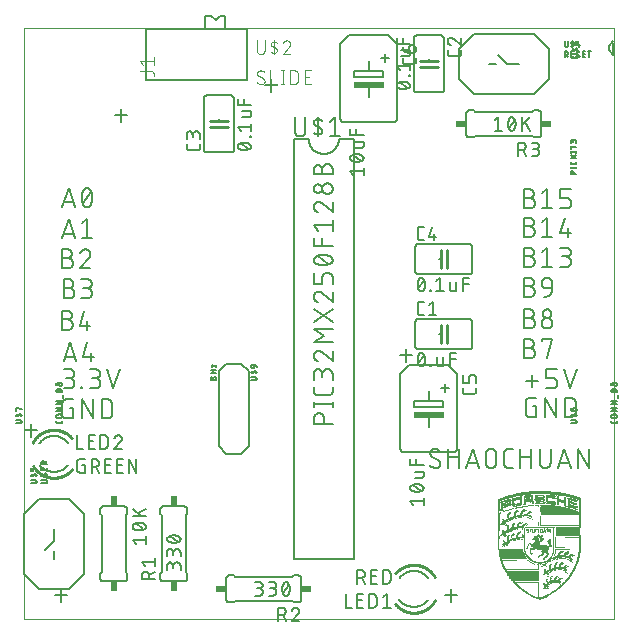
<source format=gto>
G75*
%MOIN*%
%OFA0B0*%
%FSLAX25Y25*%
%IPPOS*%
%LPD*%
%AMOC8*
5,1,8,0,0,1.08239X$1,22.5*
%
%ADD10C,0.00000*%
%ADD11C,0.00600*%
%ADD12R,0.00700X0.00100*%
%ADD13R,0.01500X0.00100*%
%ADD14R,0.02100X0.00100*%
%ADD15R,0.02700X0.00100*%
%ADD16R,0.03100X0.00100*%
%ADD17R,0.01600X0.00100*%
%ADD18R,0.01200X0.00100*%
%ADD19R,0.00100X0.00100*%
%ADD20R,0.01000X0.00100*%
%ADD21R,0.01100X0.00100*%
%ADD22R,0.00900X0.00100*%
%ADD23R,0.00800X0.00100*%
%ADD24R,0.00500X0.00100*%
%ADD25R,0.00600X0.00100*%
%ADD26R,0.00300X0.00100*%
%ADD27R,0.01400X0.00100*%
%ADD28R,0.00200X0.00100*%
%ADD29R,0.00400X0.00100*%
%ADD30R,0.08300X0.00100*%
%ADD31R,0.03000X0.00100*%
%ADD32R,0.02900X0.00100*%
%ADD33R,0.09000X0.00100*%
%ADD34R,0.02400X0.00100*%
%ADD35R,0.09100X0.00100*%
%ADD36R,0.01300X0.00100*%
%ADD37R,0.09200X0.00100*%
%ADD38R,0.09300X0.00100*%
%ADD39R,0.09400X0.00100*%
%ADD40R,0.09500X0.00100*%
%ADD41R,0.09600X0.00100*%
%ADD42R,0.09700X0.00100*%
%ADD43R,0.09800X0.00100*%
%ADD44R,0.09900X0.00100*%
%ADD45R,0.10000X0.00100*%
%ADD46R,0.10100X0.00100*%
%ADD47R,0.10200X0.00100*%
%ADD48R,0.10300X0.00100*%
%ADD49R,0.10400X0.00100*%
%ADD50R,0.10500X0.00100*%
%ADD51R,0.10600X0.00100*%
%ADD52R,0.10700X0.00100*%
%ADD53R,0.10800X0.00100*%
%ADD54R,0.10900X0.00100*%
%ADD55R,0.11000X0.00100*%
%ADD56R,0.11100X0.00100*%
%ADD57R,0.11400X0.00100*%
%ADD58R,0.03700X0.00100*%
%ADD59R,0.01700X0.00100*%
%ADD60R,0.02000X0.00100*%
%ADD61R,0.04400X0.00100*%
%ADD62R,0.04000X0.00100*%
%ADD63R,0.03600X0.00100*%
%ADD64R,0.02500X0.00100*%
%ADD65R,0.05000X0.00100*%
%ADD66R,0.08900X0.00100*%
%ADD67R,0.08800X0.00100*%
%ADD68R,0.02600X0.00100*%
%ADD69R,0.08700X0.00100*%
%ADD70R,0.05300X0.00100*%
%ADD71R,0.08600X0.00100*%
%ADD72R,0.04100X0.00100*%
%ADD73R,0.08500X0.00100*%
%ADD74R,0.03400X0.00100*%
%ADD75R,0.08400X0.00100*%
%ADD76R,0.08200X0.00100*%
%ADD77R,0.01800X0.00100*%
%ADD78R,0.01900X0.00100*%
%ADD79R,0.02200X0.00100*%
%ADD80R,0.03900X0.00100*%
%ADD81R,0.06100X0.00100*%
%ADD82R,0.06200X0.00100*%
%ADD83R,0.05700X0.00100*%
%ADD84R,0.05400X0.00100*%
%ADD85R,0.05600X0.00100*%
%ADD86R,0.05100X0.00100*%
%ADD87R,0.03200X0.00100*%
%ADD88R,0.02300X0.00100*%
%ADD89R,0.03800X0.00100*%
%ADD90R,0.13300X0.00100*%
%ADD91R,0.04500X0.00100*%
%ADD92R,0.13400X0.00100*%
%ADD93R,0.12600X0.00100*%
%ADD94R,0.12400X0.00100*%
%ADD95R,0.12100X0.00100*%
%ADD96R,0.11900X0.00100*%
%ADD97R,0.11600X0.00100*%
%ADD98R,0.11300X0.00100*%
%ADD99R,0.07700X0.00100*%
%ADD100R,0.07300X0.00100*%
%ADD101R,0.06700X0.00100*%
%ADD102R,0.04700X0.00100*%
%ADD103R,0.02800X0.00100*%
%ADD104R,0.03500X0.00100*%
%ADD105R,0.04300X0.00100*%
%ADD106R,0.04800X0.00100*%
%ADD107R,0.04900X0.00100*%
%ADD108R,0.05200X0.00100*%
%ADD109R,0.05800X0.00100*%
%ADD110R,0.06400X0.00100*%
%ADD111R,0.06800X0.00100*%
%ADD112R,0.15600X0.00100*%
%ADD113R,0.14500X0.00100*%
%ADD114R,0.12200X0.00100*%
%ADD115R,0.07100X0.00100*%
%ADD116R,0.04200X0.00100*%
%ADD117C,0.00500*%
%ADD118R,0.02400X0.03400*%
%ADD119C,0.01000*%
%ADD120R,0.10000X0.02000*%
%ADD121C,0.00400*%
%ADD122R,0.03400X0.02400*%
%ADD123C,0.00700*%
%ADD124C,0.00800*%
D10*
X0005060Y0004200D02*
X0005060Y0201050D01*
X0201910Y0201050D01*
X0201910Y0004200D01*
X0005060Y0004200D01*
D11*
X0015360Y0011989D02*
X0019627Y0011989D01*
X0017493Y0009856D02*
X0017493Y0014122D01*
X0030560Y0017700D02*
X0030560Y0019200D01*
X0031060Y0019700D01*
X0031060Y0038700D01*
X0030560Y0039200D01*
X0030560Y0040700D01*
X0030562Y0040760D01*
X0030567Y0040821D01*
X0030576Y0040880D01*
X0030589Y0040939D01*
X0030605Y0040998D01*
X0030625Y0041055D01*
X0030648Y0041110D01*
X0030675Y0041165D01*
X0030704Y0041217D01*
X0030737Y0041268D01*
X0030773Y0041317D01*
X0030811Y0041363D01*
X0030853Y0041407D01*
X0030897Y0041449D01*
X0030943Y0041487D01*
X0030992Y0041523D01*
X0031043Y0041556D01*
X0031095Y0041585D01*
X0031150Y0041612D01*
X0031205Y0041635D01*
X0031262Y0041655D01*
X0031321Y0041671D01*
X0031380Y0041684D01*
X0031439Y0041693D01*
X0031500Y0041698D01*
X0031560Y0041700D01*
X0038560Y0041700D01*
X0038620Y0041698D01*
X0038681Y0041693D01*
X0038740Y0041684D01*
X0038799Y0041671D01*
X0038858Y0041655D01*
X0038915Y0041635D01*
X0038970Y0041612D01*
X0039025Y0041585D01*
X0039077Y0041556D01*
X0039128Y0041523D01*
X0039177Y0041487D01*
X0039223Y0041449D01*
X0039267Y0041407D01*
X0039309Y0041363D01*
X0039347Y0041317D01*
X0039383Y0041268D01*
X0039416Y0041217D01*
X0039445Y0041165D01*
X0039472Y0041110D01*
X0039495Y0041055D01*
X0039515Y0040998D01*
X0039531Y0040939D01*
X0039544Y0040880D01*
X0039553Y0040821D01*
X0039558Y0040760D01*
X0039560Y0040700D01*
X0039560Y0039200D01*
X0039060Y0038700D01*
X0039060Y0019700D01*
X0039560Y0019200D01*
X0039560Y0017700D01*
X0039558Y0017640D01*
X0039553Y0017579D01*
X0039544Y0017520D01*
X0039531Y0017461D01*
X0039515Y0017402D01*
X0039495Y0017345D01*
X0039472Y0017290D01*
X0039445Y0017235D01*
X0039416Y0017183D01*
X0039383Y0017132D01*
X0039347Y0017083D01*
X0039309Y0017037D01*
X0039267Y0016993D01*
X0039223Y0016951D01*
X0039177Y0016913D01*
X0039128Y0016877D01*
X0039077Y0016844D01*
X0039025Y0016815D01*
X0038970Y0016788D01*
X0038915Y0016765D01*
X0038858Y0016745D01*
X0038799Y0016729D01*
X0038740Y0016716D01*
X0038681Y0016707D01*
X0038620Y0016702D01*
X0038560Y0016700D01*
X0031560Y0016700D01*
X0031500Y0016702D01*
X0031439Y0016707D01*
X0031380Y0016716D01*
X0031321Y0016729D01*
X0031262Y0016745D01*
X0031205Y0016765D01*
X0031150Y0016788D01*
X0031095Y0016815D01*
X0031043Y0016844D01*
X0030992Y0016877D01*
X0030943Y0016913D01*
X0030897Y0016951D01*
X0030853Y0016993D01*
X0030811Y0017037D01*
X0030773Y0017083D01*
X0030737Y0017132D01*
X0030704Y0017183D01*
X0030675Y0017235D01*
X0030648Y0017290D01*
X0030625Y0017345D01*
X0030605Y0017402D01*
X0030589Y0017461D01*
X0030576Y0017520D01*
X0030567Y0017579D01*
X0030562Y0017640D01*
X0030560Y0017700D01*
X0050560Y0017700D02*
X0050560Y0019200D01*
X0051060Y0019700D01*
X0051060Y0038700D01*
X0050560Y0039200D01*
X0050560Y0040700D01*
X0050562Y0040760D01*
X0050567Y0040821D01*
X0050576Y0040880D01*
X0050589Y0040939D01*
X0050605Y0040998D01*
X0050625Y0041055D01*
X0050648Y0041110D01*
X0050675Y0041165D01*
X0050704Y0041217D01*
X0050737Y0041268D01*
X0050773Y0041317D01*
X0050811Y0041363D01*
X0050853Y0041407D01*
X0050897Y0041449D01*
X0050943Y0041487D01*
X0050992Y0041523D01*
X0051043Y0041556D01*
X0051095Y0041585D01*
X0051150Y0041612D01*
X0051205Y0041635D01*
X0051262Y0041655D01*
X0051321Y0041671D01*
X0051380Y0041684D01*
X0051439Y0041693D01*
X0051500Y0041698D01*
X0051560Y0041700D01*
X0058560Y0041700D01*
X0058620Y0041698D01*
X0058681Y0041693D01*
X0058740Y0041684D01*
X0058799Y0041671D01*
X0058858Y0041655D01*
X0058915Y0041635D01*
X0058970Y0041612D01*
X0059025Y0041585D01*
X0059077Y0041556D01*
X0059128Y0041523D01*
X0059177Y0041487D01*
X0059223Y0041449D01*
X0059267Y0041407D01*
X0059309Y0041363D01*
X0059347Y0041317D01*
X0059383Y0041268D01*
X0059416Y0041217D01*
X0059445Y0041165D01*
X0059472Y0041110D01*
X0059495Y0041055D01*
X0059515Y0040998D01*
X0059531Y0040939D01*
X0059544Y0040880D01*
X0059553Y0040821D01*
X0059558Y0040760D01*
X0059560Y0040700D01*
X0059560Y0039200D01*
X0059060Y0038700D01*
X0059060Y0019700D01*
X0059560Y0019200D01*
X0059560Y0017700D01*
X0059558Y0017640D01*
X0059553Y0017579D01*
X0059544Y0017520D01*
X0059531Y0017461D01*
X0059515Y0017402D01*
X0059495Y0017345D01*
X0059472Y0017290D01*
X0059445Y0017235D01*
X0059416Y0017183D01*
X0059383Y0017132D01*
X0059347Y0017083D01*
X0059309Y0017037D01*
X0059267Y0016993D01*
X0059223Y0016951D01*
X0059177Y0016913D01*
X0059128Y0016877D01*
X0059077Y0016844D01*
X0059025Y0016815D01*
X0058970Y0016788D01*
X0058915Y0016765D01*
X0058858Y0016745D01*
X0058799Y0016729D01*
X0058740Y0016716D01*
X0058681Y0016707D01*
X0058620Y0016702D01*
X0058560Y0016700D01*
X0051560Y0016700D01*
X0051500Y0016702D01*
X0051439Y0016707D01*
X0051380Y0016716D01*
X0051321Y0016729D01*
X0051262Y0016745D01*
X0051205Y0016765D01*
X0051150Y0016788D01*
X0051095Y0016815D01*
X0051043Y0016844D01*
X0050992Y0016877D01*
X0050943Y0016913D01*
X0050897Y0016951D01*
X0050853Y0016993D01*
X0050811Y0017037D01*
X0050773Y0017083D01*
X0050737Y0017132D01*
X0050704Y0017183D01*
X0050675Y0017235D01*
X0050648Y0017290D01*
X0050625Y0017345D01*
X0050605Y0017402D01*
X0050589Y0017461D01*
X0050576Y0017520D01*
X0050567Y0017579D01*
X0050562Y0017640D01*
X0050560Y0017700D01*
X0072560Y0017700D02*
X0072560Y0010700D01*
X0072562Y0010640D01*
X0072567Y0010579D01*
X0072576Y0010520D01*
X0072589Y0010461D01*
X0072605Y0010402D01*
X0072625Y0010345D01*
X0072648Y0010290D01*
X0072675Y0010235D01*
X0072704Y0010183D01*
X0072737Y0010132D01*
X0072773Y0010083D01*
X0072811Y0010037D01*
X0072853Y0009993D01*
X0072897Y0009951D01*
X0072943Y0009913D01*
X0072992Y0009877D01*
X0073043Y0009844D01*
X0073095Y0009815D01*
X0073150Y0009788D01*
X0073205Y0009765D01*
X0073262Y0009745D01*
X0073321Y0009729D01*
X0073380Y0009716D01*
X0073439Y0009707D01*
X0073500Y0009702D01*
X0073560Y0009700D01*
X0075060Y0009700D01*
X0075560Y0010200D01*
X0094560Y0010200D01*
X0095060Y0009700D01*
X0096560Y0009700D01*
X0096620Y0009702D01*
X0096681Y0009707D01*
X0096740Y0009716D01*
X0096799Y0009729D01*
X0096858Y0009745D01*
X0096915Y0009765D01*
X0096970Y0009788D01*
X0097025Y0009815D01*
X0097077Y0009844D01*
X0097128Y0009877D01*
X0097177Y0009913D01*
X0097223Y0009951D01*
X0097267Y0009993D01*
X0097309Y0010037D01*
X0097347Y0010083D01*
X0097383Y0010132D01*
X0097416Y0010183D01*
X0097445Y0010235D01*
X0097472Y0010290D01*
X0097495Y0010345D01*
X0097515Y0010402D01*
X0097531Y0010461D01*
X0097544Y0010520D01*
X0097553Y0010579D01*
X0097558Y0010640D01*
X0097560Y0010700D01*
X0097560Y0017700D01*
X0097558Y0017760D01*
X0097553Y0017821D01*
X0097544Y0017880D01*
X0097531Y0017939D01*
X0097515Y0017998D01*
X0097495Y0018055D01*
X0097472Y0018110D01*
X0097445Y0018165D01*
X0097416Y0018217D01*
X0097383Y0018268D01*
X0097347Y0018317D01*
X0097309Y0018363D01*
X0097267Y0018407D01*
X0097223Y0018449D01*
X0097177Y0018487D01*
X0097128Y0018523D01*
X0097077Y0018556D01*
X0097025Y0018585D01*
X0096970Y0018612D01*
X0096915Y0018635D01*
X0096858Y0018655D01*
X0096799Y0018671D01*
X0096740Y0018684D01*
X0096681Y0018693D01*
X0096620Y0018698D01*
X0096560Y0018700D01*
X0095060Y0018700D01*
X0094560Y0018200D01*
X0075560Y0018200D01*
X0075060Y0018700D01*
X0073560Y0018700D01*
X0073500Y0018698D01*
X0073439Y0018693D01*
X0073380Y0018684D01*
X0073321Y0018671D01*
X0073262Y0018655D01*
X0073205Y0018635D01*
X0073150Y0018612D01*
X0073095Y0018585D01*
X0073043Y0018556D01*
X0072992Y0018523D01*
X0072943Y0018487D01*
X0072897Y0018449D01*
X0072853Y0018407D01*
X0072811Y0018363D01*
X0072773Y0018317D01*
X0072737Y0018268D01*
X0072704Y0018217D01*
X0072675Y0018165D01*
X0072648Y0018110D01*
X0072625Y0018055D01*
X0072605Y0017998D01*
X0072589Y0017939D01*
X0072576Y0017880D01*
X0072567Y0017821D01*
X0072562Y0017760D01*
X0072560Y0017700D01*
X0095060Y0024200D02*
X0095060Y0163700D01*
X0095060Y0164200D02*
X0100060Y0164200D01*
X0100062Y0164060D01*
X0100068Y0163920D01*
X0100078Y0163780D01*
X0100091Y0163640D01*
X0100109Y0163501D01*
X0100131Y0163362D01*
X0100156Y0163225D01*
X0100185Y0163087D01*
X0100218Y0162951D01*
X0100255Y0162816D01*
X0100296Y0162682D01*
X0100341Y0162549D01*
X0100389Y0162417D01*
X0100441Y0162287D01*
X0100496Y0162158D01*
X0100555Y0162031D01*
X0100618Y0161905D01*
X0100684Y0161781D01*
X0100753Y0161660D01*
X0100826Y0161540D01*
X0100903Y0161422D01*
X0100982Y0161307D01*
X0101065Y0161193D01*
X0101151Y0161083D01*
X0101240Y0160974D01*
X0101332Y0160868D01*
X0101427Y0160765D01*
X0101524Y0160664D01*
X0101625Y0160567D01*
X0101728Y0160472D01*
X0101834Y0160380D01*
X0101943Y0160291D01*
X0102053Y0160205D01*
X0102167Y0160122D01*
X0102282Y0160043D01*
X0102400Y0159966D01*
X0102520Y0159893D01*
X0102641Y0159824D01*
X0102765Y0159758D01*
X0102891Y0159695D01*
X0103018Y0159636D01*
X0103147Y0159581D01*
X0103277Y0159529D01*
X0103409Y0159481D01*
X0103542Y0159436D01*
X0103676Y0159395D01*
X0103811Y0159358D01*
X0103947Y0159325D01*
X0104085Y0159296D01*
X0104222Y0159271D01*
X0104361Y0159249D01*
X0104500Y0159231D01*
X0104640Y0159218D01*
X0104780Y0159208D01*
X0104920Y0159202D01*
X0105060Y0159200D01*
X0105200Y0159202D01*
X0105340Y0159208D01*
X0105480Y0159218D01*
X0105620Y0159231D01*
X0105759Y0159249D01*
X0105898Y0159271D01*
X0106035Y0159296D01*
X0106173Y0159325D01*
X0106309Y0159358D01*
X0106444Y0159395D01*
X0106578Y0159436D01*
X0106711Y0159481D01*
X0106843Y0159529D01*
X0106973Y0159581D01*
X0107102Y0159636D01*
X0107229Y0159695D01*
X0107355Y0159758D01*
X0107479Y0159824D01*
X0107600Y0159893D01*
X0107720Y0159966D01*
X0107838Y0160043D01*
X0107953Y0160122D01*
X0108067Y0160205D01*
X0108177Y0160291D01*
X0108286Y0160380D01*
X0108392Y0160472D01*
X0108495Y0160567D01*
X0108596Y0160664D01*
X0108693Y0160765D01*
X0108788Y0160868D01*
X0108880Y0160974D01*
X0108969Y0161083D01*
X0109055Y0161193D01*
X0109138Y0161307D01*
X0109217Y0161422D01*
X0109294Y0161540D01*
X0109367Y0161660D01*
X0109436Y0161781D01*
X0109502Y0161905D01*
X0109565Y0162031D01*
X0109624Y0162158D01*
X0109679Y0162287D01*
X0109731Y0162417D01*
X0109779Y0162549D01*
X0109824Y0162682D01*
X0109865Y0162816D01*
X0109902Y0162951D01*
X0109935Y0163087D01*
X0109964Y0163225D01*
X0109989Y0163362D01*
X0110011Y0163501D01*
X0110029Y0163640D01*
X0110042Y0163780D01*
X0110052Y0163920D01*
X0110058Y0164060D01*
X0110060Y0164200D01*
X0115060Y0164200D01*
X0115060Y0024200D01*
X0095060Y0024200D01*
X0132060Y0059700D02*
X0148060Y0059700D01*
X0148136Y0059702D01*
X0148212Y0059708D01*
X0148287Y0059717D01*
X0148362Y0059731D01*
X0148436Y0059748D01*
X0148509Y0059769D01*
X0148581Y0059793D01*
X0148652Y0059822D01*
X0148721Y0059853D01*
X0148788Y0059888D01*
X0148853Y0059927D01*
X0148917Y0059969D01*
X0148978Y0060014D01*
X0149037Y0060062D01*
X0149093Y0060113D01*
X0149147Y0060167D01*
X0149198Y0060223D01*
X0149246Y0060282D01*
X0149291Y0060343D01*
X0149333Y0060407D01*
X0149372Y0060472D01*
X0149407Y0060539D01*
X0149438Y0060608D01*
X0149467Y0060679D01*
X0149491Y0060751D01*
X0149512Y0060824D01*
X0149529Y0060898D01*
X0149543Y0060973D01*
X0149552Y0061048D01*
X0149558Y0061124D01*
X0149560Y0061200D01*
X0149560Y0085700D01*
X0146560Y0088700D01*
X0133560Y0088700D01*
X0130560Y0085700D01*
X0130560Y0061200D01*
X0130562Y0061124D01*
X0130568Y0061048D01*
X0130577Y0060973D01*
X0130591Y0060898D01*
X0130608Y0060824D01*
X0130629Y0060751D01*
X0130653Y0060679D01*
X0130682Y0060608D01*
X0130713Y0060539D01*
X0130748Y0060472D01*
X0130787Y0060407D01*
X0130829Y0060343D01*
X0130874Y0060282D01*
X0130922Y0060223D01*
X0130973Y0060167D01*
X0131027Y0060113D01*
X0131083Y0060062D01*
X0131142Y0060014D01*
X0131203Y0059969D01*
X0131267Y0059927D01*
X0131332Y0059888D01*
X0131399Y0059853D01*
X0131468Y0059822D01*
X0131539Y0059793D01*
X0131611Y0059769D01*
X0131684Y0059748D01*
X0131758Y0059731D01*
X0131833Y0059717D01*
X0131908Y0059708D01*
X0131984Y0059702D01*
X0132060Y0059700D01*
X0141249Y0058233D02*
X0143204Y0057167D01*
X0142493Y0054500D02*
X0142385Y0054502D01*
X0142278Y0054508D01*
X0142170Y0054517D01*
X0142063Y0054531D01*
X0141957Y0054548D01*
X0141851Y0054569D01*
X0141746Y0054594D01*
X0141642Y0054623D01*
X0141539Y0054655D01*
X0141438Y0054691D01*
X0141338Y0054731D01*
X0141239Y0054774D01*
X0141142Y0054821D01*
X0141046Y0054871D01*
X0140953Y0054925D01*
X0140861Y0054982D01*
X0140772Y0055042D01*
X0140685Y0055105D01*
X0140600Y0055172D01*
X0140517Y0055241D01*
X0140437Y0055314D01*
X0140360Y0055389D01*
X0143204Y0057166D02*
X0143268Y0057126D01*
X0143329Y0057083D01*
X0143388Y0057037D01*
X0143445Y0056988D01*
X0143499Y0056936D01*
X0143550Y0056882D01*
X0143598Y0056824D01*
X0143644Y0056765D01*
X0143686Y0056703D01*
X0143725Y0056638D01*
X0143760Y0056572D01*
X0143792Y0056505D01*
X0143821Y0056435D01*
X0143846Y0056365D01*
X0143867Y0056293D01*
X0143884Y0056220D01*
X0143898Y0056146D01*
X0143907Y0056072D01*
X0143913Y0055997D01*
X0143915Y0055922D01*
X0143913Y0055848D01*
X0143907Y0055773D01*
X0143897Y0055700D01*
X0143884Y0055626D01*
X0143867Y0055554D01*
X0143845Y0055483D01*
X0143821Y0055412D01*
X0143792Y0055344D01*
X0143760Y0055276D01*
X0143724Y0055211D01*
X0143686Y0055148D01*
X0143643Y0055086D01*
X0143598Y0055027D01*
X0143550Y0054970D01*
X0143499Y0054916D01*
X0143445Y0054865D01*
X0143388Y0054817D01*
X0143329Y0054772D01*
X0143267Y0054729D01*
X0143204Y0054691D01*
X0143139Y0054655D01*
X0143071Y0054623D01*
X0143003Y0054594D01*
X0142932Y0054570D01*
X0142861Y0054548D01*
X0142789Y0054531D01*
X0142715Y0054518D01*
X0142642Y0054508D01*
X0142567Y0054502D01*
X0142493Y0054500D01*
X0143560Y0060367D02*
X0143478Y0060426D01*
X0143394Y0060482D01*
X0143308Y0060534D01*
X0143220Y0060584D01*
X0143130Y0060630D01*
X0143039Y0060672D01*
X0142946Y0060711D01*
X0142851Y0060747D01*
X0142755Y0060779D01*
X0142658Y0060807D01*
X0142561Y0060832D01*
X0142462Y0060852D01*
X0142362Y0060869D01*
X0142262Y0060883D01*
X0142162Y0060892D01*
X0142061Y0060898D01*
X0141960Y0060900D01*
X0141886Y0060898D01*
X0141811Y0060892D01*
X0141738Y0060882D01*
X0141664Y0060869D01*
X0141592Y0060852D01*
X0141521Y0060830D01*
X0141450Y0060806D01*
X0141382Y0060777D01*
X0141314Y0060745D01*
X0141249Y0060709D01*
X0141186Y0060671D01*
X0141124Y0060628D01*
X0141065Y0060583D01*
X0141009Y0060535D01*
X0140954Y0060484D01*
X0140903Y0060430D01*
X0140855Y0060373D01*
X0140810Y0060314D01*
X0140767Y0060252D01*
X0140729Y0060189D01*
X0140693Y0060124D01*
X0140661Y0060056D01*
X0140632Y0059988D01*
X0140608Y0059917D01*
X0140586Y0059846D01*
X0140569Y0059774D01*
X0140556Y0059700D01*
X0140546Y0059627D01*
X0140540Y0059552D01*
X0140538Y0059478D01*
X0140540Y0059403D01*
X0140546Y0059328D01*
X0140555Y0059254D01*
X0140569Y0059180D01*
X0140586Y0059107D01*
X0140607Y0059035D01*
X0140632Y0058965D01*
X0140661Y0058895D01*
X0140693Y0058828D01*
X0140728Y0058762D01*
X0140767Y0058697D01*
X0140809Y0058635D01*
X0140855Y0058576D01*
X0140903Y0058518D01*
X0140954Y0058464D01*
X0141008Y0058412D01*
X0141065Y0058363D01*
X0141124Y0058317D01*
X0141185Y0058274D01*
X0141249Y0058234D01*
X0146514Y0058056D02*
X0150070Y0058056D01*
X0150070Y0060900D02*
X0150070Y0054500D01*
X0152518Y0054500D02*
X0154651Y0060900D01*
X0156784Y0054500D01*
X0156251Y0056100D02*
X0153051Y0056100D01*
X0159027Y0056278D02*
X0159027Y0059122D01*
X0159029Y0059205D01*
X0159035Y0059288D01*
X0159045Y0059371D01*
X0159058Y0059454D01*
X0159076Y0059535D01*
X0159097Y0059616D01*
X0159122Y0059695D01*
X0159151Y0059773D01*
X0159183Y0059850D01*
X0159219Y0059925D01*
X0159258Y0059999D01*
X0159301Y0060070D01*
X0159347Y0060140D01*
X0159397Y0060207D01*
X0159449Y0060272D01*
X0159504Y0060334D01*
X0159563Y0060394D01*
X0159624Y0060451D01*
X0159687Y0060505D01*
X0159753Y0060556D01*
X0159822Y0060603D01*
X0159892Y0060648D01*
X0159965Y0060689D01*
X0160039Y0060726D01*
X0160115Y0060761D01*
X0160193Y0060791D01*
X0160271Y0060818D01*
X0160352Y0060841D01*
X0160433Y0060861D01*
X0160515Y0060876D01*
X0160597Y0060888D01*
X0160680Y0060896D01*
X0160763Y0060900D01*
X0160847Y0060900D01*
X0160930Y0060896D01*
X0161013Y0060888D01*
X0161095Y0060876D01*
X0161177Y0060861D01*
X0161258Y0060841D01*
X0161339Y0060818D01*
X0161417Y0060791D01*
X0161495Y0060761D01*
X0161571Y0060726D01*
X0161645Y0060689D01*
X0161718Y0060648D01*
X0161788Y0060603D01*
X0161857Y0060556D01*
X0161923Y0060505D01*
X0161986Y0060451D01*
X0162047Y0060394D01*
X0162106Y0060334D01*
X0162161Y0060272D01*
X0162213Y0060207D01*
X0162263Y0060140D01*
X0162309Y0060070D01*
X0162352Y0059999D01*
X0162391Y0059925D01*
X0162427Y0059850D01*
X0162459Y0059773D01*
X0162488Y0059695D01*
X0162513Y0059616D01*
X0162534Y0059535D01*
X0162552Y0059454D01*
X0162565Y0059371D01*
X0162575Y0059288D01*
X0162581Y0059205D01*
X0162583Y0059122D01*
X0162583Y0056278D01*
X0162581Y0056195D01*
X0162575Y0056112D01*
X0162565Y0056029D01*
X0162552Y0055946D01*
X0162534Y0055865D01*
X0162513Y0055784D01*
X0162488Y0055705D01*
X0162459Y0055627D01*
X0162427Y0055550D01*
X0162391Y0055475D01*
X0162352Y0055401D01*
X0162309Y0055330D01*
X0162263Y0055260D01*
X0162213Y0055193D01*
X0162161Y0055128D01*
X0162106Y0055066D01*
X0162047Y0055006D01*
X0161986Y0054949D01*
X0161923Y0054895D01*
X0161857Y0054844D01*
X0161788Y0054797D01*
X0161718Y0054752D01*
X0161645Y0054711D01*
X0161571Y0054674D01*
X0161495Y0054639D01*
X0161417Y0054609D01*
X0161339Y0054582D01*
X0161258Y0054559D01*
X0161177Y0054539D01*
X0161095Y0054524D01*
X0161013Y0054512D01*
X0160930Y0054504D01*
X0160847Y0054500D01*
X0160763Y0054500D01*
X0160680Y0054504D01*
X0160597Y0054512D01*
X0160515Y0054524D01*
X0160433Y0054539D01*
X0160352Y0054559D01*
X0160271Y0054582D01*
X0160193Y0054609D01*
X0160115Y0054639D01*
X0160039Y0054674D01*
X0159965Y0054711D01*
X0159892Y0054752D01*
X0159822Y0054797D01*
X0159753Y0054844D01*
X0159687Y0054895D01*
X0159624Y0054949D01*
X0159563Y0055006D01*
X0159504Y0055066D01*
X0159449Y0055128D01*
X0159397Y0055193D01*
X0159347Y0055260D01*
X0159301Y0055330D01*
X0159258Y0055401D01*
X0159219Y0055475D01*
X0159183Y0055550D01*
X0159151Y0055627D01*
X0159122Y0055705D01*
X0159097Y0055784D01*
X0159076Y0055865D01*
X0159058Y0055946D01*
X0159045Y0056029D01*
X0159035Y0056112D01*
X0159029Y0056195D01*
X0159027Y0056278D01*
X0165166Y0055922D02*
X0165166Y0059478D01*
X0165168Y0059552D01*
X0165174Y0059627D01*
X0165184Y0059700D01*
X0165197Y0059774D01*
X0165214Y0059846D01*
X0165236Y0059917D01*
X0165260Y0059988D01*
X0165289Y0060056D01*
X0165321Y0060124D01*
X0165357Y0060189D01*
X0165395Y0060252D01*
X0165438Y0060314D01*
X0165483Y0060373D01*
X0165531Y0060429D01*
X0165582Y0060484D01*
X0165636Y0060535D01*
X0165693Y0060583D01*
X0165752Y0060628D01*
X0165814Y0060671D01*
X0165877Y0060709D01*
X0165942Y0060745D01*
X0166010Y0060777D01*
X0166078Y0060806D01*
X0166149Y0060830D01*
X0166220Y0060852D01*
X0166292Y0060869D01*
X0166366Y0060882D01*
X0166439Y0060892D01*
X0166514Y0060898D01*
X0166588Y0060900D01*
X0168010Y0060900D01*
X0170515Y0060900D02*
X0170515Y0054500D01*
X0168010Y0054500D02*
X0166588Y0054500D01*
X0166514Y0054502D01*
X0166439Y0054508D01*
X0166366Y0054518D01*
X0166292Y0054531D01*
X0166220Y0054548D01*
X0166149Y0054570D01*
X0166078Y0054594D01*
X0166010Y0054623D01*
X0165942Y0054655D01*
X0165877Y0054691D01*
X0165814Y0054729D01*
X0165752Y0054772D01*
X0165693Y0054817D01*
X0165636Y0054865D01*
X0165582Y0054916D01*
X0165531Y0054970D01*
X0165483Y0055027D01*
X0165438Y0055086D01*
X0165395Y0055148D01*
X0165357Y0055211D01*
X0165321Y0055276D01*
X0165289Y0055344D01*
X0165260Y0055412D01*
X0165236Y0055483D01*
X0165214Y0055554D01*
X0165197Y0055626D01*
X0165184Y0055700D01*
X0165174Y0055773D01*
X0165168Y0055848D01*
X0165166Y0055922D01*
X0170515Y0058056D02*
X0174070Y0058056D01*
X0174070Y0060900D02*
X0174070Y0054500D01*
X0177079Y0056278D02*
X0177079Y0060900D01*
X0180635Y0060900D02*
X0180635Y0056278D01*
X0180633Y0056195D01*
X0180627Y0056112D01*
X0180617Y0056029D01*
X0180604Y0055946D01*
X0180586Y0055865D01*
X0180565Y0055784D01*
X0180540Y0055705D01*
X0180511Y0055627D01*
X0180479Y0055550D01*
X0180443Y0055475D01*
X0180404Y0055401D01*
X0180361Y0055330D01*
X0180315Y0055260D01*
X0180265Y0055193D01*
X0180213Y0055128D01*
X0180158Y0055066D01*
X0180099Y0055006D01*
X0180038Y0054949D01*
X0179975Y0054895D01*
X0179909Y0054844D01*
X0179840Y0054797D01*
X0179770Y0054752D01*
X0179697Y0054711D01*
X0179623Y0054674D01*
X0179547Y0054639D01*
X0179469Y0054609D01*
X0179391Y0054582D01*
X0179310Y0054559D01*
X0179229Y0054539D01*
X0179147Y0054524D01*
X0179065Y0054512D01*
X0178982Y0054504D01*
X0178899Y0054500D01*
X0178815Y0054500D01*
X0178732Y0054504D01*
X0178649Y0054512D01*
X0178567Y0054524D01*
X0178485Y0054539D01*
X0178404Y0054559D01*
X0178323Y0054582D01*
X0178245Y0054609D01*
X0178167Y0054639D01*
X0178091Y0054674D01*
X0178017Y0054711D01*
X0177944Y0054752D01*
X0177874Y0054797D01*
X0177805Y0054844D01*
X0177739Y0054895D01*
X0177676Y0054949D01*
X0177615Y0055006D01*
X0177556Y0055066D01*
X0177501Y0055128D01*
X0177449Y0055193D01*
X0177399Y0055260D01*
X0177353Y0055330D01*
X0177310Y0055401D01*
X0177271Y0055475D01*
X0177235Y0055550D01*
X0177203Y0055627D01*
X0177174Y0055705D01*
X0177149Y0055784D01*
X0177128Y0055865D01*
X0177110Y0055946D01*
X0177097Y0056029D01*
X0177087Y0056112D01*
X0177081Y0056195D01*
X0177079Y0056278D01*
X0183083Y0054500D02*
X0185216Y0060900D01*
X0187349Y0054500D01*
X0186816Y0056100D02*
X0183616Y0056100D01*
X0189797Y0054500D02*
X0189797Y0060900D01*
X0193353Y0054500D01*
X0193353Y0060900D01*
X0187266Y0071500D02*
X0185489Y0071500D01*
X0185489Y0077900D01*
X0187266Y0077900D01*
X0187348Y0077898D01*
X0187430Y0077892D01*
X0187512Y0077883D01*
X0187593Y0077870D01*
X0187673Y0077853D01*
X0187753Y0077832D01*
X0187831Y0077808D01*
X0187908Y0077780D01*
X0187984Y0077749D01*
X0188059Y0077714D01*
X0188131Y0077675D01*
X0188202Y0077634D01*
X0188271Y0077589D01*
X0188337Y0077541D01*
X0188402Y0077490D01*
X0188464Y0077436D01*
X0188523Y0077379D01*
X0188580Y0077320D01*
X0188634Y0077258D01*
X0188685Y0077193D01*
X0188733Y0077127D01*
X0188778Y0077058D01*
X0188819Y0076987D01*
X0188858Y0076915D01*
X0188893Y0076840D01*
X0188924Y0076764D01*
X0188952Y0076687D01*
X0188976Y0076609D01*
X0188997Y0076529D01*
X0189014Y0076449D01*
X0189027Y0076368D01*
X0189036Y0076286D01*
X0189042Y0076204D01*
X0189044Y0076122D01*
X0189044Y0073278D01*
X0189042Y0073196D01*
X0189036Y0073114D01*
X0189027Y0073032D01*
X0189014Y0072951D01*
X0188997Y0072871D01*
X0188976Y0072791D01*
X0188952Y0072713D01*
X0188924Y0072636D01*
X0188893Y0072560D01*
X0188858Y0072485D01*
X0188819Y0072413D01*
X0188778Y0072342D01*
X0188733Y0072273D01*
X0188685Y0072207D01*
X0188634Y0072142D01*
X0188580Y0072080D01*
X0188523Y0072021D01*
X0188464Y0071964D01*
X0188402Y0071910D01*
X0188337Y0071859D01*
X0188271Y0071811D01*
X0188202Y0071766D01*
X0188131Y0071725D01*
X0188059Y0071686D01*
X0187984Y0071651D01*
X0187908Y0071620D01*
X0187831Y0071592D01*
X0187753Y0071568D01*
X0187673Y0071547D01*
X0187593Y0071530D01*
X0187512Y0071517D01*
X0187430Y0071508D01*
X0187348Y0071502D01*
X0187266Y0071500D01*
X0182480Y0071500D02*
X0182480Y0077900D01*
X0181413Y0081000D02*
X0179280Y0081000D01*
X0181413Y0081000D02*
X0181487Y0081002D01*
X0181562Y0081008D01*
X0181635Y0081018D01*
X0181709Y0081031D01*
X0181781Y0081048D01*
X0181852Y0081070D01*
X0181923Y0081094D01*
X0181991Y0081123D01*
X0182059Y0081155D01*
X0182124Y0081191D01*
X0182187Y0081229D01*
X0182249Y0081272D01*
X0182308Y0081317D01*
X0182365Y0081365D01*
X0182419Y0081416D01*
X0182470Y0081470D01*
X0182518Y0081527D01*
X0182563Y0081586D01*
X0182606Y0081648D01*
X0182644Y0081711D01*
X0182680Y0081776D01*
X0182712Y0081844D01*
X0182741Y0081912D01*
X0182765Y0081983D01*
X0182787Y0082054D01*
X0182804Y0082126D01*
X0182817Y0082200D01*
X0182827Y0082273D01*
X0182833Y0082348D01*
X0182835Y0082422D01*
X0182835Y0083133D01*
X0182833Y0083207D01*
X0182827Y0083282D01*
X0182817Y0083355D01*
X0182804Y0083429D01*
X0182787Y0083501D01*
X0182765Y0083572D01*
X0182741Y0083643D01*
X0182712Y0083711D01*
X0182680Y0083779D01*
X0182644Y0083844D01*
X0182606Y0083907D01*
X0182563Y0083969D01*
X0182518Y0084028D01*
X0182470Y0084085D01*
X0182419Y0084139D01*
X0182365Y0084190D01*
X0182308Y0084238D01*
X0182249Y0084283D01*
X0182187Y0084326D01*
X0182124Y0084364D01*
X0182059Y0084400D01*
X0181991Y0084432D01*
X0181923Y0084461D01*
X0181852Y0084485D01*
X0181781Y0084507D01*
X0181709Y0084524D01*
X0181635Y0084537D01*
X0181562Y0084547D01*
X0181487Y0084553D01*
X0181413Y0084555D01*
X0181413Y0084556D02*
X0179280Y0084556D01*
X0179280Y0087400D01*
X0182835Y0087400D01*
X0185078Y0087400D02*
X0187212Y0081000D01*
X0189345Y0087400D01*
X0179504Y0091000D02*
X0181281Y0097400D01*
X0177726Y0097400D01*
X0177726Y0096689D01*
X0173638Y0097400D02*
X0171860Y0097400D01*
X0171860Y0091000D01*
X0173638Y0091000D01*
X0173721Y0091002D01*
X0173804Y0091008D01*
X0173887Y0091018D01*
X0173970Y0091031D01*
X0174051Y0091049D01*
X0174132Y0091070D01*
X0174211Y0091095D01*
X0174289Y0091124D01*
X0174366Y0091156D01*
X0174441Y0091192D01*
X0174515Y0091231D01*
X0174586Y0091274D01*
X0174656Y0091320D01*
X0174723Y0091370D01*
X0174788Y0091422D01*
X0174850Y0091477D01*
X0174910Y0091536D01*
X0174967Y0091597D01*
X0175021Y0091660D01*
X0175072Y0091726D01*
X0175119Y0091795D01*
X0175164Y0091865D01*
X0175205Y0091938D01*
X0175242Y0092012D01*
X0175277Y0092088D01*
X0175307Y0092166D01*
X0175334Y0092244D01*
X0175357Y0092325D01*
X0175377Y0092406D01*
X0175392Y0092488D01*
X0175404Y0092570D01*
X0175412Y0092653D01*
X0175416Y0092736D01*
X0175416Y0092820D01*
X0175412Y0092903D01*
X0175404Y0092986D01*
X0175392Y0093068D01*
X0175377Y0093150D01*
X0175357Y0093231D01*
X0175334Y0093312D01*
X0175307Y0093390D01*
X0175277Y0093468D01*
X0175242Y0093544D01*
X0175205Y0093618D01*
X0175164Y0093691D01*
X0175119Y0093761D01*
X0175072Y0093830D01*
X0175021Y0093896D01*
X0174967Y0093959D01*
X0174910Y0094020D01*
X0174850Y0094079D01*
X0174788Y0094134D01*
X0174723Y0094186D01*
X0174656Y0094236D01*
X0174586Y0094282D01*
X0174515Y0094325D01*
X0174441Y0094364D01*
X0174366Y0094400D01*
X0174289Y0094432D01*
X0174211Y0094461D01*
X0174132Y0094486D01*
X0174051Y0094507D01*
X0173970Y0094525D01*
X0173887Y0094538D01*
X0173804Y0094548D01*
X0173721Y0094554D01*
X0173638Y0094556D01*
X0171860Y0094556D01*
X0173638Y0094556D02*
X0173712Y0094558D01*
X0173787Y0094564D01*
X0173860Y0094574D01*
X0173934Y0094587D01*
X0174006Y0094604D01*
X0174077Y0094626D01*
X0174148Y0094650D01*
X0174216Y0094679D01*
X0174284Y0094711D01*
X0174349Y0094747D01*
X0174412Y0094785D01*
X0174474Y0094828D01*
X0174533Y0094873D01*
X0174590Y0094921D01*
X0174644Y0094972D01*
X0174695Y0095026D01*
X0174743Y0095083D01*
X0174788Y0095142D01*
X0174831Y0095204D01*
X0174869Y0095267D01*
X0174905Y0095332D01*
X0174937Y0095400D01*
X0174966Y0095468D01*
X0174990Y0095539D01*
X0175012Y0095610D01*
X0175029Y0095682D01*
X0175042Y0095756D01*
X0175052Y0095829D01*
X0175058Y0095904D01*
X0175060Y0095978D01*
X0175058Y0096052D01*
X0175052Y0096127D01*
X0175042Y0096200D01*
X0175029Y0096274D01*
X0175012Y0096346D01*
X0174990Y0096417D01*
X0174966Y0096488D01*
X0174937Y0096556D01*
X0174905Y0096624D01*
X0174869Y0096689D01*
X0174831Y0096752D01*
X0174788Y0096814D01*
X0174743Y0096873D01*
X0174695Y0096930D01*
X0174644Y0096984D01*
X0174590Y0097035D01*
X0174533Y0097083D01*
X0174474Y0097128D01*
X0174412Y0097171D01*
X0174349Y0097209D01*
X0174284Y0097245D01*
X0174216Y0097277D01*
X0174148Y0097306D01*
X0174077Y0097330D01*
X0174006Y0097352D01*
X0173934Y0097369D01*
X0173860Y0097382D01*
X0173787Y0097392D01*
X0173712Y0097398D01*
X0173638Y0097400D01*
X0173638Y0101000D02*
X0171860Y0101000D01*
X0171860Y0107400D01*
X0173638Y0107400D01*
X0173712Y0107398D01*
X0173787Y0107392D01*
X0173860Y0107382D01*
X0173934Y0107369D01*
X0174006Y0107352D01*
X0174077Y0107330D01*
X0174148Y0107306D01*
X0174216Y0107277D01*
X0174284Y0107245D01*
X0174349Y0107209D01*
X0174412Y0107171D01*
X0174474Y0107128D01*
X0174533Y0107083D01*
X0174590Y0107035D01*
X0174644Y0106984D01*
X0174695Y0106930D01*
X0174743Y0106873D01*
X0174788Y0106814D01*
X0174831Y0106752D01*
X0174869Y0106689D01*
X0174905Y0106624D01*
X0174937Y0106556D01*
X0174966Y0106488D01*
X0174990Y0106417D01*
X0175012Y0106346D01*
X0175029Y0106274D01*
X0175042Y0106200D01*
X0175052Y0106127D01*
X0175058Y0106052D01*
X0175060Y0105978D01*
X0175058Y0105904D01*
X0175052Y0105829D01*
X0175042Y0105756D01*
X0175029Y0105682D01*
X0175012Y0105610D01*
X0174990Y0105539D01*
X0174966Y0105468D01*
X0174937Y0105400D01*
X0174905Y0105332D01*
X0174869Y0105267D01*
X0174831Y0105204D01*
X0174788Y0105142D01*
X0174743Y0105083D01*
X0174695Y0105026D01*
X0174644Y0104972D01*
X0174590Y0104921D01*
X0174533Y0104873D01*
X0174474Y0104828D01*
X0174412Y0104785D01*
X0174349Y0104747D01*
X0174284Y0104711D01*
X0174216Y0104679D01*
X0174148Y0104650D01*
X0174077Y0104626D01*
X0174006Y0104604D01*
X0173934Y0104587D01*
X0173860Y0104574D01*
X0173787Y0104564D01*
X0173712Y0104558D01*
X0173638Y0104556D01*
X0171860Y0104556D01*
X0173638Y0104556D02*
X0173721Y0104554D01*
X0173804Y0104548D01*
X0173887Y0104538D01*
X0173970Y0104525D01*
X0174051Y0104507D01*
X0174132Y0104486D01*
X0174211Y0104461D01*
X0174289Y0104432D01*
X0174366Y0104400D01*
X0174441Y0104364D01*
X0174515Y0104325D01*
X0174586Y0104282D01*
X0174656Y0104236D01*
X0174723Y0104186D01*
X0174788Y0104134D01*
X0174850Y0104079D01*
X0174910Y0104020D01*
X0174967Y0103959D01*
X0175021Y0103896D01*
X0175072Y0103830D01*
X0175119Y0103761D01*
X0175164Y0103691D01*
X0175205Y0103618D01*
X0175242Y0103544D01*
X0175277Y0103468D01*
X0175307Y0103390D01*
X0175334Y0103312D01*
X0175357Y0103231D01*
X0175377Y0103150D01*
X0175392Y0103068D01*
X0175404Y0102986D01*
X0175412Y0102903D01*
X0175416Y0102820D01*
X0175416Y0102736D01*
X0175412Y0102653D01*
X0175404Y0102570D01*
X0175392Y0102488D01*
X0175377Y0102406D01*
X0175357Y0102325D01*
X0175334Y0102244D01*
X0175307Y0102166D01*
X0175277Y0102088D01*
X0175242Y0102012D01*
X0175205Y0101938D01*
X0175164Y0101865D01*
X0175119Y0101795D01*
X0175072Y0101726D01*
X0175021Y0101660D01*
X0174967Y0101597D01*
X0174910Y0101536D01*
X0174850Y0101477D01*
X0174788Y0101422D01*
X0174723Y0101370D01*
X0174656Y0101320D01*
X0174586Y0101274D01*
X0174515Y0101231D01*
X0174441Y0101192D01*
X0174366Y0101156D01*
X0174289Y0101124D01*
X0174211Y0101095D01*
X0174132Y0101070D01*
X0174051Y0101049D01*
X0173970Y0101031D01*
X0173887Y0101018D01*
X0173804Y0101008D01*
X0173721Y0101002D01*
X0173638Y0101000D01*
X0177726Y0102778D02*
X0177728Y0102695D01*
X0177734Y0102612D01*
X0177744Y0102529D01*
X0177757Y0102446D01*
X0177775Y0102365D01*
X0177796Y0102284D01*
X0177821Y0102205D01*
X0177850Y0102127D01*
X0177882Y0102050D01*
X0177918Y0101975D01*
X0177957Y0101901D01*
X0178000Y0101830D01*
X0178046Y0101760D01*
X0178096Y0101693D01*
X0178148Y0101628D01*
X0178203Y0101566D01*
X0178262Y0101506D01*
X0178323Y0101449D01*
X0178386Y0101395D01*
X0178452Y0101344D01*
X0178521Y0101297D01*
X0178591Y0101252D01*
X0178664Y0101211D01*
X0178738Y0101174D01*
X0178814Y0101139D01*
X0178892Y0101109D01*
X0178970Y0101082D01*
X0179051Y0101059D01*
X0179132Y0101039D01*
X0179214Y0101024D01*
X0179296Y0101012D01*
X0179379Y0101004D01*
X0179462Y0101000D01*
X0179546Y0101000D01*
X0179629Y0101004D01*
X0179712Y0101012D01*
X0179794Y0101024D01*
X0179876Y0101039D01*
X0179957Y0101059D01*
X0180038Y0101082D01*
X0180116Y0101109D01*
X0180194Y0101139D01*
X0180270Y0101174D01*
X0180344Y0101211D01*
X0180417Y0101252D01*
X0180487Y0101297D01*
X0180556Y0101344D01*
X0180622Y0101395D01*
X0180685Y0101449D01*
X0180746Y0101506D01*
X0180805Y0101566D01*
X0180860Y0101628D01*
X0180912Y0101693D01*
X0180962Y0101760D01*
X0181008Y0101830D01*
X0181051Y0101901D01*
X0181090Y0101975D01*
X0181126Y0102050D01*
X0181158Y0102127D01*
X0181187Y0102205D01*
X0181212Y0102284D01*
X0181233Y0102365D01*
X0181251Y0102446D01*
X0181264Y0102529D01*
X0181274Y0102612D01*
X0181280Y0102695D01*
X0181282Y0102778D01*
X0181280Y0102861D01*
X0181274Y0102944D01*
X0181264Y0103027D01*
X0181251Y0103110D01*
X0181233Y0103191D01*
X0181212Y0103272D01*
X0181187Y0103351D01*
X0181158Y0103429D01*
X0181126Y0103506D01*
X0181090Y0103581D01*
X0181051Y0103655D01*
X0181008Y0103726D01*
X0180962Y0103796D01*
X0180912Y0103863D01*
X0180860Y0103928D01*
X0180805Y0103990D01*
X0180746Y0104050D01*
X0180685Y0104107D01*
X0180622Y0104161D01*
X0180556Y0104212D01*
X0180487Y0104259D01*
X0180417Y0104304D01*
X0180344Y0104345D01*
X0180270Y0104382D01*
X0180194Y0104417D01*
X0180116Y0104447D01*
X0180038Y0104474D01*
X0179957Y0104497D01*
X0179876Y0104517D01*
X0179794Y0104532D01*
X0179712Y0104544D01*
X0179629Y0104552D01*
X0179546Y0104556D01*
X0179462Y0104556D01*
X0179379Y0104552D01*
X0179296Y0104544D01*
X0179214Y0104532D01*
X0179132Y0104517D01*
X0179051Y0104497D01*
X0178970Y0104474D01*
X0178892Y0104447D01*
X0178814Y0104417D01*
X0178738Y0104382D01*
X0178664Y0104345D01*
X0178591Y0104304D01*
X0178521Y0104259D01*
X0178452Y0104212D01*
X0178386Y0104161D01*
X0178323Y0104107D01*
X0178262Y0104050D01*
X0178203Y0103990D01*
X0178148Y0103928D01*
X0178096Y0103863D01*
X0178046Y0103796D01*
X0178000Y0103726D01*
X0177957Y0103655D01*
X0177918Y0103581D01*
X0177882Y0103506D01*
X0177850Y0103429D01*
X0177821Y0103351D01*
X0177796Y0103272D01*
X0177775Y0103191D01*
X0177757Y0103110D01*
X0177744Y0103027D01*
X0177734Y0102944D01*
X0177728Y0102861D01*
X0177726Y0102778D01*
X0178082Y0105978D02*
X0178084Y0105904D01*
X0178090Y0105829D01*
X0178100Y0105756D01*
X0178113Y0105682D01*
X0178130Y0105610D01*
X0178152Y0105539D01*
X0178176Y0105468D01*
X0178205Y0105400D01*
X0178237Y0105332D01*
X0178273Y0105267D01*
X0178311Y0105204D01*
X0178354Y0105142D01*
X0178399Y0105083D01*
X0178447Y0105026D01*
X0178498Y0104972D01*
X0178552Y0104921D01*
X0178609Y0104873D01*
X0178668Y0104828D01*
X0178730Y0104785D01*
X0178793Y0104747D01*
X0178858Y0104711D01*
X0178926Y0104679D01*
X0178994Y0104650D01*
X0179065Y0104626D01*
X0179136Y0104604D01*
X0179208Y0104587D01*
X0179282Y0104574D01*
X0179355Y0104564D01*
X0179430Y0104558D01*
X0179504Y0104556D01*
X0179578Y0104558D01*
X0179653Y0104564D01*
X0179726Y0104574D01*
X0179800Y0104587D01*
X0179872Y0104604D01*
X0179943Y0104626D01*
X0180014Y0104650D01*
X0180082Y0104679D01*
X0180150Y0104711D01*
X0180215Y0104747D01*
X0180278Y0104785D01*
X0180340Y0104828D01*
X0180399Y0104873D01*
X0180456Y0104921D01*
X0180510Y0104972D01*
X0180561Y0105026D01*
X0180609Y0105083D01*
X0180654Y0105142D01*
X0180697Y0105204D01*
X0180735Y0105267D01*
X0180771Y0105332D01*
X0180803Y0105400D01*
X0180832Y0105468D01*
X0180856Y0105539D01*
X0180878Y0105610D01*
X0180895Y0105682D01*
X0180908Y0105756D01*
X0180918Y0105829D01*
X0180924Y0105904D01*
X0180926Y0105978D01*
X0180924Y0106052D01*
X0180918Y0106127D01*
X0180908Y0106200D01*
X0180895Y0106274D01*
X0180878Y0106346D01*
X0180856Y0106417D01*
X0180832Y0106488D01*
X0180803Y0106556D01*
X0180771Y0106624D01*
X0180735Y0106689D01*
X0180697Y0106752D01*
X0180654Y0106814D01*
X0180609Y0106873D01*
X0180561Y0106930D01*
X0180510Y0106984D01*
X0180456Y0107035D01*
X0180399Y0107083D01*
X0180340Y0107128D01*
X0180278Y0107171D01*
X0180215Y0107209D01*
X0180150Y0107245D01*
X0180082Y0107277D01*
X0180014Y0107306D01*
X0179943Y0107330D01*
X0179872Y0107352D01*
X0179800Y0107369D01*
X0179726Y0107382D01*
X0179653Y0107392D01*
X0179578Y0107398D01*
X0179504Y0107400D01*
X0179430Y0107398D01*
X0179355Y0107392D01*
X0179282Y0107382D01*
X0179208Y0107369D01*
X0179136Y0107352D01*
X0179065Y0107330D01*
X0178994Y0107306D01*
X0178926Y0107277D01*
X0178858Y0107245D01*
X0178793Y0107209D01*
X0178730Y0107171D01*
X0178668Y0107128D01*
X0178609Y0107083D01*
X0178552Y0107035D01*
X0178498Y0106984D01*
X0178447Y0106930D01*
X0178399Y0106873D01*
X0178354Y0106814D01*
X0178311Y0106752D01*
X0178273Y0106689D01*
X0178237Y0106624D01*
X0178205Y0106556D01*
X0178176Y0106488D01*
X0178152Y0106417D01*
X0178130Y0106346D01*
X0178113Y0106274D01*
X0178100Y0106200D01*
X0178090Y0106127D01*
X0178084Y0106052D01*
X0178082Y0105978D01*
X0173638Y0111500D02*
X0171860Y0111500D01*
X0171860Y0117900D01*
X0173638Y0117900D01*
X0173712Y0117898D01*
X0173787Y0117892D01*
X0173860Y0117882D01*
X0173934Y0117869D01*
X0174006Y0117852D01*
X0174077Y0117830D01*
X0174148Y0117806D01*
X0174216Y0117777D01*
X0174284Y0117745D01*
X0174349Y0117709D01*
X0174412Y0117671D01*
X0174474Y0117628D01*
X0174533Y0117583D01*
X0174590Y0117535D01*
X0174644Y0117484D01*
X0174695Y0117430D01*
X0174743Y0117373D01*
X0174788Y0117314D01*
X0174831Y0117252D01*
X0174869Y0117189D01*
X0174905Y0117124D01*
X0174937Y0117056D01*
X0174966Y0116988D01*
X0174990Y0116917D01*
X0175012Y0116846D01*
X0175029Y0116774D01*
X0175042Y0116700D01*
X0175052Y0116627D01*
X0175058Y0116552D01*
X0175060Y0116478D01*
X0175058Y0116404D01*
X0175052Y0116329D01*
X0175042Y0116256D01*
X0175029Y0116182D01*
X0175012Y0116110D01*
X0174990Y0116039D01*
X0174966Y0115968D01*
X0174937Y0115900D01*
X0174905Y0115832D01*
X0174869Y0115767D01*
X0174831Y0115704D01*
X0174788Y0115642D01*
X0174743Y0115583D01*
X0174695Y0115526D01*
X0174644Y0115472D01*
X0174590Y0115421D01*
X0174533Y0115373D01*
X0174474Y0115328D01*
X0174412Y0115285D01*
X0174349Y0115247D01*
X0174284Y0115211D01*
X0174216Y0115179D01*
X0174148Y0115150D01*
X0174077Y0115126D01*
X0174006Y0115104D01*
X0173934Y0115087D01*
X0173860Y0115074D01*
X0173787Y0115064D01*
X0173712Y0115058D01*
X0173638Y0115056D01*
X0171860Y0115056D01*
X0173638Y0115056D02*
X0173721Y0115054D01*
X0173804Y0115048D01*
X0173887Y0115038D01*
X0173970Y0115025D01*
X0174051Y0115007D01*
X0174132Y0114986D01*
X0174211Y0114961D01*
X0174289Y0114932D01*
X0174366Y0114900D01*
X0174441Y0114864D01*
X0174515Y0114825D01*
X0174586Y0114782D01*
X0174656Y0114736D01*
X0174723Y0114686D01*
X0174788Y0114634D01*
X0174850Y0114579D01*
X0174910Y0114520D01*
X0174967Y0114459D01*
X0175021Y0114396D01*
X0175072Y0114330D01*
X0175119Y0114261D01*
X0175164Y0114191D01*
X0175205Y0114118D01*
X0175242Y0114044D01*
X0175277Y0113968D01*
X0175307Y0113890D01*
X0175334Y0113812D01*
X0175357Y0113731D01*
X0175377Y0113650D01*
X0175392Y0113568D01*
X0175404Y0113486D01*
X0175412Y0113403D01*
X0175416Y0113320D01*
X0175416Y0113236D01*
X0175412Y0113153D01*
X0175404Y0113070D01*
X0175392Y0112988D01*
X0175377Y0112906D01*
X0175357Y0112825D01*
X0175334Y0112744D01*
X0175307Y0112666D01*
X0175277Y0112588D01*
X0175242Y0112512D01*
X0175205Y0112438D01*
X0175164Y0112365D01*
X0175119Y0112295D01*
X0175072Y0112226D01*
X0175021Y0112160D01*
X0174967Y0112097D01*
X0174910Y0112036D01*
X0174850Y0111977D01*
X0174788Y0111922D01*
X0174723Y0111870D01*
X0174656Y0111820D01*
X0174586Y0111774D01*
X0174515Y0111731D01*
X0174441Y0111692D01*
X0174366Y0111656D01*
X0174289Y0111624D01*
X0174211Y0111595D01*
X0174132Y0111570D01*
X0174051Y0111549D01*
X0173970Y0111531D01*
X0173887Y0111518D01*
X0173804Y0111508D01*
X0173721Y0111502D01*
X0173638Y0111500D01*
X0178437Y0111500D02*
X0178541Y0111502D01*
X0178645Y0111508D01*
X0178748Y0111517D01*
X0178851Y0111530D01*
X0178954Y0111547D01*
X0179055Y0111568D01*
X0179156Y0111592D01*
X0179256Y0111621D01*
X0179355Y0111652D01*
X0179453Y0111688D01*
X0179549Y0111727D01*
X0179644Y0111769D01*
X0179737Y0111815D01*
X0179829Y0111864D01*
X0179919Y0111916D01*
X0180006Y0111972D01*
X0180092Y0112031D01*
X0180175Y0112093D01*
X0180256Y0112158D01*
X0180335Y0112226D01*
X0180411Y0112297D01*
X0180484Y0112370D01*
X0180555Y0112446D01*
X0180623Y0112525D01*
X0180688Y0112606D01*
X0180750Y0112689D01*
X0180809Y0112775D01*
X0180865Y0112862D01*
X0180917Y0112952D01*
X0180966Y0113044D01*
X0181012Y0113137D01*
X0181054Y0113232D01*
X0181093Y0113328D01*
X0181129Y0113426D01*
X0181160Y0113525D01*
X0181189Y0113625D01*
X0181213Y0113726D01*
X0181234Y0113827D01*
X0181251Y0113930D01*
X0181264Y0114033D01*
X0181273Y0114136D01*
X0181279Y0114240D01*
X0181281Y0114344D01*
X0181281Y0116122D01*
X0181282Y0116122D02*
X0181280Y0116205D01*
X0181274Y0116288D01*
X0181264Y0116371D01*
X0181251Y0116454D01*
X0181233Y0116535D01*
X0181212Y0116616D01*
X0181187Y0116695D01*
X0181158Y0116773D01*
X0181126Y0116850D01*
X0181090Y0116925D01*
X0181051Y0116999D01*
X0181008Y0117070D01*
X0180962Y0117140D01*
X0180912Y0117207D01*
X0180860Y0117272D01*
X0180805Y0117334D01*
X0180746Y0117394D01*
X0180685Y0117451D01*
X0180622Y0117505D01*
X0180556Y0117556D01*
X0180487Y0117603D01*
X0180417Y0117648D01*
X0180344Y0117689D01*
X0180270Y0117726D01*
X0180194Y0117761D01*
X0180116Y0117791D01*
X0180038Y0117818D01*
X0179957Y0117841D01*
X0179876Y0117861D01*
X0179794Y0117876D01*
X0179712Y0117888D01*
X0179629Y0117896D01*
X0179546Y0117900D01*
X0179462Y0117900D01*
X0179379Y0117896D01*
X0179296Y0117888D01*
X0179214Y0117876D01*
X0179132Y0117861D01*
X0179051Y0117841D01*
X0178970Y0117818D01*
X0178892Y0117791D01*
X0178814Y0117761D01*
X0178738Y0117726D01*
X0178664Y0117689D01*
X0178591Y0117648D01*
X0178521Y0117603D01*
X0178452Y0117556D01*
X0178386Y0117505D01*
X0178323Y0117451D01*
X0178262Y0117394D01*
X0178203Y0117334D01*
X0178148Y0117272D01*
X0178096Y0117207D01*
X0178046Y0117140D01*
X0178000Y0117070D01*
X0177957Y0116999D01*
X0177918Y0116925D01*
X0177882Y0116850D01*
X0177850Y0116773D01*
X0177821Y0116695D01*
X0177796Y0116616D01*
X0177775Y0116535D01*
X0177757Y0116454D01*
X0177744Y0116371D01*
X0177734Y0116288D01*
X0177728Y0116205D01*
X0177726Y0116122D01*
X0177726Y0115767D01*
X0177728Y0115693D01*
X0177734Y0115618D01*
X0177744Y0115545D01*
X0177757Y0115471D01*
X0177774Y0115399D01*
X0177796Y0115328D01*
X0177820Y0115257D01*
X0177849Y0115189D01*
X0177881Y0115121D01*
X0177917Y0115056D01*
X0177955Y0114993D01*
X0177998Y0114931D01*
X0178043Y0114872D01*
X0178091Y0114815D01*
X0178142Y0114761D01*
X0178196Y0114710D01*
X0178253Y0114662D01*
X0178312Y0114617D01*
X0178374Y0114574D01*
X0178437Y0114536D01*
X0178502Y0114500D01*
X0178570Y0114468D01*
X0178638Y0114439D01*
X0178709Y0114415D01*
X0178780Y0114393D01*
X0178852Y0114376D01*
X0178926Y0114363D01*
X0178999Y0114353D01*
X0179074Y0114347D01*
X0179148Y0114345D01*
X0179148Y0114344D02*
X0181281Y0114344D01*
X0181281Y0121500D02*
X0177726Y0121500D01*
X0179504Y0121500D02*
X0179504Y0127900D01*
X0177726Y0126478D01*
X0173638Y0125056D02*
X0173712Y0125058D01*
X0173787Y0125064D01*
X0173860Y0125074D01*
X0173934Y0125087D01*
X0174006Y0125104D01*
X0174077Y0125126D01*
X0174148Y0125150D01*
X0174216Y0125179D01*
X0174284Y0125211D01*
X0174349Y0125247D01*
X0174412Y0125285D01*
X0174474Y0125328D01*
X0174533Y0125373D01*
X0174590Y0125421D01*
X0174644Y0125472D01*
X0174695Y0125526D01*
X0174743Y0125583D01*
X0174788Y0125642D01*
X0174831Y0125704D01*
X0174869Y0125767D01*
X0174905Y0125832D01*
X0174937Y0125900D01*
X0174966Y0125968D01*
X0174990Y0126039D01*
X0175012Y0126110D01*
X0175029Y0126182D01*
X0175042Y0126256D01*
X0175052Y0126329D01*
X0175058Y0126404D01*
X0175060Y0126478D01*
X0175058Y0126552D01*
X0175052Y0126627D01*
X0175042Y0126700D01*
X0175029Y0126774D01*
X0175012Y0126846D01*
X0174990Y0126917D01*
X0174966Y0126988D01*
X0174937Y0127056D01*
X0174905Y0127124D01*
X0174869Y0127189D01*
X0174831Y0127252D01*
X0174788Y0127314D01*
X0174743Y0127373D01*
X0174695Y0127430D01*
X0174644Y0127484D01*
X0174590Y0127535D01*
X0174533Y0127583D01*
X0174474Y0127628D01*
X0174412Y0127671D01*
X0174349Y0127709D01*
X0174284Y0127745D01*
X0174216Y0127777D01*
X0174148Y0127806D01*
X0174077Y0127830D01*
X0174006Y0127852D01*
X0173934Y0127869D01*
X0173860Y0127882D01*
X0173787Y0127892D01*
X0173712Y0127898D01*
X0173638Y0127900D01*
X0171860Y0127900D01*
X0171860Y0121500D01*
X0173638Y0121500D01*
X0173721Y0121502D01*
X0173804Y0121508D01*
X0173887Y0121518D01*
X0173970Y0121531D01*
X0174051Y0121549D01*
X0174132Y0121570D01*
X0174211Y0121595D01*
X0174289Y0121624D01*
X0174366Y0121656D01*
X0174441Y0121692D01*
X0174515Y0121731D01*
X0174586Y0121774D01*
X0174656Y0121820D01*
X0174723Y0121870D01*
X0174788Y0121922D01*
X0174850Y0121977D01*
X0174910Y0122036D01*
X0174967Y0122097D01*
X0175021Y0122160D01*
X0175072Y0122226D01*
X0175119Y0122295D01*
X0175164Y0122365D01*
X0175205Y0122438D01*
X0175242Y0122512D01*
X0175277Y0122588D01*
X0175307Y0122666D01*
X0175334Y0122744D01*
X0175357Y0122825D01*
X0175377Y0122906D01*
X0175392Y0122988D01*
X0175404Y0123070D01*
X0175412Y0123153D01*
X0175416Y0123236D01*
X0175416Y0123320D01*
X0175412Y0123403D01*
X0175404Y0123486D01*
X0175392Y0123568D01*
X0175377Y0123650D01*
X0175357Y0123731D01*
X0175334Y0123812D01*
X0175307Y0123890D01*
X0175277Y0123968D01*
X0175242Y0124044D01*
X0175205Y0124118D01*
X0175164Y0124191D01*
X0175119Y0124261D01*
X0175072Y0124330D01*
X0175021Y0124396D01*
X0174967Y0124459D01*
X0174910Y0124520D01*
X0174850Y0124579D01*
X0174788Y0124634D01*
X0174723Y0124686D01*
X0174656Y0124736D01*
X0174586Y0124782D01*
X0174515Y0124825D01*
X0174441Y0124864D01*
X0174366Y0124900D01*
X0174289Y0124932D01*
X0174211Y0124961D01*
X0174132Y0124986D01*
X0174051Y0125007D01*
X0173970Y0125025D01*
X0173887Y0125038D01*
X0173804Y0125048D01*
X0173721Y0125054D01*
X0173638Y0125056D01*
X0171860Y0125056D01*
X0171860Y0131500D02*
X0171860Y0137900D01*
X0173638Y0137900D01*
X0173712Y0137898D01*
X0173787Y0137892D01*
X0173860Y0137882D01*
X0173934Y0137869D01*
X0174006Y0137852D01*
X0174077Y0137830D01*
X0174148Y0137806D01*
X0174216Y0137777D01*
X0174284Y0137745D01*
X0174349Y0137709D01*
X0174412Y0137671D01*
X0174474Y0137628D01*
X0174533Y0137583D01*
X0174590Y0137535D01*
X0174644Y0137484D01*
X0174695Y0137430D01*
X0174743Y0137373D01*
X0174788Y0137314D01*
X0174831Y0137252D01*
X0174869Y0137189D01*
X0174905Y0137124D01*
X0174937Y0137056D01*
X0174966Y0136988D01*
X0174990Y0136917D01*
X0175012Y0136846D01*
X0175029Y0136774D01*
X0175042Y0136700D01*
X0175052Y0136627D01*
X0175058Y0136552D01*
X0175060Y0136478D01*
X0175058Y0136404D01*
X0175052Y0136329D01*
X0175042Y0136256D01*
X0175029Y0136182D01*
X0175012Y0136110D01*
X0174990Y0136039D01*
X0174966Y0135968D01*
X0174937Y0135900D01*
X0174905Y0135832D01*
X0174869Y0135767D01*
X0174831Y0135704D01*
X0174788Y0135642D01*
X0174743Y0135583D01*
X0174695Y0135526D01*
X0174644Y0135472D01*
X0174590Y0135421D01*
X0174533Y0135373D01*
X0174474Y0135328D01*
X0174412Y0135285D01*
X0174349Y0135247D01*
X0174284Y0135211D01*
X0174216Y0135179D01*
X0174148Y0135150D01*
X0174077Y0135126D01*
X0174006Y0135104D01*
X0173934Y0135087D01*
X0173860Y0135074D01*
X0173787Y0135064D01*
X0173712Y0135058D01*
X0173638Y0135056D01*
X0171860Y0135056D01*
X0173638Y0135056D02*
X0173721Y0135054D01*
X0173804Y0135048D01*
X0173887Y0135038D01*
X0173970Y0135025D01*
X0174051Y0135007D01*
X0174132Y0134986D01*
X0174211Y0134961D01*
X0174289Y0134932D01*
X0174366Y0134900D01*
X0174441Y0134864D01*
X0174515Y0134825D01*
X0174586Y0134782D01*
X0174656Y0134736D01*
X0174723Y0134686D01*
X0174788Y0134634D01*
X0174850Y0134579D01*
X0174910Y0134520D01*
X0174967Y0134459D01*
X0175021Y0134396D01*
X0175072Y0134330D01*
X0175119Y0134261D01*
X0175164Y0134191D01*
X0175205Y0134118D01*
X0175242Y0134044D01*
X0175277Y0133968D01*
X0175307Y0133890D01*
X0175334Y0133812D01*
X0175357Y0133731D01*
X0175377Y0133650D01*
X0175392Y0133568D01*
X0175404Y0133486D01*
X0175412Y0133403D01*
X0175416Y0133320D01*
X0175416Y0133236D01*
X0175412Y0133153D01*
X0175404Y0133070D01*
X0175392Y0132988D01*
X0175377Y0132906D01*
X0175357Y0132825D01*
X0175334Y0132744D01*
X0175307Y0132666D01*
X0175277Y0132588D01*
X0175242Y0132512D01*
X0175205Y0132438D01*
X0175164Y0132365D01*
X0175119Y0132295D01*
X0175072Y0132226D01*
X0175021Y0132160D01*
X0174967Y0132097D01*
X0174910Y0132036D01*
X0174850Y0131977D01*
X0174788Y0131922D01*
X0174723Y0131870D01*
X0174656Y0131820D01*
X0174586Y0131774D01*
X0174515Y0131731D01*
X0174441Y0131692D01*
X0174366Y0131656D01*
X0174289Y0131624D01*
X0174211Y0131595D01*
X0174132Y0131570D01*
X0174051Y0131549D01*
X0173970Y0131531D01*
X0173887Y0131518D01*
X0173804Y0131508D01*
X0173721Y0131502D01*
X0173638Y0131500D01*
X0171860Y0131500D01*
X0177726Y0131500D02*
X0181281Y0131500D01*
X0179504Y0131500D02*
X0179504Y0137900D01*
X0177726Y0136478D01*
X0177726Y0141000D02*
X0181281Y0141000D01*
X0179504Y0141000D02*
X0179504Y0147400D01*
X0177726Y0145978D01*
X0173638Y0144556D02*
X0173712Y0144558D01*
X0173787Y0144564D01*
X0173860Y0144574D01*
X0173934Y0144587D01*
X0174006Y0144604D01*
X0174077Y0144626D01*
X0174148Y0144650D01*
X0174216Y0144679D01*
X0174284Y0144711D01*
X0174349Y0144747D01*
X0174412Y0144785D01*
X0174474Y0144828D01*
X0174533Y0144873D01*
X0174590Y0144921D01*
X0174644Y0144972D01*
X0174695Y0145026D01*
X0174743Y0145083D01*
X0174788Y0145142D01*
X0174831Y0145204D01*
X0174869Y0145267D01*
X0174905Y0145332D01*
X0174937Y0145400D01*
X0174966Y0145468D01*
X0174990Y0145539D01*
X0175012Y0145610D01*
X0175029Y0145682D01*
X0175042Y0145756D01*
X0175052Y0145829D01*
X0175058Y0145904D01*
X0175060Y0145978D01*
X0175058Y0146052D01*
X0175052Y0146127D01*
X0175042Y0146200D01*
X0175029Y0146274D01*
X0175012Y0146346D01*
X0174990Y0146417D01*
X0174966Y0146488D01*
X0174937Y0146556D01*
X0174905Y0146624D01*
X0174869Y0146689D01*
X0174831Y0146752D01*
X0174788Y0146814D01*
X0174743Y0146873D01*
X0174695Y0146930D01*
X0174644Y0146984D01*
X0174590Y0147035D01*
X0174533Y0147083D01*
X0174474Y0147128D01*
X0174412Y0147171D01*
X0174349Y0147209D01*
X0174284Y0147245D01*
X0174216Y0147277D01*
X0174148Y0147306D01*
X0174077Y0147330D01*
X0174006Y0147352D01*
X0173934Y0147369D01*
X0173860Y0147382D01*
X0173787Y0147392D01*
X0173712Y0147398D01*
X0173638Y0147400D01*
X0171860Y0147400D01*
X0171860Y0141000D01*
X0173638Y0141000D01*
X0173721Y0141002D01*
X0173804Y0141008D01*
X0173887Y0141018D01*
X0173970Y0141031D01*
X0174051Y0141049D01*
X0174132Y0141070D01*
X0174211Y0141095D01*
X0174289Y0141124D01*
X0174366Y0141156D01*
X0174441Y0141192D01*
X0174515Y0141231D01*
X0174586Y0141274D01*
X0174656Y0141320D01*
X0174723Y0141370D01*
X0174788Y0141422D01*
X0174850Y0141477D01*
X0174910Y0141536D01*
X0174967Y0141597D01*
X0175021Y0141660D01*
X0175072Y0141726D01*
X0175119Y0141795D01*
X0175164Y0141865D01*
X0175205Y0141938D01*
X0175242Y0142012D01*
X0175277Y0142088D01*
X0175307Y0142166D01*
X0175334Y0142244D01*
X0175357Y0142325D01*
X0175377Y0142406D01*
X0175392Y0142488D01*
X0175404Y0142570D01*
X0175412Y0142653D01*
X0175416Y0142736D01*
X0175416Y0142820D01*
X0175412Y0142903D01*
X0175404Y0142986D01*
X0175392Y0143068D01*
X0175377Y0143150D01*
X0175357Y0143231D01*
X0175334Y0143312D01*
X0175307Y0143390D01*
X0175277Y0143468D01*
X0175242Y0143544D01*
X0175205Y0143618D01*
X0175164Y0143691D01*
X0175119Y0143761D01*
X0175072Y0143830D01*
X0175021Y0143896D01*
X0174967Y0143959D01*
X0174910Y0144020D01*
X0174850Y0144079D01*
X0174788Y0144134D01*
X0174723Y0144186D01*
X0174656Y0144236D01*
X0174586Y0144282D01*
X0174515Y0144325D01*
X0174441Y0144364D01*
X0174366Y0144400D01*
X0174289Y0144432D01*
X0174211Y0144461D01*
X0174132Y0144486D01*
X0174051Y0144507D01*
X0173970Y0144525D01*
X0173887Y0144538D01*
X0173804Y0144548D01*
X0173721Y0144554D01*
X0173638Y0144556D01*
X0171860Y0144556D01*
X0183880Y0144556D02*
X0183880Y0147400D01*
X0187435Y0147400D01*
X0186013Y0144556D02*
X0183880Y0144556D01*
X0186013Y0144555D02*
X0186087Y0144553D01*
X0186162Y0144547D01*
X0186235Y0144537D01*
X0186309Y0144524D01*
X0186381Y0144507D01*
X0186452Y0144485D01*
X0186523Y0144461D01*
X0186591Y0144432D01*
X0186659Y0144400D01*
X0186724Y0144364D01*
X0186787Y0144326D01*
X0186849Y0144283D01*
X0186908Y0144238D01*
X0186965Y0144190D01*
X0187019Y0144139D01*
X0187070Y0144085D01*
X0187118Y0144028D01*
X0187163Y0143969D01*
X0187206Y0143907D01*
X0187244Y0143844D01*
X0187280Y0143779D01*
X0187312Y0143711D01*
X0187341Y0143643D01*
X0187365Y0143572D01*
X0187387Y0143501D01*
X0187404Y0143429D01*
X0187417Y0143355D01*
X0187427Y0143282D01*
X0187433Y0143207D01*
X0187435Y0143133D01*
X0187435Y0142422D01*
X0187433Y0142348D01*
X0187427Y0142273D01*
X0187417Y0142200D01*
X0187404Y0142126D01*
X0187387Y0142054D01*
X0187365Y0141983D01*
X0187341Y0141912D01*
X0187312Y0141844D01*
X0187280Y0141776D01*
X0187244Y0141711D01*
X0187206Y0141648D01*
X0187163Y0141586D01*
X0187118Y0141527D01*
X0187070Y0141470D01*
X0187019Y0141416D01*
X0186965Y0141365D01*
X0186908Y0141317D01*
X0186849Y0141272D01*
X0186787Y0141229D01*
X0186724Y0141191D01*
X0186659Y0141155D01*
X0186591Y0141123D01*
X0186523Y0141094D01*
X0186452Y0141070D01*
X0186381Y0141048D01*
X0186309Y0141031D01*
X0186235Y0141018D01*
X0186162Y0141008D01*
X0186087Y0141002D01*
X0186013Y0141000D01*
X0183880Y0141000D01*
X0185302Y0137900D02*
X0183880Y0132922D01*
X0187435Y0132922D01*
X0186369Y0134344D02*
X0186369Y0131500D01*
X0186013Y0127900D02*
X0183880Y0127900D01*
X0186013Y0127900D02*
X0186087Y0127898D01*
X0186162Y0127892D01*
X0186235Y0127882D01*
X0186309Y0127869D01*
X0186381Y0127852D01*
X0186452Y0127830D01*
X0186523Y0127806D01*
X0186591Y0127777D01*
X0186659Y0127745D01*
X0186724Y0127709D01*
X0186787Y0127671D01*
X0186849Y0127628D01*
X0186908Y0127583D01*
X0186965Y0127535D01*
X0187019Y0127484D01*
X0187070Y0127430D01*
X0187118Y0127373D01*
X0187163Y0127314D01*
X0187206Y0127252D01*
X0187244Y0127189D01*
X0187280Y0127124D01*
X0187312Y0127056D01*
X0187341Y0126988D01*
X0187365Y0126917D01*
X0187387Y0126846D01*
X0187404Y0126774D01*
X0187417Y0126700D01*
X0187427Y0126627D01*
X0187433Y0126552D01*
X0187435Y0126478D01*
X0187433Y0126404D01*
X0187427Y0126329D01*
X0187417Y0126256D01*
X0187404Y0126182D01*
X0187387Y0126110D01*
X0187365Y0126039D01*
X0187341Y0125968D01*
X0187312Y0125900D01*
X0187280Y0125832D01*
X0187244Y0125767D01*
X0187206Y0125704D01*
X0187163Y0125642D01*
X0187118Y0125583D01*
X0187070Y0125526D01*
X0187019Y0125472D01*
X0186965Y0125421D01*
X0186908Y0125373D01*
X0186849Y0125328D01*
X0186787Y0125285D01*
X0186724Y0125247D01*
X0186659Y0125211D01*
X0186591Y0125179D01*
X0186523Y0125150D01*
X0186452Y0125126D01*
X0186381Y0125104D01*
X0186309Y0125087D01*
X0186235Y0125074D01*
X0186162Y0125064D01*
X0186087Y0125058D01*
X0186013Y0125056D01*
X0184591Y0125056D01*
X0185658Y0125056D02*
X0185741Y0125054D01*
X0185824Y0125048D01*
X0185907Y0125038D01*
X0185990Y0125025D01*
X0186071Y0125007D01*
X0186152Y0124986D01*
X0186231Y0124961D01*
X0186309Y0124932D01*
X0186386Y0124900D01*
X0186461Y0124864D01*
X0186535Y0124825D01*
X0186606Y0124782D01*
X0186676Y0124736D01*
X0186743Y0124686D01*
X0186808Y0124634D01*
X0186870Y0124579D01*
X0186930Y0124520D01*
X0186987Y0124459D01*
X0187041Y0124396D01*
X0187092Y0124330D01*
X0187139Y0124261D01*
X0187184Y0124191D01*
X0187225Y0124118D01*
X0187262Y0124044D01*
X0187297Y0123968D01*
X0187327Y0123890D01*
X0187354Y0123812D01*
X0187377Y0123731D01*
X0187397Y0123650D01*
X0187412Y0123568D01*
X0187424Y0123486D01*
X0187432Y0123403D01*
X0187436Y0123320D01*
X0187436Y0123236D01*
X0187432Y0123153D01*
X0187424Y0123070D01*
X0187412Y0122988D01*
X0187397Y0122906D01*
X0187377Y0122825D01*
X0187354Y0122744D01*
X0187327Y0122666D01*
X0187297Y0122588D01*
X0187262Y0122512D01*
X0187225Y0122438D01*
X0187184Y0122365D01*
X0187139Y0122295D01*
X0187092Y0122226D01*
X0187041Y0122160D01*
X0186987Y0122097D01*
X0186930Y0122036D01*
X0186870Y0121977D01*
X0186808Y0121922D01*
X0186743Y0121870D01*
X0186676Y0121820D01*
X0186606Y0121774D01*
X0186535Y0121731D01*
X0186461Y0121692D01*
X0186386Y0121656D01*
X0186309Y0121624D01*
X0186231Y0121595D01*
X0186152Y0121570D01*
X0186071Y0121549D01*
X0185990Y0121531D01*
X0185907Y0121518D01*
X0185824Y0121508D01*
X0185741Y0121502D01*
X0185658Y0121500D01*
X0183880Y0121500D01*
X0154560Y0120200D02*
X0154560Y0128200D01*
X0154558Y0128260D01*
X0154553Y0128321D01*
X0154544Y0128380D01*
X0154531Y0128439D01*
X0154515Y0128498D01*
X0154495Y0128555D01*
X0154472Y0128610D01*
X0154445Y0128665D01*
X0154416Y0128717D01*
X0154383Y0128768D01*
X0154347Y0128817D01*
X0154309Y0128863D01*
X0154267Y0128907D01*
X0154223Y0128949D01*
X0154177Y0128987D01*
X0154128Y0129023D01*
X0154077Y0129056D01*
X0154025Y0129085D01*
X0153970Y0129112D01*
X0153915Y0129135D01*
X0153858Y0129155D01*
X0153799Y0129171D01*
X0153740Y0129184D01*
X0153681Y0129193D01*
X0153620Y0129198D01*
X0153560Y0129200D01*
X0136560Y0129200D01*
X0136500Y0129198D01*
X0136439Y0129193D01*
X0136380Y0129184D01*
X0136321Y0129171D01*
X0136262Y0129155D01*
X0136205Y0129135D01*
X0136150Y0129112D01*
X0136095Y0129085D01*
X0136043Y0129056D01*
X0135992Y0129023D01*
X0135943Y0128987D01*
X0135897Y0128949D01*
X0135853Y0128907D01*
X0135811Y0128863D01*
X0135773Y0128817D01*
X0135737Y0128768D01*
X0135704Y0128717D01*
X0135675Y0128665D01*
X0135648Y0128610D01*
X0135625Y0128555D01*
X0135605Y0128498D01*
X0135589Y0128439D01*
X0135576Y0128380D01*
X0135567Y0128321D01*
X0135562Y0128260D01*
X0135560Y0128200D01*
X0135560Y0120200D01*
X0135562Y0120140D01*
X0135567Y0120079D01*
X0135576Y0120020D01*
X0135589Y0119961D01*
X0135605Y0119902D01*
X0135625Y0119845D01*
X0135648Y0119790D01*
X0135675Y0119735D01*
X0135704Y0119683D01*
X0135737Y0119632D01*
X0135773Y0119583D01*
X0135811Y0119537D01*
X0135853Y0119493D01*
X0135897Y0119451D01*
X0135943Y0119413D01*
X0135992Y0119377D01*
X0136043Y0119344D01*
X0136095Y0119315D01*
X0136150Y0119288D01*
X0136205Y0119265D01*
X0136262Y0119245D01*
X0136321Y0119229D01*
X0136380Y0119216D01*
X0136439Y0119207D01*
X0136500Y0119202D01*
X0136560Y0119200D01*
X0153560Y0119200D01*
X0153620Y0119202D01*
X0153681Y0119207D01*
X0153740Y0119216D01*
X0153799Y0119229D01*
X0153858Y0119245D01*
X0153915Y0119265D01*
X0153970Y0119288D01*
X0154025Y0119315D01*
X0154077Y0119344D01*
X0154128Y0119377D01*
X0154177Y0119413D01*
X0154223Y0119451D01*
X0154267Y0119493D01*
X0154309Y0119537D01*
X0154347Y0119583D01*
X0154383Y0119632D01*
X0154416Y0119683D01*
X0154445Y0119735D01*
X0154472Y0119790D01*
X0154495Y0119845D01*
X0154515Y0119902D01*
X0154531Y0119961D01*
X0154544Y0120020D01*
X0154553Y0120079D01*
X0154558Y0120140D01*
X0154560Y0120200D01*
X0146560Y0124200D02*
X0146060Y0124200D01*
X0144060Y0124200D02*
X0143560Y0124200D01*
X0136560Y0104200D02*
X0153560Y0104200D01*
X0153620Y0104198D01*
X0153681Y0104193D01*
X0153740Y0104184D01*
X0153799Y0104171D01*
X0153858Y0104155D01*
X0153915Y0104135D01*
X0153970Y0104112D01*
X0154025Y0104085D01*
X0154077Y0104056D01*
X0154128Y0104023D01*
X0154177Y0103987D01*
X0154223Y0103949D01*
X0154267Y0103907D01*
X0154309Y0103863D01*
X0154347Y0103817D01*
X0154383Y0103768D01*
X0154416Y0103717D01*
X0154445Y0103665D01*
X0154472Y0103610D01*
X0154495Y0103555D01*
X0154515Y0103498D01*
X0154531Y0103439D01*
X0154544Y0103380D01*
X0154553Y0103321D01*
X0154558Y0103260D01*
X0154560Y0103200D01*
X0154560Y0095200D01*
X0154558Y0095140D01*
X0154553Y0095079D01*
X0154544Y0095020D01*
X0154531Y0094961D01*
X0154515Y0094902D01*
X0154495Y0094845D01*
X0154472Y0094790D01*
X0154445Y0094735D01*
X0154416Y0094683D01*
X0154383Y0094632D01*
X0154347Y0094583D01*
X0154309Y0094537D01*
X0154267Y0094493D01*
X0154223Y0094451D01*
X0154177Y0094413D01*
X0154128Y0094377D01*
X0154077Y0094344D01*
X0154025Y0094315D01*
X0153970Y0094288D01*
X0153915Y0094265D01*
X0153858Y0094245D01*
X0153799Y0094229D01*
X0153740Y0094216D01*
X0153681Y0094207D01*
X0153620Y0094202D01*
X0153560Y0094200D01*
X0136560Y0094200D01*
X0136500Y0094202D01*
X0136439Y0094207D01*
X0136380Y0094216D01*
X0136321Y0094229D01*
X0136262Y0094245D01*
X0136205Y0094265D01*
X0136150Y0094288D01*
X0136095Y0094315D01*
X0136043Y0094344D01*
X0135992Y0094377D01*
X0135943Y0094413D01*
X0135897Y0094451D01*
X0135853Y0094493D01*
X0135811Y0094537D01*
X0135773Y0094583D01*
X0135737Y0094632D01*
X0135704Y0094683D01*
X0135675Y0094735D01*
X0135648Y0094790D01*
X0135625Y0094845D01*
X0135605Y0094902D01*
X0135589Y0094961D01*
X0135576Y0095020D01*
X0135567Y0095079D01*
X0135562Y0095140D01*
X0135560Y0095200D01*
X0135560Y0103200D01*
X0135562Y0103260D01*
X0135567Y0103321D01*
X0135576Y0103380D01*
X0135589Y0103439D01*
X0135605Y0103498D01*
X0135625Y0103555D01*
X0135648Y0103610D01*
X0135675Y0103665D01*
X0135704Y0103717D01*
X0135737Y0103768D01*
X0135773Y0103817D01*
X0135811Y0103863D01*
X0135853Y0103907D01*
X0135897Y0103949D01*
X0135943Y0103987D01*
X0135992Y0104023D01*
X0136043Y0104056D01*
X0136095Y0104085D01*
X0136150Y0104112D01*
X0136205Y0104135D01*
X0136262Y0104155D01*
X0136321Y0104171D01*
X0136380Y0104184D01*
X0136439Y0104193D01*
X0136500Y0104198D01*
X0136560Y0104200D01*
X0143560Y0099200D02*
X0144060Y0099200D01*
X0146060Y0099200D02*
X0146560Y0099200D01*
X0134627Y0091989D02*
X0130360Y0091989D01*
X0132493Y0089856D02*
X0132493Y0094122D01*
X0144160Y0081200D02*
X0146660Y0081200D01*
X0145460Y0079900D02*
X0145460Y0082500D01*
X0144860Y0076700D02*
X0140060Y0076700D01*
X0135260Y0076700D01*
X0135260Y0074700D01*
X0144860Y0074700D01*
X0144860Y0076700D01*
X0140060Y0076700D02*
X0140060Y0080200D01*
X0140060Y0071700D02*
X0140060Y0068200D01*
X0146514Y0060900D02*
X0146514Y0054500D01*
X0172360Y0072922D02*
X0172360Y0076478D01*
X0172362Y0076552D01*
X0172368Y0076627D01*
X0172378Y0076700D01*
X0172391Y0076774D01*
X0172408Y0076846D01*
X0172430Y0076917D01*
X0172454Y0076988D01*
X0172483Y0077056D01*
X0172515Y0077124D01*
X0172551Y0077189D01*
X0172589Y0077252D01*
X0172632Y0077314D01*
X0172677Y0077373D01*
X0172725Y0077429D01*
X0172776Y0077484D01*
X0172830Y0077535D01*
X0172887Y0077583D01*
X0172946Y0077628D01*
X0173008Y0077671D01*
X0173071Y0077709D01*
X0173136Y0077745D01*
X0173204Y0077777D01*
X0173272Y0077806D01*
X0173343Y0077830D01*
X0173414Y0077852D01*
X0173486Y0077869D01*
X0173560Y0077882D01*
X0173633Y0077892D01*
X0173708Y0077898D01*
X0173782Y0077900D01*
X0175916Y0077900D01*
X0175916Y0075056D02*
X0174849Y0075056D01*
X0175916Y0075056D02*
X0175916Y0071500D01*
X0173782Y0071500D01*
X0173708Y0071502D01*
X0173633Y0071508D01*
X0173560Y0071518D01*
X0173486Y0071531D01*
X0173414Y0071548D01*
X0173343Y0071570D01*
X0173272Y0071594D01*
X0173204Y0071623D01*
X0173136Y0071655D01*
X0173071Y0071691D01*
X0173008Y0071729D01*
X0172946Y0071772D01*
X0172887Y0071817D01*
X0172830Y0071865D01*
X0172776Y0071916D01*
X0172725Y0071970D01*
X0172677Y0072027D01*
X0172632Y0072086D01*
X0172589Y0072148D01*
X0172551Y0072211D01*
X0172515Y0072276D01*
X0172483Y0072344D01*
X0172454Y0072412D01*
X0172430Y0072483D01*
X0172408Y0072554D01*
X0172391Y0072626D01*
X0172378Y0072700D01*
X0172368Y0072773D01*
X0172362Y0072848D01*
X0172360Y0072922D01*
X0178924Y0071500D02*
X0178924Y0077900D01*
X0182480Y0071500D01*
X0174493Y0081356D02*
X0174493Y0085622D01*
X0172360Y0083489D02*
X0176627Y0083489D01*
X0147493Y0014122D02*
X0147493Y0009856D01*
X0145360Y0011989D02*
X0149627Y0011989D01*
X0135060Y0008200D02*
X0134906Y0008202D01*
X0134752Y0008208D01*
X0134598Y0008218D01*
X0134444Y0008232D01*
X0134291Y0008249D01*
X0134139Y0008271D01*
X0133987Y0008297D01*
X0133835Y0008326D01*
X0133685Y0008360D01*
X0133535Y0008397D01*
X0133387Y0008438D01*
X0133239Y0008483D01*
X0133093Y0008532D01*
X0132948Y0008584D01*
X0132805Y0008640D01*
X0132662Y0008700D01*
X0132522Y0008763D01*
X0132383Y0008830D01*
X0132246Y0008901D01*
X0132111Y0008975D01*
X0131978Y0009052D01*
X0131846Y0009133D01*
X0131717Y0009217D01*
X0131590Y0009305D01*
X0131466Y0009396D01*
X0131344Y0009489D01*
X0131224Y0009587D01*
X0131107Y0009687D01*
X0130992Y0009790D01*
X0130880Y0009896D01*
X0130771Y0010004D01*
X0130665Y0010116D01*
X0130561Y0010230D01*
X0130461Y0010347D01*
X0130363Y0010466D01*
X0130269Y0010588D01*
X0130178Y0010713D01*
X0135060Y0020200D02*
X0135212Y0020198D01*
X0135363Y0020192D01*
X0135514Y0020183D01*
X0135666Y0020169D01*
X0135816Y0020152D01*
X0135966Y0020131D01*
X0136116Y0020106D01*
X0136265Y0020078D01*
X0136413Y0020045D01*
X0136560Y0020009D01*
X0136707Y0019970D01*
X0136852Y0019926D01*
X0136996Y0019879D01*
X0137139Y0019828D01*
X0137280Y0019774D01*
X0137421Y0019716D01*
X0137559Y0019655D01*
X0137696Y0019590D01*
X0137832Y0019521D01*
X0137965Y0019450D01*
X0138097Y0019375D01*
X0138227Y0019296D01*
X0138354Y0019215D01*
X0138480Y0019130D01*
X0138604Y0019042D01*
X0138725Y0018951D01*
X0138844Y0018857D01*
X0138960Y0018759D01*
X0139074Y0018659D01*
X0139186Y0018557D01*
X0139294Y0018451D01*
X0139400Y0018343D01*
X0139504Y0018232D01*
X0139604Y0018118D01*
X0139702Y0018002D01*
X0139796Y0017883D01*
X0135060Y0020200D02*
X0134908Y0020198D01*
X0134757Y0020192D01*
X0134606Y0020183D01*
X0134454Y0020169D01*
X0134304Y0020152D01*
X0134154Y0020131D01*
X0134004Y0020106D01*
X0133855Y0020078D01*
X0133707Y0020045D01*
X0133560Y0020009D01*
X0133413Y0019970D01*
X0133268Y0019926D01*
X0133124Y0019879D01*
X0132981Y0019828D01*
X0132840Y0019774D01*
X0132699Y0019716D01*
X0132561Y0019655D01*
X0132424Y0019590D01*
X0132288Y0019521D01*
X0132155Y0019450D01*
X0132023Y0019375D01*
X0131893Y0019296D01*
X0131766Y0019215D01*
X0131640Y0019130D01*
X0131516Y0019042D01*
X0131395Y0018951D01*
X0131276Y0018857D01*
X0131160Y0018759D01*
X0131046Y0018659D01*
X0130934Y0018557D01*
X0130826Y0018451D01*
X0130720Y0018343D01*
X0130616Y0018232D01*
X0130516Y0018118D01*
X0130418Y0018002D01*
X0130324Y0017883D01*
X0135060Y0008200D02*
X0135210Y0008202D01*
X0135361Y0008208D01*
X0135511Y0008217D01*
X0135660Y0008230D01*
X0135810Y0008247D01*
X0135959Y0008268D01*
X0136107Y0008292D01*
X0136255Y0008320D01*
X0136402Y0008352D01*
X0136548Y0008387D01*
X0136693Y0008427D01*
X0136837Y0008469D01*
X0136980Y0008516D01*
X0137122Y0008566D01*
X0137263Y0008619D01*
X0137402Y0008676D01*
X0137540Y0008736D01*
X0137676Y0008800D01*
X0137810Y0008867D01*
X0137943Y0008938D01*
X0138074Y0009012D01*
X0138203Y0009089D01*
X0138330Y0009170D01*
X0138455Y0009253D01*
X0138578Y0009340D01*
X0138699Y0009429D01*
X0138817Y0009522D01*
X0138933Y0009618D01*
X0139047Y0009716D01*
X0139158Y0009817D01*
X0139267Y0009922D01*
X0139372Y0010028D01*
X0139476Y0010138D01*
X0139576Y0010250D01*
X0139674Y0010364D01*
X0139768Y0010481D01*
X0139860Y0010600D01*
X0034907Y0081000D02*
X0037041Y0087400D01*
X0032774Y0087400D02*
X0034907Y0081000D01*
X0032766Y0077400D02*
X0030989Y0077400D01*
X0030989Y0071000D01*
X0032766Y0071000D01*
X0032848Y0071002D01*
X0032930Y0071008D01*
X0033012Y0071017D01*
X0033093Y0071030D01*
X0033173Y0071047D01*
X0033253Y0071068D01*
X0033331Y0071092D01*
X0033408Y0071120D01*
X0033484Y0071151D01*
X0033559Y0071186D01*
X0033631Y0071225D01*
X0033702Y0071266D01*
X0033771Y0071311D01*
X0033837Y0071359D01*
X0033902Y0071410D01*
X0033964Y0071464D01*
X0034023Y0071521D01*
X0034080Y0071580D01*
X0034134Y0071642D01*
X0034185Y0071707D01*
X0034233Y0071773D01*
X0034278Y0071842D01*
X0034319Y0071913D01*
X0034358Y0071985D01*
X0034393Y0072060D01*
X0034424Y0072136D01*
X0034452Y0072213D01*
X0034476Y0072291D01*
X0034497Y0072371D01*
X0034514Y0072451D01*
X0034527Y0072532D01*
X0034536Y0072614D01*
X0034542Y0072696D01*
X0034544Y0072778D01*
X0034544Y0075622D01*
X0034542Y0075704D01*
X0034536Y0075786D01*
X0034527Y0075868D01*
X0034514Y0075949D01*
X0034497Y0076029D01*
X0034476Y0076109D01*
X0034452Y0076187D01*
X0034424Y0076264D01*
X0034393Y0076340D01*
X0034358Y0076415D01*
X0034319Y0076487D01*
X0034278Y0076558D01*
X0034233Y0076627D01*
X0034185Y0076693D01*
X0034134Y0076758D01*
X0034080Y0076820D01*
X0034023Y0076879D01*
X0033964Y0076936D01*
X0033902Y0076990D01*
X0033837Y0077041D01*
X0033771Y0077089D01*
X0033702Y0077134D01*
X0033631Y0077175D01*
X0033559Y0077214D01*
X0033484Y0077249D01*
X0033408Y0077280D01*
X0033331Y0077308D01*
X0033253Y0077332D01*
X0033173Y0077353D01*
X0033093Y0077370D01*
X0033012Y0077383D01*
X0032930Y0077392D01*
X0032848Y0077398D01*
X0032766Y0077400D01*
X0027980Y0077400D02*
X0027980Y0071000D01*
X0024424Y0077400D01*
X0024424Y0071000D01*
X0021416Y0071000D02*
X0019282Y0071000D01*
X0019208Y0071002D01*
X0019133Y0071008D01*
X0019060Y0071018D01*
X0018986Y0071031D01*
X0018914Y0071048D01*
X0018843Y0071070D01*
X0018772Y0071094D01*
X0018704Y0071123D01*
X0018636Y0071155D01*
X0018571Y0071191D01*
X0018508Y0071229D01*
X0018446Y0071272D01*
X0018387Y0071317D01*
X0018330Y0071365D01*
X0018276Y0071416D01*
X0018225Y0071470D01*
X0018177Y0071527D01*
X0018132Y0071586D01*
X0018089Y0071648D01*
X0018051Y0071711D01*
X0018015Y0071776D01*
X0017983Y0071844D01*
X0017954Y0071912D01*
X0017930Y0071983D01*
X0017908Y0072054D01*
X0017891Y0072126D01*
X0017878Y0072200D01*
X0017868Y0072273D01*
X0017862Y0072348D01*
X0017860Y0072422D01*
X0017860Y0075978D01*
X0017862Y0076052D01*
X0017868Y0076127D01*
X0017878Y0076200D01*
X0017891Y0076274D01*
X0017908Y0076346D01*
X0017930Y0076417D01*
X0017954Y0076488D01*
X0017983Y0076556D01*
X0018015Y0076624D01*
X0018051Y0076689D01*
X0018089Y0076752D01*
X0018132Y0076814D01*
X0018177Y0076873D01*
X0018225Y0076929D01*
X0018276Y0076984D01*
X0018330Y0077035D01*
X0018387Y0077083D01*
X0018446Y0077128D01*
X0018508Y0077171D01*
X0018571Y0077209D01*
X0018636Y0077245D01*
X0018704Y0077277D01*
X0018772Y0077306D01*
X0018843Y0077330D01*
X0018914Y0077352D01*
X0018986Y0077369D01*
X0019060Y0077382D01*
X0019133Y0077392D01*
X0019208Y0077398D01*
X0019282Y0077400D01*
X0021416Y0077400D01*
X0021416Y0074556D02*
X0020349Y0074556D01*
X0021416Y0074556D02*
X0021416Y0071000D01*
X0020138Y0081000D02*
X0018360Y0081000D01*
X0020138Y0081000D02*
X0020221Y0081002D01*
X0020304Y0081008D01*
X0020387Y0081018D01*
X0020470Y0081031D01*
X0020551Y0081049D01*
X0020632Y0081070D01*
X0020711Y0081095D01*
X0020789Y0081124D01*
X0020866Y0081156D01*
X0020941Y0081192D01*
X0021015Y0081231D01*
X0021086Y0081274D01*
X0021156Y0081320D01*
X0021223Y0081370D01*
X0021288Y0081422D01*
X0021350Y0081477D01*
X0021410Y0081536D01*
X0021467Y0081597D01*
X0021521Y0081660D01*
X0021572Y0081726D01*
X0021619Y0081795D01*
X0021664Y0081865D01*
X0021705Y0081938D01*
X0021742Y0082012D01*
X0021777Y0082088D01*
X0021807Y0082166D01*
X0021834Y0082244D01*
X0021857Y0082325D01*
X0021877Y0082406D01*
X0021892Y0082488D01*
X0021904Y0082570D01*
X0021912Y0082653D01*
X0021916Y0082736D01*
X0021916Y0082820D01*
X0021912Y0082903D01*
X0021904Y0082986D01*
X0021892Y0083068D01*
X0021877Y0083150D01*
X0021857Y0083231D01*
X0021834Y0083312D01*
X0021807Y0083390D01*
X0021777Y0083468D01*
X0021742Y0083544D01*
X0021705Y0083618D01*
X0021664Y0083691D01*
X0021619Y0083761D01*
X0021572Y0083830D01*
X0021521Y0083896D01*
X0021467Y0083959D01*
X0021410Y0084020D01*
X0021350Y0084079D01*
X0021288Y0084134D01*
X0021223Y0084186D01*
X0021156Y0084236D01*
X0021086Y0084282D01*
X0021015Y0084325D01*
X0020941Y0084364D01*
X0020866Y0084400D01*
X0020789Y0084432D01*
X0020711Y0084461D01*
X0020632Y0084486D01*
X0020551Y0084507D01*
X0020470Y0084525D01*
X0020387Y0084538D01*
X0020304Y0084548D01*
X0020221Y0084554D01*
X0020138Y0084556D01*
X0020493Y0084556D02*
X0019071Y0084556D01*
X0020493Y0084556D02*
X0020567Y0084558D01*
X0020642Y0084564D01*
X0020715Y0084574D01*
X0020789Y0084587D01*
X0020861Y0084604D01*
X0020932Y0084626D01*
X0021003Y0084650D01*
X0021071Y0084679D01*
X0021139Y0084711D01*
X0021204Y0084747D01*
X0021267Y0084785D01*
X0021329Y0084828D01*
X0021388Y0084873D01*
X0021445Y0084921D01*
X0021499Y0084972D01*
X0021550Y0085026D01*
X0021598Y0085083D01*
X0021643Y0085142D01*
X0021686Y0085204D01*
X0021724Y0085267D01*
X0021760Y0085332D01*
X0021792Y0085400D01*
X0021821Y0085468D01*
X0021845Y0085539D01*
X0021867Y0085610D01*
X0021884Y0085682D01*
X0021897Y0085756D01*
X0021907Y0085829D01*
X0021913Y0085904D01*
X0021915Y0085978D01*
X0021913Y0086052D01*
X0021907Y0086127D01*
X0021897Y0086200D01*
X0021884Y0086274D01*
X0021867Y0086346D01*
X0021845Y0086417D01*
X0021821Y0086488D01*
X0021792Y0086556D01*
X0021760Y0086624D01*
X0021724Y0086689D01*
X0021686Y0086752D01*
X0021643Y0086814D01*
X0021598Y0086873D01*
X0021550Y0086930D01*
X0021499Y0086984D01*
X0021445Y0087035D01*
X0021388Y0087083D01*
X0021329Y0087128D01*
X0021267Y0087171D01*
X0021204Y0087209D01*
X0021139Y0087245D01*
X0021071Y0087277D01*
X0021003Y0087306D01*
X0020932Y0087330D01*
X0020861Y0087352D01*
X0020789Y0087369D01*
X0020715Y0087382D01*
X0020642Y0087392D01*
X0020567Y0087398D01*
X0020493Y0087400D01*
X0018360Y0087400D01*
X0018360Y0090000D02*
X0020493Y0096400D01*
X0022627Y0090000D01*
X0022093Y0091600D02*
X0018893Y0091600D01*
X0024870Y0091422D02*
X0028425Y0091422D01*
X0027358Y0092844D02*
X0027358Y0090000D01*
X0026976Y0087400D02*
X0029109Y0087400D01*
X0029183Y0087398D01*
X0029258Y0087392D01*
X0029331Y0087382D01*
X0029405Y0087369D01*
X0029477Y0087352D01*
X0029548Y0087330D01*
X0029619Y0087306D01*
X0029687Y0087277D01*
X0029755Y0087245D01*
X0029820Y0087209D01*
X0029883Y0087171D01*
X0029945Y0087128D01*
X0030004Y0087083D01*
X0030061Y0087035D01*
X0030115Y0086984D01*
X0030166Y0086930D01*
X0030214Y0086873D01*
X0030259Y0086814D01*
X0030302Y0086752D01*
X0030340Y0086689D01*
X0030376Y0086624D01*
X0030408Y0086556D01*
X0030437Y0086488D01*
X0030461Y0086417D01*
X0030483Y0086346D01*
X0030500Y0086274D01*
X0030513Y0086200D01*
X0030523Y0086127D01*
X0030529Y0086052D01*
X0030531Y0085978D01*
X0030529Y0085904D01*
X0030523Y0085829D01*
X0030513Y0085756D01*
X0030500Y0085682D01*
X0030483Y0085610D01*
X0030461Y0085539D01*
X0030437Y0085468D01*
X0030408Y0085400D01*
X0030376Y0085332D01*
X0030340Y0085267D01*
X0030302Y0085204D01*
X0030259Y0085142D01*
X0030214Y0085083D01*
X0030166Y0085026D01*
X0030115Y0084972D01*
X0030061Y0084921D01*
X0030004Y0084873D01*
X0029945Y0084828D01*
X0029883Y0084785D01*
X0029820Y0084747D01*
X0029755Y0084711D01*
X0029687Y0084679D01*
X0029619Y0084650D01*
X0029548Y0084626D01*
X0029477Y0084604D01*
X0029405Y0084587D01*
X0029331Y0084574D01*
X0029258Y0084564D01*
X0029183Y0084558D01*
X0029109Y0084556D01*
X0027687Y0084556D01*
X0028753Y0084556D02*
X0028836Y0084554D01*
X0028919Y0084548D01*
X0029002Y0084538D01*
X0029085Y0084525D01*
X0029166Y0084507D01*
X0029247Y0084486D01*
X0029326Y0084461D01*
X0029404Y0084432D01*
X0029481Y0084400D01*
X0029556Y0084364D01*
X0029630Y0084325D01*
X0029701Y0084282D01*
X0029771Y0084236D01*
X0029838Y0084186D01*
X0029903Y0084134D01*
X0029965Y0084079D01*
X0030025Y0084020D01*
X0030082Y0083959D01*
X0030136Y0083896D01*
X0030187Y0083830D01*
X0030234Y0083761D01*
X0030279Y0083691D01*
X0030320Y0083618D01*
X0030357Y0083544D01*
X0030392Y0083468D01*
X0030422Y0083390D01*
X0030449Y0083312D01*
X0030472Y0083231D01*
X0030492Y0083150D01*
X0030507Y0083068D01*
X0030519Y0082986D01*
X0030527Y0082903D01*
X0030531Y0082820D01*
X0030531Y0082736D01*
X0030527Y0082653D01*
X0030519Y0082570D01*
X0030507Y0082488D01*
X0030492Y0082406D01*
X0030472Y0082325D01*
X0030449Y0082244D01*
X0030422Y0082166D01*
X0030392Y0082088D01*
X0030357Y0082012D01*
X0030320Y0081938D01*
X0030279Y0081865D01*
X0030234Y0081795D01*
X0030187Y0081726D01*
X0030136Y0081660D01*
X0030082Y0081597D01*
X0030025Y0081536D01*
X0029965Y0081477D01*
X0029903Y0081422D01*
X0029838Y0081370D01*
X0029771Y0081320D01*
X0029701Y0081274D01*
X0029630Y0081231D01*
X0029556Y0081192D01*
X0029481Y0081156D01*
X0029404Y0081124D01*
X0029326Y0081095D01*
X0029247Y0081070D01*
X0029166Y0081049D01*
X0029085Y0081031D01*
X0029002Y0081018D01*
X0028919Y0081008D01*
X0028836Y0081002D01*
X0028753Y0081000D01*
X0026976Y0081000D01*
X0024623Y0081000D02*
X0024268Y0081000D01*
X0024268Y0081356D01*
X0024623Y0081356D01*
X0024623Y0081000D01*
X0024870Y0091422D02*
X0026292Y0096400D01*
X0026215Y0100500D02*
X0026215Y0103344D01*
X0027281Y0101922D02*
X0023726Y0101922D01*
X0025148Y0106900D01*
X0026004Y0111000D02*
X0024226Y0111000D01*
X0026004Y0111000D02*
X0026087Y0111002D01*
X0026170Y0111008D01*
X0026253Y0111018D01*
X0026336Y0111031D01*
X0026417Y0111049D01*
X0026498Y0111070D01*
X0026577Y0111095D01*
X0026655Y0111124D01*
X0026732Y0111156D01*
X0026807Y0111192D01*
X0026881Y0111231D01*
X0026952Y0111274D01*
X0027022Y0111320D01*
X0027089Y0111370D01*
X0027154Y0111422D01*
X0027216Y0111477D01*
X0027276Y0111536D01*
X0027333Y0111597D01*
X0027387Y0111660D01*
X0027438Y0111726D01*
X0027485Y0111795D01*
X0027530Y0111865D01*
X0027571Y0111938D01*
X0027608Y0112012D01*
X0027643Y0112088D01*
X0027673Y0112166D01*
X0027700Y0112244D01*
X0027723Y0112325D01*
X0027743Y0112406D01*
X0027758Y0112488D01*
X0027770Y0112570D01*
X0027778Y0112653D01*
X0027782Y0112736D01*
X0027782Y0112820D01*
X0027778Y0112903D01*
X0027770Y0112986D01*
X0027758Y0113068D01*
X0027743Y0113150D01*
X0027723Y0113231D01*
X0027700Y0113312D01*
X0027673Y0113390D01*
X0027643Y0113468D01*
X0027608Y0113544D01*
X0027571Y0113618D01*
X0027530Y0113691D01*
X0027485Y0113761D01*
X0027438Y0113830D01*
X0027387Y0113896D01*
X0027333Y0113959D01*
X0027276Y0114020D01*
X0027216Y0114079D01*
X0027154Y0114134D01*
X0027089Y0114186D01*
X0027022Y0114236D01*
X0026952Y0114282D01*
X0026881Y0114325D01*
X0026807Y0114364D01*
X0026732Y0114400D01*
X0026655Y0114432D01*
X0026577Y0114461D01*
X0026498Y0114486D01*
X0026417Y0114507D01*
X0026336Y0114525D01*
X0026253Y0114538D01*
X0026170Y0114548D01*
X0026087Y0114554D01*
X0026004Y0114556D01*
X0026359Y0114556D02*
X0024937Y0114556D01*
X0026359Y0114556D02*
X0026433Y0114558D01*
X0026508Y0114564D01*
X0026581Y0114574D01*
X0026655Y0114587D01*
X0026727Y0114604D01*
X0026798Y0114626D01*
X0026869Y0114650D01*
X0026937Y0114679D01*
X0027005Y0114711D01*
X0027070Y0114747D01*
X0027133Y0114785D01*
X0027195Y0114828D01*
X0027254Y0114873D01*
X0027311Y0114921D01*
X0027365Y0114972D01*
X0027416Y0115026D01*
X0027464Y0115083D01*
X0027509Y0115142D01*
X0027552Y0115204D01*
X0027590Y0115267D01*
X0027626Y0115332D01*
X0027658Y0115400D01*
X0027687Y0115468D01*
X0027711Y0115539D01*
X0027733Y0115610D01*
X0027750Y0115682D01*
X0027763Y0115756D01*
X0027773Y0115829D01*
X0027779Y0115904D01*
X0027781Y0115978D01*
X0027779Y0116052D01*
X0027773Y0116127D01*
X0027763Y0116200D01*
X0027750Y0116274D01*
X0027733Y0116346D01*
X0027711Y0116417D01*
X0027687Y0116488D01*
X0027658Y0116556D01*
X0027626Y0116624D01*
X0027590Y0116689D01*
X0027552Y0116752D01*
X0027509Y0116814D01*
X0027464Y0116873D01*
X0027416Y0116930D01*
X0027365Y0116984D01*
X0027311Y0117035D01*
X0027254Y0117083D01*
X0027195Y0117128D01*
X0027133Y0117171D01*
X0027070Y0117209D01*
X0027005Y0117245D01*
X0026937Y0117277D01*
X0026869Y0117306D01*
X0026798Y0117330D01*
X0026727Y0117352D01*
X0026655Y0117369D01*
X0026581Y0117382D01*
X0026508Y0117392D01*
X0026433Y0117398D01*
X0026359Y0117400D01*
X0024226Y0117400D01*
X0023726Y0121000D02*
X0027281Y0121000D01*
X0023726Y0121000D02*
X0026748Y0124556D01*
X0025681Y0127400D02*
X0025592Y0127398D01*
X0025503Y0127392D01*
X0025414Y0127383D01*
X0025326Y0127369D01*
X0025239Y0127352D01*
X0025152Y0127331D01*
X0025066Y0127306D01*
X0024982Y0127278D01*
X0024899Y0127245D01*
X0024817Y0127210D01*
X0024737Y0127170D01*
X0024659Y0127128D01*
X0024582Y0127082D01*
X0024508Y0127033D01*
X0024436Y0126980D01*
X0024366Y0126925D01*
X0024299Y0126866D01*
X0024234Y0126805D01*
X0024172Y0126741D01*
X0024113Y0126674D01*
X0024057Y0126605D01*
X0024004Y0126533D01*
X0023954Y0126459D01*
X0023907Y0126383D01*
X0023864Y0126306D01*
X0023824Y0126226D01*
X0023787Y0126145D01*
X0023754Y0126062D01*
X0023725Y0125977D01*
X0026749Y0124555D02*
X0026806Y0124613D01*
X0026862Y0124674D01*
X0026914Y0124737D01*
X0026963Y0124802D01*
X0027009Y0124870D01*
X0027051Y0124940D01*
X0027091Y0125012D01*
X0027126Y0125085D01*
X0027159Y0125161D01*
X0027187Y0125237D01*
X0027212Y0125315D01*
X0027233Y0125394D01*
X0027251Y0125474D01*
X0027264Y0125555D01*
X0027274Y0125636D01*
X0027280Y0125718D01*
X0027282Y0125800D01*
X0027281Y0125800D02*
X0027279Y0125879D01*
X0027273Y0125957D01*
X0027264Y0126035D01*
X0027250Y0126112D01*
X0027233Y0126189D01*
X0027212Y0126264D01*
X0027187Y0126339D01*
X0027159Y0126412D01*
X0027127Y0126484D01*
X0027092Y0126554D01*
X0027053Y0126623D01*
X0027011Y0126689D01*
X0026966Y0126753D01*
X0026918Y0126815D01*
X0026867Y0126874D01*
X0026812Y0126931D01*
X0026755Y0126986D01*
X0026696Y0127037D01*
X0026634Y0127085D01*
X0026570Y0127130D01*
X0026504Y0127172D01*
X0026435Y0127211D01*
X0026365Y0127246D01*
X0026293Y0127278D01*
X0026220Y0127306D01*
X0026145Y0127331D01*
X0026070Y0127352D01*
X0025993Y0127369D01*
X0025916Y0127383D01*
X0025838Y0127392D01*
X0025760Y0127398D01*
X0025681Y0127400D01*
X0026147Y0131000D02*
X0026147Y0137400D01*
X0024370Y0135978D01*
X0021593Y0132600D02*
X0018393Y0132600D01*
X0017860Y0131000D02*
X0019993Y0137400D01*
X0022127Y0131000D01*
X0024370Y0131000D02*
X0027925Y0131000D01*
X0019638Y0127400D02*
X0017860Y0127400D01*
X0017860Y0121000D01*
X0019638Y0121000D01*
X0019721Y0121002D01*
X0019804Y0121008D01*
X0019887Y0121018D01*
X0019970Y0121031D01*
X0020051Y0121049D01*
X0020132Y0121070D01*
X0020211Y0121095D01*
X0020289Y0121124D01*
X0020366Y0121156D01*
X0020441Y0121192D01*
X0020515Y0121231D01*
X0020586Y0121274D01*
X0020656Y0121320D01*
X0020723Y0121370D01*
X0020788Y0121422D01*
X0020850Y0121477D01*
X0020910Y0121536D01*
X0020967Y0121597D01*
X0021021Y0121660D01*
X0021072Y0121726D01*
X0021119Y0121795D01*
X0021164Y0121865D01*
X0021205Y0121938D01*
X0021242Y0122012D01*
X0021277Y0122088D01*
X0021307Y0122166D01*
X0021334Y0122244D01*
X0021357Y0122325D01*
X0021377Y0122406D01*
X0021392Y0122488D01*
X0021404Y0122570D01*
X0021412Y0122653D01*
X0021416Y0122736D01*
X0021416Y0122820D01*
X0021412Y0122903D01*
X0021404Y0122986D01*
X0021392Y0123068D01*
X0021377Y0123150D01*
X0021357Y0123231D01*
X0021334Y0123312D01*
X0021307Y0123390D01*
X0021277Y0123468D01*
X0021242Y0123544D01*
X0021205Y0123618D01*
X0021164Y0123691D01*
X0021119Y0123761D01*
X0021072Y0123830D01*
X0021021Y0123896D01*
X0020967Y0123959D01*
X0020910Y0124020D01*
X0020850Y0124079D01*
X0020788Y0124134D01*
X0020723Y0124186D01*
X0020656Y0124236D01*
X0020586Y0124282D01*
X0020515Y0124325D01*
X0020441Y0124364D01*
X0020366Y0124400D01*
X0020289Y0124432D01*
X0020211Y0124461D01*
X0020132Y0124486D01*
X0020051Y0124507D01*
X0019970Y0124525D01*
X0019887Y0124538D01*
X0019804Y0124548D01*
X0019721Y0124554D01*
X0019638Y0124556D01*
X0017860Y0124556D01*
X0019638Y0124556D02*
X0019712Y0124558D01*
X0019787Y0124564D01*
X0019860Y0124574D01*
X0019934Y0124587D01*
X0020006Y0124604D01*
X0020077Y0124626D01*
X0020148Y0124650D01*
X0020216Y0124679D01*
X0020284Y0124711D01*
X0020349Y0124747D01*
X0020412Y0124785D01*
X0020474Y0124828D01*
X0020533Y0124873D01*
X0020590Y0124921D01*
X0020644Y0124972D01*
X0020695Y0125026D01*
X0020743Y0125083D01*
X0020788Y0125142D01*
X0020831Y0125204D01*
X0020869Y0125267D01*
X0020905Y0125332D01*
X0020937Y0125400D01*
X0020966Y0125468D01*
X0020990Y0125539D01*
X0021012Y0125610D01*
X0021029Y0125682D01*
X0021042Y0125756D01*
X0021052Y0125829D01*
X0021058Y0125904D01*
X0021060Y0125978D01*
X0021058Y0126052D01*
X0021052Y0126127D01*
X0021042Y0126200D01*
X0021029Y0126274D01*
X0021012Y0126346D01*
X0020990Y0126417D01*
X0020966Y0126488D01*
X0020937Y0126556D01*
X0020905Y0126624D01*
X0020869Y0126689D01*
X0020831Y0126752D01*
X0020788Y0126814D01*
X0020743Y0126873D01*
X0020695Y0126930D01*
X0020644Y0126984D01*
X0020590Y0127035D01*
X0020533Y0127083D01*
X0020474Y0127128D01*
X0020412Y0127171D01*
X0020349Y0127209D01*
X0020284Y0127245D01*
X0020216Y0127277D01*
X0020148Y0127306D01*
X0020077Y0127330D01*
X0020006Y0127352D01*
X0019934Y0127369D01*
X0019860Y0127382D01*
X0019787Y0127392D01*
X0019712Y0127398D01*
X0019638Y0127400D01*
X0020138Y0117400D02*
X0018360Y0117400D01*
X0018360Y0111000D01*
X0020138Y0111000D01*
X0020221Y0111002D01*
X0020304Y0111008D01*
X0020387Y0111018D01*
X0020470Y0111031D01*
X0020551Y0111049D01*
X0020632Y0111070D01*
X0020711Y0111095D01*
X0020789Y0111124D01*
X0020866Y0111156D01*
X0020941Y0111192D01*
X0021015Y0111231D01*
X0021086Y0111274D01*
X0021156Y0111320D01*
X0021223Y0111370D01*
X0021288Y0111422D01*
X0021350Y0111477D01*
X0021410Y0111536D01*
X0021467Y0111597D01*
X0021521Y0111660D01*
X0021572Y0111726D01*
X0021619Y0111795D01*
X0021664Y0111865D01*
X0021705Y0111938D01*
X0021742Y0112012D01*
X0021777Y0112088D01*
X0021807Y0112166D01*
X0021834Y0112244D01*
X0021857Y0112325D01*
X0021877Y0112406D01*
X0021892Y0112488D01*
X0021904Y0112570D01*
X0021912Y0112653D01*
X0021916Y0112736D01*
X0021916Y0112820D01*
X0021912Y0112903D01*
X0021904Y0112986D01*
X0021892Y0113068D01*
X0021877Y0113150D01*
X0021857Y0113231D01*
X0021834Y0113312D01*
X0021807Y0113390D01*
X0021777Y0113468D01*
X0021742Y0113544D01*
X0021705Y0113618D01*
X0021664Y0113691D01*
X0021619Y0113761D01*
X0021572Y0113830D01*
X0021521Y0113896D01*
X0021467Y0113959D01*
X0021410Y0114020D01*
X0021350Y0114079D01*
X0021288Y0114134D01*
X0021223Y0114186D01*
X0021156Y0114236D01*
X0021086Y0114282D01*
X0021015Y0114325D01*
X0020941Y0114364D01*
X0020866Y0114400D01*
X0020789Y0114432D01*
X0020711Y0114461D01*
X0020632Y0114486D01*
X0020551Y0114507D01*
X0020470Y0114525D01*
X0020387Y0114538D01*
X0020304Y0114548D01*
X0020221Y0114554D01*
X0020138Y0114556D01*
X0018360Y0114556D01*
X0020138Y0114556D02*
X0020212Y0114558D01*
X0020287Y0114564D01*
X0020360Y0114574D01*
X0020434Y0114587D01*
X0020506Y0114604D01*
X0020577Y0114626D01*
X0020648Y0114650D01*
X0020716Y0114679D01*
X0020784Y0114711D01*
X0020849Y0114747D01*
X0020912Y0114785D01*
X0020974Y0114828D01*
X0021033Y0114873D01*
X0021090Y0114921D01*
X0021144Y0114972D01*
X0021195Y0115026D01*
X0021243Y0115083D01*
X0021288Y0115142D01*
X0021331Y0115204D01*
X0021369Y0115267D01*
X0021405Y0115332D01*
X0021437Y0115400D01*
X0021466Y0115468D01*
X0021490Y0115539D01*
X0021512Y0115610D01*
X0021529Y0115682D01*
X0021542Y0115756D01*
X0021552Y0115829D01*
X0021558Y0115904D01*
X0021560Y0115978D01*
X0021558Y0116052D01*
X0021552Y0116127D01*
X0021542Y0116200D01*
X0021529Y0116274D01*
X0021512Y0116346D01*
X0021490Y0116417D01*
X0021466Y0116488D01*
X0021437Y0116556D01*
X0021405Y0116624D01*
X0021369Y0116689D01*
X0021331Y0116752D01*
X0021288Y0116814D01*
X0021243Y0116873D01*
X0021195Y0116930D01*
X0021144Y0116984D01*
X0021090Y0117035D01*
X0021033Y0117083D01*
X0020974Y0117128D01*
X0020912Y0117171D01*
X0020849Y0117209D01*
X0020784Y0117245D01*
X0020716Y0117277D01*
X0020648Y0117306D01*
X0020577Y0117330D01*
X0020506Y0117352D01*
X0020434Y0117369D01*
X0020360Y0117382D01*
X0020287Y0117392D01*
X0020212Y0117398D01*
X0020138Y0117400D01*
X0019638Y0106900D02*
X0017860Y0106900D01*
X0017860Y0100500D01*
X0019638Y0100500D01*
X0019721Y0100502D01*
X0019804Y0100508D01*
X0019887Y0100518D01*
X0019970Y0100531D01*
X0020051Y0100549D01*
X0020132Y0100570D01*
X0020211Y0100595D01*
X0020289Y0100624D01*
X0020366Y0100656D01*
X0020441Y0100692D01*
X0020515Y0100731D01*
X0020586Y0100774D01*
X0020656Y0100820D01*
X0020723Y0100870D01*
X0020788Y0100922D01*
X0020850Y0100977D01*
X0020910Y0101036D01*
X0020967Y0101097D01*
X0021021Y0101160D01*
X0021072Y0101226D01*
X0021119Y0101295D01*
X0021164Y0101365D01*
X0021205Y0101438D01*
X0021242Y0101512D01*
X0021277Y0101588D01*
X0021307Y0101666D01*
X0021334Y0101744D01*
X0021357Y0101825D01*
X0021377Y0101906D01*
X0021392Y0101988D01*
X0021404Y0102070D01*
X0021412Y0102153D01*
X0021416Y0102236D01*
X0021416Y0102320D01*
X0021412Y0102403D01*
X0021404Y0102486D01*
X0021392Y0102568D01*
X0021377Y0102650D01*
X0021357Y0102731D01*
X0021334Y0102812D01*
X0021307Y0102890D01*
X0021277Y0102968D01*
X0021242Y0103044D01*
X0021205Y0103118D01*
X0021164Y0103191D01*
X0021119Y0103261D01*
X0021072Y0103330D01*
X0021021Y0103396D01*
X0020967Y0103459D01*
X0020910Y0103520D01*
X0020850Y0103579D01*
X0020788Y0103634D01*
X0020723Y0103686D01*
X0020656Y0103736D01*
X0020586Y0103782D01*
X0020515Y0103825D01*
X0020441Y0103864D01*
X0020366Y0103900D01*
X0020289Y0103932D01*
X0020211Y0103961D01*
X0020132Y0103986D01*
X0020051Y0104007D01*
X0019970Y0104025D01*
X0019887Y0104038D01*
X0019804Y0104048D01*
X0019721Y0104054D01*
X0019638Y0104056D01*
X0017860Y0104056D01*
X0019638Y0104056D02*
X0019712Y0104058D01*
X0019787Y0104064D01*
X0019860Y0104074D01*
X0019934Y0104087D01*
X0020006Y0104104D01*
X0020077Y0104126D01*
X0020148Y0104150D01*
X0020216Y0104179D01*
X0020284Y0104211D01*
X0020349Y0104247D01*
X0020412Y0104285D01*
X0020474Y0104328D01*
X0020533Y0104373D01*
X0020590Y0104421D01*
X0020644Y0104472D01*
X0020695Y0104526D01*
X0020743Y0104583D01*
X0020788Y0104642D01*
X0020831Y0104704D01*
X0020869Y0104767D01*
X0020905Y0104832D01*
X0020937Y0104900D01*
X0020966Y0104968D01*
X0020990Y0105039D01*
X0021012Y0105110D01*
X0021029Y0105182D01*
X0021042Y0105256D01*
X0021052Y0105329D01*
X0021058Y0105404D01*
X0021060Y0105478D01*
X0021058Y0105552D01*
X0021052Y0105627D01*
X0021042Y0105700D01*
X0021029Y0105774D01*
X0021012Y0105846D01*
X0020990Y0105917D01*
X0020966Y0105988D01*
X0020937Y0106056D01*
X0020905Y0106124D01*
X0020869Y0106189D01*
X0020831Y0106252D01*
X0020788Y0106314D01*
X0020743Y0106373D01*
X0020695Y0106430D01*
X0020644Y0106484D01*
X0020590Y0106535D01*
X0020533Y0106583D01*
X0020474Y0106628D01*
X0020412Y0106671D01*
X0020349Y0106709D01*
X0020284Y0106745D01*
X0020216Y0106777D01*
X0020148Y0106806D01*
X0020077Y0106830D01*
X0020006Y0106852D01*
X0019934Y0106869D01*
X0019860Y0106882D01*
X0019787Y0106892D01*
X0019712Y0106898D01*
X0019638Y0106900D01*
X0017860Y0141500D02*
X0019993Y0147900D01*
X0022127Y0141500D01*
X0021593Y0143100D02*
X0018393Y0143100D01*
X0027392Y0142389D02*
X0027452Y0142516D01*
X0027508Y0142645D01*
X0027561Y0142775D01*
X0027611Y0142907D01*
X0027657Y0143040D01*
X0027699Y0143174D01*
X0027738Y0143309D01*
X0027774Y0143446D01*
X0027805Y0143583D01*
X0027833Y0143721D01*
X0027858Y0143859D01*
X0027878Y0143998D01*
X0027895Y0144138D01*
X0027908Y0144278D01*
X0027917Y0144419D01*
X0027923Y0144559D01*
X0027925Y0144700D01*
X0024370Y0144700D02*
X0024372Y0144841D01*
X0024378Y0144981D01*
X0024387Y0145122D01*
X0024400Y0145262D01*
X0024417Y0145402D01*
X0024437Y0145541D01*
X0024462Y0145679D01*
X0024490Y0145817D01*
X0024521Y0145954D01*
X0024557Y0146091D01*
X0024596Y0146226D01*
X0024638Y0146360D01*
X0024684Y0146493D01*
X0024734Y0146625D01*
X0024787Y0146755D01*
X0024843Y0146884D01*
X0024903Y0147011D01*
X0026147Y0147900D02*
X0026218Y0147898D01*
X0026289Y0147892D01*
X0026359Y0147883D01*
X0026429Y0147869D01*
X0026498Y0147852D01*
X0026565Y0147832D01*
X0026632Y0147807D01*
X0026697Y0147779D01*
X0026761Y0147748D01*
X0026823Y0147713D01*
X0026883Y0147675D01*
X0026941Y0147634D01*
X0026996Y0147590D01*
X0027049Y0147542D01*
X0027099Y0147492D01*
X0027147Y0147440D01*
X0027192Y0147385D01*
X0027233Y0147327D01*
X0027272Y0147267D01*
X0027307Y0147206D01*
X0027339Y0147142D01*
X0027367Y0147077D01*
X0027392Y0147011D01*
X0027570Y0146478D02*
X0024725Y0142922D01*
X0026147Y0141500D02*
X0026218Y0141502D01*
X0026289Y0141508D01*
X0026359Y0141517D01*
X0026429Y0141531D01*
X0026498Y0141548D01*
X0026565Y0141568D01*
X0026632Y0141593D01*
X0026697Y0141621D01*
X0026761Y0141652D01*
X0026823Y0141687D01*
X0026883Y0141725D01*
X0026940Y0141766D01*
X0026996Y0141810D01*
X0027049Y0141858D01*
X0027099Y0141908D01*
X0027147Y0141960D01*
X0027192Y0142015D01*
X0027233Y0142073D01*
X0027272Y0142133D01*
X0027307Y0142194D01*
X0027339Y0142258D01*
X0027367Y0142323D01*
X0027392Y0142389D01*
X0026147Y0141500D02*
X0026076Y0141502D01*
X0026005Y0141508D01*
X0025935Y0141517D01*
X0025865Y0141531D01*
X0025796Y0141548D01*
X0025729Y0141568D01*
X0025662Y0141593D01*
X0025597Y0141621D01*
X0025533Y0141652D01*
X0025471Y0141687D01*
X0025411Y0141725D01*
X0025353Y0141766D01*
X0025298Y0141810D01*
X0025245Y0141858D01*
X0025195Y0141908D01*
X0025147Y0141960D01*
X0025102Y0142015D01*
X0025061Y0142073D01*
X0025022Y0142133D01*
X0024987Y0142194D01*
X0024955Y0142258D01*
X0024927Y0142323D01*
X0024902Y0142389D01*
X0027925Y0144700D02*
X0027923Y0144841D01*
X0027917Y0144981D01*
X0027908Y0145122D01*
X0027895Y0145262D01*
X0027878Y0145402D01*
X0027858Y0145541D01*
X0027833Y0145679D01*
X0027805Y0145817D01*
X0027774Y0145954D01*
X0027738Y0146091D01*
X0027699Y0146226D01*
X0027657Y0146360D01*
X0027611Y0146493D01*
X0027561Y0146625D01*
X0027508Y0146755D01*
X0027452Y0146884D01*
X0027392Y0147011D01*
X0026147Y0147900D02*
X0026076Y0147898D01*
X0026005Y0147892D01*
X0025935Y0147883D01*
X0025865Y0147869D01*
X0025796Y0147852D01*
X0025729Y0147832D01*
X0025662Y0147807D01*
X0025597Y0147779D01*
X0025533Y0147748D01*
X0025471Y0147713D01*
X0025411Y0147675D01*
X0025353Y0147634D01*
X0025298Y0147590D01*
X0025245Y0147542D01*
X0025195Y0147492D01*
X0025147Y0147440D01*
X0025102Y0147385D01*
X0025061Y0147327D01*
X0025022Y0147267D01*
X0024987Y0147206D01*
X0024955Y0147142D01*
X0024927Y0147077D01*
X0024902Y0147011D01*
X0024370Y0144700D02*
X0024372Y0144559D01*
X0024378Y0144419D01*
X0024387Y0144278D01*
X0024400Y0144138D01*
X0024417Y0143998D01*
X0024437Y0143859D01*
X0024462Y0143721D01*
X0024490Y0143583D01*
X0024521Y0143446D01*
X0024557Y0143309D01*
X0024596Y0143174D01*
X0024638Y0143040D01*
X0024684Y0142907D01*
X0024734Y0142775D01*
X0024787Y0142645D01*
X0024843Y0142516D01*
X0024903Y0142389D01*
X0037493Y0169856D02*
X0037493Y0174122D01*
X0035360Y0171989D02*
X0039627Y0171989D01*
X0065060Y0177700D02*
X0065060Y0160700D01*
X0065062Y0160640D01*
X0065067Y0160579D01*
X0065076Y0160520D01*
X0065089Y0160461D01*
X0065105Y0160402D01*
X0065125Y0160345D01*
X0065148Y0160290D01*
X0065175Y0160235D01*
X0065204Y0160183D01*
X0065237Y0160132D01*
X0065273Y0160083D01*
X0065311Y0160037D01*
X0065353Y0159993D01*
X0065397Y0159951D01*
X0065443Y0159913D01*
X0065492Y0159877D01*
X0065543Y0159844D01*
X0065595Y0159815D01*
X0065650Y0159788D01*
X0065705Y0159765D01*
X0065762Y0159745D01*
X0065821Y0159729D01*
X0065880Y0159716D01*
X0065939Y0159707D01*
X0066000Y0159702D01*
X0066060Y0159700D01*
X0074060Y0159700D01*
X0074120Y0159702D01*
X0074181Y0159707D01*
X0074240Y0159716D01*
X0074299Y0159729D01*
X0074358Y0159745D01*
X0074415Y0159765D01*
X0074470Y0159788D01*
X0074525Y0159815D01*
X0074577Y0159844D01*
X0074628Y0159877D01*
X0074677Y0159913D01*
X0074723Y0159951D01*
X0074767Y0159993D01*
X0074809Y0160037D01*
X0074847Y0160083D01*
X0074883Y0160132D01*
X0074916Y0160183D01*
X0074945Y0160235D01*
X0074972Y0160290D01*
X0074995Y0160345D01*
X0075015Y0160402D01*
X0075031Y0160461D01*
X0075044Y0160520D01*
X0075053Y0160579D01*
X0075058Y0160640D01*
X0075060Y0160700D01*
X0075060Y0177700D01*
X0075058Y0177760D01*
X0075053Y0177821D01*
X0075044Y0177880D01*
X0075031Y0177939D01*
X0075015Y0177998D01*
X0074995Y0178055D01*
X0074972Y0178110D01*
X0074945Y0178165D01*
X0074916Y0178217D01*
X0074883Y0178268D01*
X0074847Y0178317D01*
X0074809Y0178363D01*
X0074767Y0178407D01*
X0074723Y0178449D01*
X0074677Y0178487D01*
X0074628Y0178523D01*
X0074577Y0178556D01*
X0074525Y0178585D01*
X0074470Y0178612D01*
X0074415Y0178635D01*
X0074358Y0178655D01*
X0074299Y0178671D01*
X0074240Y0178684D01*
X0074181Y0178693D01*
X0074120Y0178698D01*
X0074060Y0178700D01*
X0066060Y0178700D01*
X0066000Y0178698D01*
X0065939Y0178693D01*
X0065880Y0178684D01*
X0065821Y0178671D01*
X0065762Y0178655D01*
X0065705Y0178635D01*
X0065650Y0178612D01*
X0065595Y0178585D01*
X0065543Y0178556D01*
X0065492Y0178523D01*
X0065443Y0178487D01*
X0065397Y0178449D01*
X0065353Y0178407D01*
X0065311Y0178363D01*
X0065273Y0178317D01*
X0065237Y0178268D01*
X0065204Y0178217D01*
X0065175Y0178165D01*
X0065148Y0178110D01*
X0065125Y0178055D01*
X0065105Y0177998D01*
X0065089Y0177939D01*
X0065076Y0177880D01*
X0065067Y0177821D01*
X0065062Y0177760D01*
X0065060Y0177700D01*
X0070060Y0170700D02*
X0070060Y0170200D01*
X0070060Y0168200D02*
X0070060Y0167700D01*
X0085360Y0181989D02*
X0089627Y0181989D01*
X0087493Y0179856D02*
X0087493Y0184122D01*
X0110560Y0195700D02*
X0110560Y0171200D01*
X0110562Y0171124D01*
X0110568Y0171048D01*
X0110577Y0170973D01*
X0110591Y0170898D01*
X0110608Y0170824D01*
X0110629Y0170751D01*
X0110653Y0170679D01*
X0110682Y0170608D01*
X0110713Y0170539D01*
X0110748Y0170472D01*
X0110787Y0170407D01*
X0110829Y0170343D01*
X0110874Y0170282D01*
X0110922Y0170223D01*
X0110973Y0170167D01*
X0111027Y0170113D01*
X0111083Y0170062D01*
X0111142Y0170014D01*
X0111203Y0169969D01*
X0111267Y0169927D01*
X0111332Y0169888D01*
X0111399Y0169853D01*
X0111468Y0169822D01*
X0111539Y0169793D01*
X0111611Y0169769D01*
X0111684Y0169748D01*
X0111758Y0169731D01*
X0111833Y0169717D01*
X0111908Y0169708D01*
X0111984Y0169702D01*
X0112060Y0169700D01*
X0128060Y0169700D01*
X0128136Y0169702D01*
X0128212Y0169708D01*
X0128287Y0169717D01*
X0128362Y0169731D01*
X0128436Y0169748D01*
X0128509Y0169769D01*
X0128581Y0169793D01*
X0128652Y0169822D01*
X0128721Y0169853D01*
X0128788Y0169888D01*
X0128853Y0169927D01*
X0128917Y0169969D01*
X0128978Y0170014D01*
X0129037Y0170062D01*
X0129093Y0170113D01*
X0129147Y0170167D01*
X0129198Y0170223D01*
X0129246Y0170282D01*
X0129291Y0170343D01*
X0129333Y0170407D01*
X0129372Y0170472D01*
X0129407Y0170539D01*
X0129438Y0170608D01*
X0129467Y0170679D01*
X0129491Y0170751D01*
X0129512Y0170824D01*
X0129529Y0170898D01*
X0129543Y0170973D01*
X0129552Y0171048D01*
X0129558Y0171124D01*
X0129560Y0171200D01*
X0129560Y0195700D01*
X0126560Y0198700D01*
X0113560Y0198700D01*
X0110560Y0195700D01*
X0115260Y0186700D02*
X0115260Y0184700D01*
X0124860Y0184700D01*
X0124860Y0186700D01*
X0120060Y0186700D01*
X0115260Y0186700D01*
X0120060Y0186700D02*
X0120060Y0190200D01*
X0124160Y0191200D02*
X0126660Y0191200D01*
X0125460Y0189900D02*
X0125460Y0192500D01*
X0135060Y0197700D02*
X0135060Y0180700D01*
X0135062Y0180640D01*
X0135067Y0180579D01*
X0135076Y0180520D01*
X0135089Y0180461D01*
X0135105Y0180402D01*
X0135125Y0180345D01*
X0135148Y0180290D01*
X0135175Y0180235D01*
X0135204Y0180183D01*
X0135237Y0180132D01*
X0135273Y0180083D01*
X0135311Y0180037D01*
X0135353Y0179993D01*
X0135397Y0179951D01*
X0135443Y0179913D01*
X0135492Y0179877D01*
X0135543Y0179844D01*
X0135595Y0179815D01*
X0135650Y0179788D01*
X0135705Y0179765D01*
X0135762Y0179745D01*
X0135821Y0179729D01*
X0135880Y0179716D01*
X0135939Y0179707D01*
X0136000Y0179702D01*
X0136060Y0179700D01*
X0144060Y0179700D01*
X0144120Y0179702D01*
X0144181Y0179707D01*
X0144240Y0179716D01*
X0144299Y0179729D01*
X0144358Y0179745D01*
X0144415Y0179765D01*
X0144470Y0179788D01*
X0144525Y0179815D01*
X0144577Y0179844D01*
X0144628Y0179877D01*
X0144677Y0179913D01*
X0144723Y0179951D01*
X0144767Y0179993D01*
X0144809Y0180037D01*
X0144847Y0180083D01*
X0144883Y0180132D01*
X0144916Y0180183D01*
X0144945Y0180235D01*
X0144972Y0180290D01*
X0144995Y0180345D01*
X0145015Y0180402D01*
X0145031Y0180461D01*
X0145044Y0180520D01*
X0145053Y0180579D01*
X0145058Y0180640D01*
X0145060Y0180700D01*
X0145060Y0197700D01*
X0145058Y0197760D01*
X0145053Y0197821D01*
X0145044Y0197880D01*
X0145031Y0197939D01*
X0145015Y0197998D01*
X0144995Y0198055D01*
X0144972Y0198110D01*
X0144945Y0198165D01*
X0144916Y0198217D01*
X0144883Y0198268D01*
X0144847Y0198317D01*
X0144809Y0198363D01*
X0144767Y0198407D01*
X0144723Y0198449D01*
X0144677Y0198487D01*
X0144628Y0198523D01*
X0144577Y0198556D01*
X0144525Y0198585D01*
X0144470Y0198612D01*
X0144415Y0198635D01*
X0144358Y0198655D01*
X0144299Y0198671D01*
X0144240Y0198684D01*
X0144181Y0198693D01*
X0144120Y0198698D01*
X0144060Y0198700D01*
X0136060Y0198700D01*
X0136000Y0198698D01*
X0135939Y0198693D01*
X0135880Y0198684D01*
X0135821Y0198671D01*
X0135762Y0198655D01*
X0135705Y0198635D01*
X0135650Y0198612D01*
X0135595Y0198585D01*
X0135543Y0198556D01*
X0135492Y0198523D01*
X0135443Y0198487D01*
X0135397Y0198449D01*
X0135353Y0198407D01*
X0135311Y0198363D01*
X0135273Y0198317D01*
X0135237Y0198268D01*
X0135204Y0198217D01*
X0135175Y0198165D01*
X0135148Y0198110D01*
X0135125Y0198055D01*
X0135105Y0197998D01*
X0135089Y0197939D01*
X0135076Y0197880D01*
X0135067Y0197821D01*
X0135062Y0197760D01*
X0135060Y0197700D01*
X0140060Y0190700D02*
X0140060Y0190200D01*
X0140060Y0188200D02*
X0140060Y0187700D01*
X0153560Y0173700D02*
X0155060Y0173700D01*
X0155560Y0173200D01*
X0174560Y0173200D01*
X0175060Y0173700D01*
X0176560Y0173700D01*
X0176620Y0173698D01*
X0176681Y0173693D01*
X0176740Y0173684D01*
X0176799Y0173671D01*
X0176858Y0173655D01*
X0176915Y0173635D01*
X0176970Y0173612D01*
X0177025Y0173585D01*
X0177077Y0173556D01*
X0177128Y0173523D01*
X0177177Y0173487D01*
X0177223Y0173449D01*
X0177267Y0173407D01*
X0177309Y0173363D01*
X0177347Y0173317D01*
X0177383Y0173268D01*
X0177416Y0173217D01*
X0177445Y0173165D01*
X0177472Y0173110D01*
X0177495Y0173055D01*
X0177515Y0172998D01*
X0177531Y0172939D01*
X0177544Y0172880D01*
X0177553Y0172821D01*
X0177558Y0172760D01*
X0177560Y0172700D01*
X0177560Y0165700D01*
X0177558Y0165640D01*
X0177553Y0165579D01*
X0177544Y0165520D01*
X0177531Y0165461D01*
X0177515Y0165402D01*
X0177495Y0165345D01*
X0177472Y0165290D01*
X0177445Y0165235D01*
X0177416Y0165183D01*
X0177383Y0165132D01*
X0177347Y0165083D01*
X0177309Y0165037D01*
X0177267Y0164993D01*
X0177223Y0164951D01*
X0177177Y0164913D01*
X0177128Y0164877D01*
X0177077Y0164844D01*
X0177025Y0164815D01*
X0176970Y0164788D01*
X0176915Y0164765D01*
X0176858Y0164745D01*
X0176799Y0164729D01*
X0176740Y0164716D01*
X0176681Y0164707D01*
X0176620Y0164702D01*
X0176560Y0164700D01*
X0175060Y0164700D01*
X0174560Y0165200D01*
X0155560Y0165200D01*
X0155060Y0164700D01*
X0153560Y0164700D01*
X0153500Y0164702D01*
X0153439Y0164707D01*
X0153380Y0164716D01*
X0153321Y0164729D01*
X0153262Y0164745D01*
X0153205Y0164765D01*
X0153150Y0164788D01*
X0153095Y0164815D01*
X0153043Y0164844D01*
X0152992Y0164877D01*
X0152943Y0164913D01*
X0152897Y0164951D01*
X0152853Y0164993D01*
X0152811Y0165037D01*
X0152773Y0165083D01*
X0152737Y0165132D01*
X0152704Y0165183D01*
X0152675Y0165235D01*
X0152648Y0165290D01*
X0152625Y0165345D01*
X0152605Y0165402D01*
X0152589Y0165461D01*
X0152576Y0165520D01*
X0152567Y0165579D01*
X0152562Y0165640D01*
X0152560Y0165700D01*
X0152560Y0172700D01*
X0152562Y0172760D01*
X0152567Y0172821D01*
X0152576Y0172880D01*
X0152589Y0172939D01*
X0152605Y0172998D01*
X0152625Y0173055D01*
X0152648Y0173110D01*
X0152675Y0173165D01*
X0152704Y0173217D01*
X0152737Y0173268D01*
X0152773Y0173317D01*
X0152811Y0173363D01*
X0152853Y0173407D01*
X0152897Y0173449D01*
X0152943Y0173487D01*
X0152992Y0173523D01*
X0153043Y0173556D01*
X0153095Y0173585D01*
X0153150Y0173612D01*
X0153205Y0173635D01*
X0153262Y0173655D01*
X0153321Y0173671D01*
X0153380Y0173684D01*
X0153439Y0173693D01*
X0153500Y0173698D01*
X0153560Y0173700D01*
X0120060Y0178200D02*
X0120060Y0181700D01*
X0007493Y0069122D02*
X0007493Y0064856D01*
X0005360Y0066989D02*
X0009627Y0066989D01*
X0015060Y0065200D02*
X0015214Y0065198D01*
X0015368Y0065192D01*
X0015522Y0065182D01*
X0015676Y0065168D01*
X0015829Y0065151D01*
X0015981Y0065129D01*
X0016133Y0065103D01*
X0016285Y0065074D01*
X0016435Y0065040D01*
X0016585Y0065003D01*
X0016733Y0064962D01*
X0016881Y0064917D01*
X0017027Y0064868D01*
X0017172Y0064816D01*
X0017315Y0064760D01*
X0017458Y0064700D01*
X0017598Y0064637D01*
X0017737Y0064570D01*
X0017874Y0064499D01*
X0018009Y0064425D01*
X0018142Y0064348D01*
X0018274Y0064267D01*
X0018403Y0064183D01*
X0018530Y0064095D01*
X0018654Y0064004D01*
X0018776Y0063911D01*
X0018896Y0063813D01*
X0019013Y0063713D01*
X0019128Y0063610D01*
X0019240Y0063504D01*
X0019349Y0063396D01*
X0019455Y0063284D01*
X0019559Y0063170D01*
X0019659Y0063053D01*
X0019757Y0062934D01*
X0019851Y0062812D01*
X0019942Y0062687D01*
X0015060Y0053200D02*
X0014908Y0053202D01*
X0014757Y0053208D01*
X0014606Y0053217D01*
X0014454Y0053231D01*
X0014304Y0053248D01*
X0014154Y0053269D01*
X0014004Y0053294D01*
X0013855Y0053322D01*
X0013707Y0053355D01*
X0013560Y0053391D01*
X0013413Y0053430D01*
X0013268Y0053474D01*
X0013124Y0053521D01*
X0012981Y0053572D01*
X0012840Y0053626D01*
X0012699Y0053684D01*
X0012561Y0053745D01*
X0012424Y0053810D01*
X0012288Y0053879D01*
X0012155Y0053950D01*
X0012023Y0054025D01*
X0011893Y0054104D01*
X0011766Y0054185D01*
X0011640Y0054270D01*
X0011516Y0054358D01*
X0011395Y0054449D01*
X0011276Y0054543D01*
X0011160Y0054641D01*
X0011046Y0054741D01*
X0010934Y0054843D01*
X0010826Y0054949D01*
X0010720Y0055057D01*
X0010616Y0055168D01*
X0010516Y0055282D01*
X0010418Y0055398D01*
X0010324Y0055517D01*
X0015060Y0053200D02*
X0015212Y0053202D01*
X0015363Y0053208D01*
X0015514Y0053217D01*
X0015666Y0053231D01*
X0015816Y0053248D01*
X0015966Y0053269D01*
X0016116Y0053294D01*
X0016265Y0053322D01*
X0016413Y0053355D01*
X0016560Y0053391D01*
X0016707Y0053430D01*
X0016852Y0053474D01*
X0016996Y0053521D01*
X0017139Y0053572D01*
X0017280Y0053626D01*
X0017421Y0053684D01*
X0017559Y0053745D01*
X0017696Y0053810D01*
X0017832Y0053879D01*
X0017965Y0053950D01*
X0018097Y0054025D01*
X0018227Y0054104D01*
X0018354Y0054185D01*
X0018480Y0054270D01*
X0018604Y0054358D01*
X0018725Y0054449D01*
X0018844Y0054543D01*
X0018960Y0054641D01*
X0019074Y0054741D01*
X0019186Y0054843D01*
X0019294Y0054949D01*
X0019400Y0055057D01*
X0019504Y0055168D01*
X0019604Y0055282D01*
X0019702Y0055398D01*
X0019796Y0055517D01*
X0015060Y0065200D02*
X0014910Y0065198D01*
X0014759Y0065192D01*
X0014609Y0065183D01*
X0014460Y0065170D01*
X0014310Y0065153D01*
X0014161Y0065132D01*
X0014013Y0065108D01*
X0013865Y0065080D01*
X0013718Y0065048D01*
X0013572Y0065013D01*
X0013427Y0064973D01*
X0013283Y0064931D01*
X0013140Y0064884D01*
X0012998Y0064834D01*
X0012857Y0064781D01*
X0012718Y0064724D01*
X0012580Y0064664D01*
X0012444Y0064600D01*
X0012310Y0064533D01*
X0012177Y0064462D01*
X0012046Y0064388D01*
X0011917Y0064311D01*
X0011790Y0064230D01*
X0011665Y0064147D01*
X0011542Y0064060D01*
X0011421Y0063971D01*
X0011303Y0063878D01*
X0011187Y0063782D01*
X0011073Y0063684D01*
X0010962Y0063583D01*
X0010853Y0063478D01*
X0010748Y0063372D01*
X0010644Y0063262D01*
X0010544Y0063150D01*
X0010446Y0063036D01*
X0010352Y0062919D01*
X0010260Y0062800D01*
D12*
X0163460Y0043300D03*
X0164460Y0042700D03*
X0164460Y0042600D03*
X0164460Y0042200D03*
X0164460Y0042100D03*
X0164460Y0041500D03*
X0164460Y0041400D03*
X0164460Y0041300D03*
X0164460Y0041200D03*
X0164460Y0041100D03*
X0164460Y0041000D03*
X0164460Y0040900D03*
X0164460Y0040800D03*
X0164460Y0040700D03*
X0165760Y0041500D03*
X0168360Y0043900D03*
X0170860Y0042700D03*
X0170560Y0041900D03*
X0171560Y0041400D03*
X0171960Y0040400D03*
X0171760Y0040300D03*
X0171360Y0039900D03*
X0171260Y0039800D03*
X0170860Y0038700D03*
X0169060Y0039600D03*
X0168960Y0039500D03*
X0168860Y0039300D03*
X0164960Y0037100D03*
X0164960Y0037000D03*
X0164660Y0035900D03*
X0165560Y0035900D03*
X0165460Y0032300D03*
X0164660Y0032300D03*
X0165260Y0029700D03*
X0165060Y0028500D03*
X0166060Y0028600D03*
X0171360Y0031400D03*
X0171860Y0035400D03*
X0171960Y0035500D03*
X0173860Y0038200D03*
X0178260Y0043300D03*
X0179660Y0043200D03*
X0183060Y0042100D03*
X0186760Y0042100D03*
X0186860Y0041300D03*
X0187260Y0041200D03*
X0189160Y0041100D03*
X0189160Y0040600D03*
X0189160Y0043200D03*
X0190360Y0043600D03*
X0190360Y0043700D03*
X0186760Y0043200D03*
X0186760Y0044200D03*
X0178860Y0033100D03*
X0177760Y0031700D03*
X0177460Y0030300D03*
X0177460Y0030200D03*
X0177460Y0030100D03*
X0180260Y0029200D03*
X0180460Y0028900D03*
X0180660Y0028500D03*
X0180560Y0028300D03*
X0180560Y0028200D03*
X0179360Y0026000D03*
X0178160Y0026200D03*
X0178960Y0023000D03*
X0178660Y0022900D03*
X0178760Y0020300D03*
X0178660Y0019000D03*
X0179560Y0019100D03*
X0179660Y0019000D03*
X0179660Y0018900D03*
X0179960Y0015900D03*
X0179860Y0015800D03*
X0179760Y0015700D03*
X0179660Y0014800D03*
X0178760Y0014800D03*
X0177160Y0010600D03*
X0171260Y0013800D03*
X0170960Y0014000D03*
X0170860Y0014100D03*
X0170760Y0014200D03*
X0175560Y0022900D03*
X0181860Y0024200D03*
X0183660Y0024100D03*
X0183560Y0025400D03*
X0183560Y0025500D03*
X0183660Y0025800D03*
X0183760Y0025900D03*
X0183860Y0026100D03*
X0183960Y0026200D03*
X0184060Y0026300D03*
X0184360Y0026500D03*
X0185560Y0025700D03*
X0185460Y0025500D03*
X0185360Y0025400D03*
X0185360Y0025300D03*
X0185360Y0025200D03*
X0187160Y0024900D03*
X0187260Y0025000D03*
X0187460Y0024100D03*
X0185960Y0021900D03*
X0185760Y0021700D03*
X0185660Y0020500D03*
X0184460Y0022600D03*
X0187260Y0018400D03*
X0187060Y0018100D03*
X0186860Y0017800D03*
X0186660Y0017500D03*
X0186560Y0017400D03*
X0184460Y0015200D03*
X0184260Y0015000D03*
X0183660Y0014500D03*
X0183560Y0014400D03*
X0183460Y0014300D03*
X0174460Y0043400D03*
X0174360Y0043900D03*
D13*
X0181560Y0044800D03*
X0183560Y0043700D03*
X0188060Y0042600D03*
X0188660Y0042400D03*
X0184760Y0024200D03*
X0179360Y0019800D03*
X0177160Y0022600D03*
X0178060Y0011100D03*
X0177060Y0010700D03*
X0167160Y0030200D03*
X0165060Y0032400D03*
X0165060Y0032500D03*
X0168460Y0037900D03*
X0169160Y0038100D03*
X0164860Y0041800D03*
X0163960Y0043700D03*
D14*
X0165660Y0044300D03*
X0165960Y0044400D03*
X0169060Y0042100D03*
X0169460Y0038200D03*
X0176060Y0029400D03*
X0184460Y0021200D03*
X0181360Y0020600D03*
X0177060Y0010800D03*
X0180760Y0042400D03*
X0187460Y0043800D03*
X0189660Y0044200D03*
D15*
X0188460Y0044600D03*
X0180960Y0042900D03*
X0173260Y0043600D03*
X0173260Y0043700D03*
X0167360Y0044800D03*
X0170360Y0031000D03*
X0184160Y0021100D03*
X0177060Y0010900D03*
D16*
X0177060Y0011000D03*
X0175760Y0028600D03*
X0177060Y0042600D03*
X0168560Y0045100D03*
D17*
X0168910Y0044100D03*
X0170210Y0042400D03*
X0173910Y0045100D03*
X0176310Y0042500D03*
X0181510Y0042700D03*
X0181510Y0042300D03*
X0181410Y0044400D03*
X0184910Y0043300D03*
X0187310Y0041800D03*
X0183210Y0034600D03*
X0182510Y0024500D03*
X0179110Y0019200D03*
X0176010Y0011100D03*
X0165610Y0028900D03*
X0165810Y0029500D03*
X0168610Y0030700D03*
X0168210Y0034100D03*
X0166910Y0033700D03*
X0165510Y0033100D03*
X0165110Y0036000D03*
X0165110Y0036100D03*
X0165110Y0036200D03*
X0165510Y0036800D03*
X0167110Y0037500D03*
X0168810Y0038000D03*
X0165610Y0043300D03*
X0165310Y0043200D03*
X0165010Y0043100D03*
X0164210Y0043800D03*
D18*
X0163710Y0043500D03*
X0166810Y0042400D03*
X0169810Y0043800D03*
X0170510Y0044600D03*
X0170510Y0042500D03*
X0173110Y0044300D03*
X0174010Y0043800D03*
X0173710Y0041700D03*
X0176110Y0041900D03*
X0179910Y0043100D03*
X0187110Y0043000D03*
X0188910Y0042300D03*
X0177710Y0030800D03*
X0176110Y0030000D03*
X0178210Y0022800D03*
X0179210Y0019600D03*
X0179110Y0019500D03*
X0180510Y0020200D03*
X0180710Y0020300D03*
X0181210Y0016500D03*
X0179210Y0015000D03*
X0178410Y0011200D03*
X0175610Y0011200D03*
X0185210Y0020700D03*
X0187810Y0025300D03*
X0168410Y0030600D03*
X0165710Y0029300D03*
X0165110Y0032700D03*
X0167410Y0033800D03*
D19*
X0166760Y0032900D03*
X0166860Y0031900D03*
X0166060Y0031800D03*
X0164260Y0031800D03*
X0164160Y0031900D03*
X0167160Y0029400D03*
X0168360Y0030000D03*
X0165560Y0028200D03*
X0170660Y0033000D03*
X0172960Y0033600D03*
X0172960Y0033700D03*
X0173560Y0033200D03*
X0173560Y0033100D03*
X0173560Y0033000D03*
X0173560Y0032900D03*
X0174760Y0032900D03*
X0174760Y0033000D03*
X0174760Y0033100D03*
X0174760Y0033200D03*
X0174760Y0033300D03*
X0174760Y0033400D03*
X0174760Y0033500D03*
X0174760Y0033600D03*
X0174760Y0033700D03*
X0174760Y0033800D03*
X0175460Y0033800D03*
X0175960Y0033700D03*
X0175960Y0033600D03*
X0175960Y0033500D03*
X0175960Y0033400D03*
X0175960Y0033300D03*
X0175960Y0033200D03*
X0175960Y0033100D03*
X0175960Y0033000D03*
X0175360Y0032900D03*
X0176860Y0032900D03*
X0176860Y0033000D03*
X0176860Y0033500D03*
X0176860Y0033600D03*
X0176860Y0033700D03*
X0177360Y0033500D03*
X0177360Y0033400D03*
X0177360Y0033300D03*
X0177360Y0033200D03*
X0177460Y0033000D03*
X0177960Y0032900D03*
X0178060Y0033000D03*
X0178060Y0033100D03*
X0178060Y0033200D03*
X0178460Y0032900D03*
X0178560Y0033000D03*
X0178660Y0033300D03*
X0179060Y0033400D03*
X0179060Y0033500D03*
X0179160Y0033000D03*
X0179260Y0032900D03*
X0179660Y0033000D03*
X0179660Y0033400D03*
X0179660Y0033500D03*
X0179660Y0033600D03*
X0179660Y0033700D03*
X0179760Y0034000D03*
X0180260Y0033400D03*
X0180160Y0033000D03*
X0180860Y0033000D03*
X0180860Y0032900D03*
X0180860Y0033100D03*
X0180860Y0033200D03*
X0180860Y0033300D03*
X0180860Y0033400D03*
X0178860Y0034000D03*
X0177560Y0033800D03*
X0177460Y0033700D03*
X0176960Y0032200D03*
X0178260Y0030200D03*
X0177960Y0029700D03*
X0179660Y0029900D03*
X0180660Y0029600D03*
X0180760Y0029800D03*
X0180660Y0030600D03*
X0182460Y0030600D03*
X0182460Y0030700D03*
X0182460Y0030800D03*
X0182460Y0030900D03*
X0182460Y0031000D03*
X0182460Y0031100D03*
X0182460Y0030500D03*
X0182460Y0030400D03*
X0182460Y0030300D03*
X0182460Y0030200D03*
X0182460Y0030100D03*
X0182460Y0030000D03*
X0182460Y0029900D03*
X0182460Y0029800D03*
X0182460Y0029700D03*
X0182460Y0029600D03*
X0182460Y0029500D03*
X0182460Y0029400D03*
X0182460Y0029300D03*
X0182460Y0029200D03*
X0182460Y0029100D03*
X0182460Y0029000D03*
X0182460Y0028900D03*
X0182460Y0028800D03*
X0182460Y0028700D03*
X0182460Y0028600D03*
X0182460Y0028500D03*
X0182460Y0028400D03*
X0182460Y0028300D03*
X0182460Y0028100D03*
X0182460Y0028000D03*
X0182560Y0027100D03*
X0182560Y0027000D03*
X0182460Y0026700D03*
X0182460Y0026600D03*
X0182460Y0026500D03*
X0182360Y0026100D03*
X0182360Y0026000D03*
X0182360Y0025900D03*
X0182360Y0025800D03*
X0182260Y0025600D03*
X0182160Y0025400D03*
X0182160Y0025300D03*
X0183060Y0022900D03*
X0184660Y0022000D03*
X0184960Y0022300D03*
X0185160Y0022400D03*
X0186060Y0021200D03*
X0186260Y0021300D03*
X0186360Y0021400D03*
X0186160Y0020000D03*
X0185860Y0019700D03*
X0185960Y0019600D03*
X0186060Y0019500D03*
X0186160Y0019400D03*
X0186460Y0019200D03*
X0185760Y0019800D03*
X0185660Y0019900D03*
X0184760Y0017400D03*
X0183360Y0016000D03*
X0180560Y0015600D03*
X0180260Y0015400D03*
X0180160Y0014200D03*
X0179460Y0014200D03*
X0179260Y0014400D03*
X0179060Y0014200D03*
X0178960Y0014100D03*
X0178360Y0014100D03*
X0176760Y0014100D03*
X0176760Y0014200D03*
X0176760Y0014300D03*
X0176760Y0014400D03*
X0176760Y0014500D03*
X0176760Y0014600D03*
X0176760Y0014700D03*
X0176760Y0014800D03*
X0176760Y0014900D03*
X0176760Y0015000D03*
X0176760Y0015100D03*
X0176760Y0015200D03*
X0176760Y0015300D03*
X0176760Y0015400D03*
X0176760Y0015500D03*
X0176760Y0015600D03*
X0176760Y0015700D03*
X0176760Y0015800D03*
X0176760Y0015900D03*
X0176760Y0014000D03*
X0176760Y0013900D03*
X0176760Y0013800D03*
X0176760Y0013700D03*
X0176760Y0013600D03*
X0176760Y0013500D03*
X0176760Y0013400D03*
X0176760Y0013300D03*
X0176760Y0013200D03*
X0176760Y0013100D03*
X0176760Y0013000D03*
X0176760Y0012900D03*
X0176760Y0012800D03*
X0176760Y0012700D03*
X0176760Y0012600D03*
X0176760Y0012500D03*
X0176760Y0012400D03*
X0176760Y0012300D03*
X0176760Y0012200D03*
X0176760Y0012100D03*
X0176760Y0012000D03*
X0176760Y0011900D03*
X0176760Y0011800D03*
X0176760Y0011700D03*
X0176760Y0011600D03*
X0176760Y0011500D03*
X0176760Y0011400D03*
X0176760Y0011300D03*
X0176760Y0011200D03*
X0179660Y0017300D03*
X0180160Y0018300D03*
X0180360Y0019400D03*
X0180760Y0019600D03*
X0180960Y0019700D03*
X0181260Y0019800D03*
X0182060Y0020100D03*
X0182560Y0020200D03*
X0180960Y0022300D03*
X0180560Y0023200D03*
X0180360Y0023100D03*
X0180260Y0023000D03*
X0179760Y0022700D03*
X0179060Y0022100D03*
X0179160Y0022000D03*
X0179160Y0021900D03*
X0178760Y0021900D03*
X0178660Y0022100D03*
X0178160Y0022000D03*
X0177960Y0021600D03*
X0178060Y0021500D03*
X0177360Y0022000D03*
X0176760Y0021900D03*
X0176760Y0021800D03*
X0176760Y0021700D03*
X0176760Y0021600D03*
X0176760Y0021500D03*
X0176760Y0021400D03*
X0176760Y0021300D03*
X0176760Y0021200D03*
X0176760Y0021100D03*
X0176760Y0021000D03*
X0176760Y0020900D03*
X0176760Y0020800D03*
X0176760Y0020700D03*
X0176660Y0020600D03*
X0174860Y0022500D03*
X0174460Y0022700D03*
X0174260Y0022800D03*
X0173960Y0023000D03*
X0173760Y0023100D03*
X0173360Y0023400D03*
X0173060Y0027800D03*
X0173160Y0028100D03*
X0173260Y0028300D03*
X0173460Y0028700D03*
X0173960Y0029300D03*
X0176760Y0035300D03*
X0176760Y0035400D03*
X0176760Y0035500D03*
X0176760Y0035600D03*
X0176760Y0035700D03*
X0176760Y0035800D03*
X0176760Y0035900D03*
X0176760Y0036000D03*
X0177360Y0036000D03*
X0177360Y0036100D03*
X0177360Y0036200D03*
X0177360Y0036300D03*
X0177360Y0036400D03*
X0177360Y0036500D03*
X0177360Y0036600D03*
X0177360Y0036700D03*
X0177360Y0036800D03*
X0177360Y0036900D03*
X0177360Y0037000D03*
X0177360Y0037100D03*
X0177360Y0037200D03*
X0177360Y0037300D03*
X0177360Y0037400D03*
X0177360Y0037500D03*
X0177360Y0037600D03*
X0177360Y0037700D03*
X0177360Y0037800D03*
X0177360Y0037900D03*
X0177360Y0038000D03*
X0177360Y0038100D03*
X0177460Y0038300D03*
X0177360Y0035900D03*
X0177360Y0035800D03*
X0177360Y0035700D03*
X0177360Y0035600D03*
X0177360Y0035500D03*
X0174760Y0037200D03*
X0174260Y0037400D03*
X0171960Y0038000D03*
X0172060Y0039800D03*
X0172360Y0040000D03*
X0171960Y0042000D03*
X0171260Y0042300D03*
X0169360Y0041000D03*
X0170160Y0039900D03*
X0169860Y0039700D03*
X0169160Y0037500D03*
X0168260Y0037200D03*
X0167960Y0037100D03*
X0170760Y0035700D03*
X0171360Y0036000D03*
X0167360Y0039500D03*
X0165560Y0039900D03*
X0164960Y0040400D03*
X0165060Y0041200D03*
X0164260Y0039400D03*
X0163760Y0039200D03*
X0164160Y0035500D03*
X0167560Y0042200D03*
X0168760Y0043500D03*
X0174060Y0043100D03*
X0174160Y0043000D03*
X0174160Y0042900D03*
X0174260Y0042800D03*
X0174260Y0042700D03*
X0175460Y0043900D03*
X0175560Y0043800D03*
X0176660Y0041800D03*
X0176760Y0041600D03*
X0176760Y0041500D03*
X0178660Y0042800D03*
X0179160Y0042800D03*
X0179260Y0042700D03*
X0182960Y0045000D03*
X0185360Y0044600D03*
X0185660Y0042000D03*
X0185060Y0026400D03*
X0184660Y0026100D03*
X0186260Y0025500D03*
X0186360Y0025600D03*
X0186460Y0025700D03*
X0186560Y0025800D03*
X0188060Y0024800D03*
X0187160Y0023600D03*
X0186960Y0023700D03*
X0186760Y0023800D03*
X0187560Y0023300D03*
X0187660Y0023200D03*
X0187760Y0023100D03*
X0188160Y0022800D03*
X0179360Y0021500D03*
D20*
X0180010Y0020000D03*
X0180910Y0016400D03*
X0179110Y0015300D03*
X0179210Y0015100D03*
X0180510Y0012300D03*
X0180310Y0012200D03*
X0180010Y0012000D03*
X0179810Y0011900D03*
X0179610Y0011800D03*
X0175310Y0011300D03*
X0175110Y0011400D03*
X0174910Y0011500D03*
X0186010Y0026200D03*
X0186210Y0026300D03*
X0187810Y0025400D03*
X0180510Y0029100D03*
X0177510Y0029800D03*
X0177510Y0029900D03*
X0177510Y0031100D03*
X0177410Y0031200D03*
X0177310Y0031400D03*
X0176110Y0030400D03*
X0176110Y0030300D03*
X0176110Y0030200D03*
X0176110Y0030100D03*
X0175110Y0027300D03*
X0167610Y0030300D03*
X0166210Y0033300D03*
X0166010Y0033200D03*
X0166710Y0037200D03*
X0169110Y0041600D03*
X0168610Y0041900D03*
X0168510Y0044000D03*
X0166910Y0043800D03*
X0164610Y0042900D03*
X0170710Y0042600D03*
X0172210Y0041500D03*
X0172910Y0041600D03*
X0173510Y0044400D03*
X0174110Y0045200D03*
X0177010Y0044500D03*
X0179910Y0042500D03*
X0183310Y0043800D03*
X0187010Y0042000D03*
X0189010Y0043300D03*
D21*
X0190160Y0043900D03*
X0188960Y0041200D03*
X0186960Y0044100D03*
X0185160Y0043200D03*
X0173960Y0039600D03*
X0166860Y0037300D03*
X0165360Y0036600D03*
X0165260Y0036500D03*
X0166660Y0033500D03*
X0166460Y0033400D03*
X0165360Y0032900D03*
X0165260Y0032800D03*
X0166960Y0030000D03*
X0167860Y0030400D03*
X0168160Y0030500D03*
X0165660Y0029200D03*
X0165660Y0029100D03*
X0176060Y0022800D03*
X0180260Y0020100D03*
X0180160Y0016100D03*
X0179060Y0015400D03*
X0179460Y0011700D03*
X0179260Y0011600D03*
X0179060Y0011500D03*
X0178860Y0011400D03*
X0178660Y0011300D03*
X0182260Y0024400D03*
X0186960Y0024400D03*
X0177660Y0030400D03*
X0177660Y0030900D03*
D22*
X0177560Y0031000D03*
X0177560Y0030700D03*
X0177560Y0030600D03*
X0177560Y0030500D03*
X0177360Y0031300D03*
X0175960Y0031400D03*
X0180160Y0029500D03*
X0180560Y0029000D03*
X0179160Y0026200D03*
X0182060Y0024300D03*
X0185360Y0025100D03*
X0185760Y0026000D03*
X0185860Y0026100D03*
X0187560Y0025200D03*
X0187160Y0024300D03*
X0185460Y0020600D03*
X0179860Y0019900D03*
X0178760Y0020200D03*
X0180660Y0016300D03*
X0180460Y0016200D03*
X0179160Y0015200D03*
X0180960Y0012600D03*
X0181160Y0012700D03*
X0181260Y0012800D03*
X0181460Y0012900D03*
X0181760Y0013100D03*
X0182060Y0013300D03*
X0182360Y0013500D03*
X0182660Y0013700D03*
X0183060Y0014000D03*
X0180660Y0012400D03*
X0180160Y0012100D03*
X0174660Y0011600D03*
X0174460Y0011700D03*
X0174260Y0011800D03*
X0173960Y0012000D03*
X0173760Y0012100D03*
X0173260Y0012400D03*
X0165060Y0028600D03*
X0166360Y0029600D03*
X0166660Y0029800D03*
X0166860Y0029900D03*
X0171060Y0030600D03*
X0172160Y0035600D03*
X0172360Y0035700D03*
X0173660Y0038300D03*
X0174860Y0041800D03*
X0174760Y0042500D03*
X0173560Y0043200D03*
X0169560Y0041700D03*
X0166960Y0042500D03*
X0164560Y0041600D03*
X0163560Y0043400D03*
X0166460Y0037100D03*
X0166260Y0037000D03*
X0184460Y0042900D03*
X0186960Y0043100D03*
X0189060Y0042200D03*
D23*
X0190310Y0043800D03*
X0185510Y0041700D03*
X0183910Y0043000D03*
X0176310Y0043500D03*
X0176010Y0044900D03*
X0174810Y0042400D03*
X0172310Y0043400D03*
X0172310Y0044600D03*
X0170810Y0044200D03*
X0169110Y0043700D03*
X0170110Y0041800D03*
X0171610Y0040200D03*
X0171510Y0040100D03*
X0171410Y0040000D03*
X0173510Y0039400D03*
X0179910Y0033900D03*
X0176610Y0031700D03*
X0176010Y0031300D03*
X0176010Y0031200D03*
X0177510Y0030000D03*
X0180210Y0029400D03*
X0180210Y0029300D03*
X0180510Y0028100D03*
X0179210Y0026100D03*
X0183510Y0025300D03*
X0183510Y0025200D03*
X0183610Y0025600D03*
X0183610Y0025700D03*
X0183810Y0026000D03*
X0184210Y0026400D03*
X0185610Y0025800D03*
X0185710Y0025900D03*
X0185510Y0025600D03*
X0186310Y0026400D03*
X0187410Y0025100D03*
X0187310Y0024200D03*
X0185910Y0021800D03*
X0182210Y0017000D03*
X0183410Y0016500D03*
X0183810Y0014600D03*
X0183310Y0014200D03*
X0183210Y0014100D03*
X0182910Y0013900D03*
X0182810Y0013800D03*
X0182510Y0013600D03*
X0182210Y0013400D03*
X0181910Y0013200D03*
X0181610Y0013000D03*
X0180810Y0012500D03*
X0180110Y0016000D03*
X0178710Y0019100D03*
X0178910Y0019900D03*
X0178810Y0020000D03*
X0178810Y0020100D03*
X0173110Y0012500D03*
X0172910Y0012600D03*
X0172810Y0012700D03*
X0172610Y0012800D03*
X0172510Y0012900D03*
X0172310Y0013000D03*
X0172210Y0013100D03*
X0172010Y0013200D03*
X0171910Y0013300D03*
X0171810Y0013400D03*
X0171610Y0013500D03*
X0171510Y0013600D03*
X0171410Y0013700D03*
X0171110Y0013900D03*
X0173410Y0012300D03*
X0173610Y0012200D03*
X0174110Y0011900D03*
X0166510Y0029700D03*
X0165310Y0029600D03*
X0165010Y0036900D03*
X0166110Y0036900D03*
X0167110Y0042600D03*
X0164510Y0042800D03*
D24*
X0163360Y0042800D03*
X0163360Y0042900D03*
X0163360Y0043000D03*
X0163360Y0043100D03*
X0163360Y0042700D03*
X0163360Y0042600D03*
X0163360Y0042500D03*
X0163360Y0042400D03*
X0163360Y0042300D03*
X0163360Y0042200D03*
X0164360Y0040100D03*
X0163460Y0039100D03*
X0164960Y0037200D03*
X0166460Y0038300D03*
X0166560Y0038600D03*
X0166560Y0038700D03*
X0169360Y0039900D03*
X0170360Y0041200D03*
X0168460Y0041400D03*
X0168260Y0042500D03*
X0168260Y0042600D03*
X0168260Y0042700D03*
X0168260Y0042800D03*
X0168260Y0042900D03*
X0168260Y0043000D03*
X0168260Y0043100D03*
X0168260Y0043200D03*
X0168260Y0043300D03*
X0168260Y0043400D03*
X0168260Y0043500D03*
X0168260Y0043600D03*
X0168260Y0043700D03*
X0167260Y0043000D03*
X0167260Y0042900D03*
X0166460Y0043000D03*
X0166260Y0042900D03*
X0165960Y0042800D03*
X0165660Y0042700D03*
X0166360Y0041700D03*
X0167060Y0041900D03*
X0170960Y0043100D03*
X0170960Y0043200D03*
X0170960Y0043300D03*
X0170960Y0043400D03*
X0170960Y0043500D03*
X0170960Y0043600D03*
X0170960Y0043700D03*
X0170760Y0044700D03*
X0172160Y0043300D03*
X0172260Y0042200D03*
X0174760Y0042800D03*
X0174760Y0042900D03*
X0174560Y0044100D03*
X0174560Y0044200D03*
X0174560Y0044300D03*
X0174560Y0044400D03*
X0174560Y0044500D03*
X0175860Y0044500D03*
X0175860Y0044600D03*
X0175860Y0044700D03*
X0178360Y0044900D03*
X0178360Y0043700D03*
X0178360Y0043600D03*
X0178360Y0043500D03*
X0179560Y0043500D03*
X0179560Y0043600D03*
X0179560Y0043700D03*
X0179560Y0043800D03*
X0179560Y0043900D03*
X0179560Y0044000D03*
X0179560Y0044100D03*
X0179560Y0044200D03*
X0179560Y0044300D03*
X0179560Y0044400D03*
X0179560Y0044500D03*
X0179560Y0044600D03*
X0179560Y0044700D03*
X0179560Y0043400D03*
X0179560Y0043300D03*
X0182060Y0044700D03*
X0183060Y0044200D03*
X0183060Y0044100D03*
X0183060Y0044000D03*
X0183060Y0043900D03*
X0183060Y0043300D03*
X0183060Y0043200D03*
X0183060Y0043100D03*
X0183060Y0043000D03*
X0183060Y0042900D03*
X0183060Y0042800D03*
X0183060Y0042700D03*
X0183060Y0042600D03*
X0185460Y0043000D03*
X0185460Y0043100D03*
X0185460Y0043600D03*
X0186660Y0041400D03*
X0187960Y0041000D03*
X0189460Y0040500D03*
X0190460Y0040500D03*
X0190460Y0040600D03*
X0190460Y0040700D03*
X0190460Y0040800D03*
X0190460Y0040900D03*
X0190460Y0041000D03*
X0190460Y0041100D03*
X0190460Y0041200D03*
X0190460Y0041300D03*
X0190460Y0041400D03*
X0190460Y0041500D03*
X0190460Y0040400D03*
X0190460Y0040300D03*
X0190460Y0040200D03*
X0190460Y0040100D03*
X0190460Y0040000D03*
X0190460Y0038300D03*
X0190460Y0035100D03*
X0190460Y0035000D03*
X0190460Y0034900D03*
X0190360Y0028200D03*
X0190360Y0028100D03*
X0190360Y0028000D03*
X0190360Y0027900D03*
X0190360Y0027800D03*
X0190360Y0027700D03*
X0190360Y0027600D03*
X0190360Y0027500D03*
X0190360Y0027400D03*
X0190360Y0027300D03*
X0190360Y0027100D03*
X0190360Y0027000D03*
X0190360Y0026900D03*
X0190360Y0026800D03*
X0190360Y0026700D03*
X0190260Y0026100D03*
X0190260Y0026000D03*
X0190260Y0025900D03*
X0190260Y0025800D03*
X0190160Y0025500D03*
X0190160Y0025400D03*
X0190160Y0025300D03*
X0190160Y0025200D03*
X0190160Y0025100D03*
X0190060Y0024900D03*
X0190060Y0024800D03*
X0190060Y0024700D03*
X0190060Y0024600D03*
X0189960Y0024500D03*
X0189960Y0024400D03*
X0189960Y0024300D03*
X0189960Y0024200D03*
X0189860Y0024100D03*
X0189860Y0024000D03*
X0189860Y0023900D03*
X0189760Y0023800D03*
X0189760Y0023700D03*
X0189760Y0023600D03*
X0189660Y0023400D03*
X0189660Y0023300D03*
X0189660Y0023200D03*
X0189560Y0023100D03*
X0189560Y0023000D03*
X0189460Y0022800D03*
X0189460Y0022700D03*
X0189360Y0022600D03*
X0189360Y0022500D03*
X0189260Y0022300D03*
X0189260Y0022200D03*
X0189160Y0022000D03*
X0189060Y0021800D03*
X0188960Y0021600D03*
X0188860Y0021300D03*
X0188660Y0020900D03*
X0188560Y0020700D03*
X0188460Y0020500D03*
X0188360Y0020300D03*
X0188260Y0020100D03*
X0188160Y0020000D03*
X0188160Y0019900D03*
X0188060Y0019800D03*
X0187960Y0019600D03*
X0187860Y0019400D03*
X0187760Y0019200D03*
X0187560Y0018900D03*
X0185760Y0020400D03*
X0185360Y0021300D03*
X0183960Y0022000D03*
X0184060Y0022200D03*
X0183860Y0021800D03*
X0183760Y0021500D03*
X0183760Y0021400D03*
X0183760Y0021300D03*
X0182260Y0021700D03*
X0182260Y0021800D03*
X0182260Y0021900D03*
X0182360Y0022200D03*
X0182460Y0022400D03*
X0182160Y0021200D03*
X0180560Y0020800D03*
X0180560Y0020700D03*
X0180460Y0020900D03*
X0180460Y0021000D03*
X0180460Y0021100D03*
X0180460Y0021200D03*
X0180460Y0021300D03*
X0180460Y0021400D03*
X0179560Y0023300D03*
X0179760Y0023400D03*
X0179060Y0024600D03*
X0179160Y0024700D03*
X0179560Y0025300D03*
X0179660Y0025400D03*
X0179660Y0025500D03*
X0179660Y0025600D03*
X0179660Y0025700D03*
X0178160Y0025700D03*
X0177860Y0025400D03*
X0177760Y0025300D03*
X0176860Y0027000D03*
X0175160Y0027200D03*
X0174360Y0025800D03*
X0174060Y0023700D03*
X0174360Y0023500D03*
X0174460Y0023400D03*
X0174660Y0023300D03*
X0174860Y0023200D03*
X0175060Y0023100D03*
X0179660Y0018800D03*
X0179760Y0018200D03*
X0182160Y0017100D03*
X0182360Y0017600D03*
X0183460Y0016900D03*
X0183560Y0017000D03*
X0183660Y0017200D03*
X0183760Y0017300D03*
X0183860Y0017400D03*
X0183960Y0017500D03*
X0184060Y0017600D03*
X0183660Y0016400D03*
X0182360Y0016200D03*
X0181760Y0016100D03*
X0179860Y0014100D03*
X0178660Y0014500D03*
X0178660Y0014600D03*
X0184560Y0015300D03*
X0184660Y0015400D03*
X0184760Y0015500D03*
X0184860Y0015600D03*
X0184960Y0015700D03*
X0185060Y0015800D03*
X0185160Y0015900D03*
X0185260Y0016000D03*
X0185360Y0016100D03*
X0185460Y0016200D03*
X0185660Y0016400D03*
X0185760Y0016500D03*
X0185860Y0016600D03*
X0185960Y0016700D03*
X0186060Y0016800D03*
X0187760Y0025500D03*
X0177760Y0032800D03*
X0177760Y0033900D03*
X0176660Y0031800D03*
X0171460Y0031700D03*
X0171460Y0031600D03*
X0170160Y0032700D03*
X0170060Y0032600D03*
X0169960Y0032500D03*
X0169760Y0032200D03*
X0169560Y0031300D03*
X0169660Y0034800D03*
X0169760Y0035100D03*
X0169760Y0035200D03*
X0169860Y0035400D03*
X0169960Y0035600D03*
X0170060Y0035700D03*
X0170360Y0036000D03*
X0170560Y0036100D03*
X0171660Y0035100D03*
X0172360Y0035800D03*
X0170760Y0037900D03*
X0170960Y0039100D03*
X0172960Y0038900D03*
X0173060Y0039100D03*
X0173160Y0039200D03*
X0174060Y0038100D03*
X0166360Y0034000D03*
X0166360Y0033900D03*
X0164860Y0033500D03*
X0164860Y0033400D03*
X0164860Y0033300D03*
X0165560Y0032100D03*
X0165560Y0032000D03*
X0165560Y0031600D03*
X0166460Y0031200D03*
X0166460Y0031100D03*
X0166560Y0031400D03*
X0166560Y0031500D03*
X0166560Y0030300D03*
X0165660Y0035300D03*
X0164060Y0024100D03*
X0164160Y0023800D03*
X0164160Y0023700D03*
X0164260Y0023500D03*
X0164360Y0023100D03*
X0164360Y0023000D03*
X0164460Y0022800D03*
X0164460Y0022700D03*
X0164560Y0022600D03*
X0164560Y0022500D03*
X0164560Y0022400D03*
X0164660Y0022300D03*
X0164760Y0022100D03*
X0164760Y0022000D03*
X0164860Y0021900D03*
X0164860Y0021800D03*
X0164860Y0021700D03*
X0164960Y0021600D03*
X0164960Y0021500D03*
X0165060Y0021400D03*
X0165060Y0021300D03*
X0165160Y0021200D03*
X0165160Y0021100D03*
X0165260Y0021000D03*
X0165260Y0020900D03*
X0165460Y0020600D03*
X0165660Y0020300D03*
X0165660Y0020200D03*
X0165860Y0019900D03*
X0168460Y0016400D03*
X0168560Y0016200D03*
X0168960Y0015800D03*
X0169060Y0015700D03*
X0169660Y0015100D03*
D25*
X0169610Y0015200D03*
X0169510Y0015300D03*
X0169410Y0015400D03*
X0169310Y0015500D03*
X0169210Y0015600D03*
X0168910Y0015900D03*
X0168710Y0016100D03*
X0168510Y0016300D03*
X0168310Y0016500D03*
X0168310Y0016600D03*
X0169810Y0015000D03*
X0169910Y0014900D03*
X0170010Y0014800D03*
X0170110Y0014700D03*
X0170210Y0014600D03*
X0170410Y0014500D03*
X0170510Y0014400D03*
X0170610Y0014300D03*
X0178610Y0015600D03*
X0178610Y0015700D03*
X0178710Y0015500D03*
X0179510Y0015500D03*
X0179610Y0015600D03*
X0179710Y0014700D03*
X0178710Y0014700D03*
X0178610Y0018900D03*
X0178710Y0020400D03*
X0178810Y0022300D03*
X0179210Y0023100D03*
X0179410Y0023200D03*
X0181710Y0024100D03*
X0179610Y0025800D03*
X0179510Y0025900D03*
X0178210Y0026100D03*
X0178110Y0025600D03*
X0178010Y0025500D03*
X0180610Y0028400D03*
X0180010Y0029600D03*
X0180010Y0029700D03*
X0179910Y0033200D03*
X0175110Y0032800D03*
X0173210Y0032800D03*
X0171410Y0031500D03*
X0173910Y0029000D03*
X0175310Y0023000D03*
X0182210Y0021100D03*
X0184110Y0022300D03*
X0184210Y0022400D03*
X0184310Y0022500D03*
X0184610Y0022700D03*
X0185610Y0021600D03*
X0185510Y0021500D03*
X0185410Y0021400D03*
X0187910Y0019500D03*
X0188010Y0019700D03*
X0187810Y0019300D03*
X0187710Y0019100D03*
X0187610Y0019000D03*
X0187510Y0018800D03*
X0187410Y0018700D03*
X0187410Y0018600D03*
X0187310Y0018500D03*
X0187210Y0018300D03*
X0187110Y0018200D03*
X0187010Y0018000D03*
X0186910Y0017900D03*
X0186810Y0017700D03*
X0186710Y0017600D03*
X0186510Y0017300D03*
X0186410Y0017200D03*
X0186310Y0017100D03*
X0186210Y0017000D03*
X0186110Y0016900D03*
X0185610Y0016300D03*
X0184310Y0015100D03*
X0184110Y0014900D03*
X0184010Y0014800D03*
X0183910Y0014700D03*
X0188310Y0020200D03*
X0188410Y0020400D03*
X0188510Y0020600D03*
X0188610Y0020800D03*
X0188710Y0021000D03*
X0188710Y0021100D03*
X0188810Y0021200D03*
X0188910Y0021400D03*
X0188910Y0021500D03*
X0189010Y0021700D03*
X0189110Y0021900D03*
X0189210Y0022100D03*
X0189310Y0022400D03*
X0189510Y0022900D03*
X0189710Y0023500D03*
X0187610Y0023900D03*
X0187510Y0024000D03*
X0187110Y0024800D03*
X0190310Y0027200D03*
X0190310Y0034600D03*
X0188910Y0040700D03*
X0188610Y0040800D03*
X0188310Y0040900D03*
X0187610Y0041100D03*
X0186710Y0042200D03*
X0186710Y0042300D03*
X0186710Y0042400D03*
X0186710Y0042500D03*
X0186710Y0042600D03*
X0186710Y0043300D03*
X0186710Y0043400D03*
X0186710Y0043500D03*
X0186710Y0043600D03*
X0184710Y0042800D03*
X0183010Y0042200D03*
X0182110Y0042200D03*
X0182010Y0042600D03*
X0179610Y0044800D03*
X0178310Y0043800D03*
X0178310Y0043400D03*
X0178010Y0042500D03*
X0175910Y0044300D03*
X0175910Y0044400D03*
X0175910Y0044800D03*
X0174510Y0044700D03*
X0174510Y0044600D03*
X0174510Y0044000D03*
X0174510Y0043300D03*
X0174610Y0043200D03*
X0174610Y0043100D03*
X0174710Y0043000D03*
X0172810Y0043000D03*
X0170910Y0043000D03*
X0170910Y0042900D03*
X0170910Y0042800D03*
X0170910Y0043800D03*
X0170910Y0043900D03*
X0170910Y0044000D03*
X0170910Y0044100D03*
X0170110Y0043900D03*
X0168310Y0043800D03*
X0167110Y0043900D03*
X0167210Y0043300D03*
X0167210Y0043200D03*
X0167210Y0043100D03*
X0167210Y0042800D03*
X0167210Y0042700D03*
X0168310Y0042400D03*
X0166010Y0041600D03*
X0165510Y0041400D03*
X0165310Y0042600D03*
X0164410Y0042500D03*
X0164410Y0042400D03*
X0164410Y0042300D03*
X0163410Y0043200D03*
X0164410Y0040600D03*
X0164610Y0040200D03*
X0168710Y0039000D03*
X0168710Y0038900D03*
X0168710Y0038800D03*
X0168710Y0038700D03*
X0168710Y0038600D03*
X0168710Y0038500D03*
X0168710Y0038400D03*
X0168810Y0039100D03*
X0168810Y0039200D03*
X0168910Y0039400D03*
X0169110Y0039700D03*
X0169210Y0039800D03*
X0171010Y0039300D03*
X0171010Y0039200D03*
X0171110Y0039400D03*
X0171110Y0039500D03*
X0171110Y0039600D03*
X0171210Y0039700D03*
X0170910Y0039000D03*
X0170910Y0038900D03*
X0170910Y0038800D03*
X0173310Y0039300D03*
X0173910Y0039700D03*
X0171010Y0041300D03*
X0171810Y0035300D03*
X0171710Y0035200D03*
X0166410Y0033800D03*
X0164910Y0033200D03*
X0164610Y0032200D03*
X0165510Y0032200D03*
X0165210Y0029800D03*
X0166110Y0028500D03*
X0164310Y0023600D03*
X0165610Y0035800D03*
X0189210Y0042100D03*
X0190410Y0042100D03*
X0190410Y0042200D03*
X0190410Y0042300D03*
X0190410Y0042400D03*
X0190410Y0042500D03*
X0190410Y0042600D03*
X0190410Y0042700D03*
X0190410Y0042800D03*
X0190410Y0042900D03*
X0190410Y0043000D03*
X0190410Y0043100D03*
X0190410Y0043200D03*
X0190410Y0043300D03*
X0190410Y0043400D03*
X0190410Y0043500D03*
X0190410Y0042000D03*
X0190410Y0041900D03*
X0190410Y0041800D03*
X0190410Y0041700D03*
X0190410Y0041600D03*
D26*
X0189360Y0042000D03*
X0189360Y0043100D03*
X0186460Y0041500D03*
X0183160Y0042500D03*
X0180260Y0044600D03*
X0178560Y0042700D03*
X0175660Y0043700D03*
X0173860Y0044500D03*
X0172660Y0044200D03*
X0172060Y0044200D03*
X0172060Y0044300D03*
X0172060Y0044400D03*
X0172060Y0044100D03*
X0172060Y0044000D03*
X0172060Y0042500D03*
X0170960Y0042000D03*
X0172560Y0040100D03*
X0173460Y0037800D03*
X0174360Y0037900D03*
X0173060Y0035400D03*
X0172160Y0034300D03*
X0172160Y0034200D03*
X0172160Y0034100D03*
X0172160Y0034000D03*
X0172160Y0033900D03*
X0172160Y0033800D03*
X0172160Y0033700D03*
X0172160Y0033600D03*
X0172160Y0033500D03*
X0172160Y0033400D03*
X0172160Y0033300D03*
X0172160Y0033200D03*
X0172160Y0033100D03*
X0172160Y0033000D03*
X0172160Y0032900D03*
X0172160Y0032800D03*
X0172160Y0032700D03*
X0173260Y0032700D03*
X0173460Y0033300D03*
X0173360Y0033800D03*
X0171460Y0033900D03*
X0171460Y0034900D03*
X0171060Y0035900D03*
X0169660Y0033900D03*
X0170460Y0032900D03*
X0168360Y0032400D03*
X0167960Y0031700D03*
X0167960Y0031600D03*
X0167960Y0031500D03*
X0167960Y0031400D03*
X0167960Y0031300D03*
X0167960Y0031200D03*
X0167960Y0031100D03*
X0167960Y0031000D03*
X0166760Y0031800D03*
X0166460Y0030700D03*
X0166060Y0028400D03*
X0163560Y0028400D03*
X0163560Y0028500D03*
X0163560Y0028600D03*
X0163560Y0028700D03*
X0163560Y0028800D03*
X0163560Y0028900D03*
X0163560Y0029000D03*
X0163560Y0029100D03*
X0163560Y0029200D03*
X0163560Y0029300D03*
X0163560Y0029400D03*
X0163560Y0029500D03*
X0163560Y0029600D03*
X0163560Y0029700D03*
X0163560Y0029800D03*
X0163560Y0029900D03*
X0163560Y0030000D03*
X0163560Y0030100D03*
X0163560Y0030200D03*
X0163560Y0030300D03*
X0163560Y0030400D03*
X0163560Y0030500D03*
X0163560Y0030600D03*
X0163560Y0030700D03*
X0163460Y0031700D03*
X0163460Y0031800D03*
X0163460Y0031900D03*
X0163460Y0032000D03*
X0163460Y0032100D03*
X0163460Y0032200D03*
X0163460Y0032300D03*
X0163460Y0032400D03*
X0163460Y0032500D03*
X0163460Y0032600D03*
X0163460Y0032700D03*
X0163460Y0032800D03*
X0163460Y0032900D03*
X0163460Y0033000D03*
X0163460Y0033100D03*
X0163460Y0033200D03*
X0163460Y0033300D03*
X0163460Y0033400D03*
X0163460Y0033500D03*
X0164860Y0035400D03*
X0165360Y0035400D03*
X0166460Y0034900D03*
X0166660Y0035200D03*
X0166360Y0034500D03*
X0167960Y0034500D03*
X0167960Y0034600D03*
X0168260Y0033500D03*
X0167960Y0033400D03*
X0167260Y0033100D03*
X0166960Y0033000D03*
X0166760Y0036600D03*
X0167260Y0036800D03*
X0167460Y0036900D03*
X0167160Y0039400D03*
X0166160Y0040100D03*
X0165860Y0040000D03*
X0164260Y0040500D03*
X0163360Y0040000D03*
X0163360Y0039900D03*
X0163360Y0039800D03*
X0163360Y0039700D03*
X0163360Y0039600D03*
X0163360Y0039500D03*
X0163360Y0039400D03*
X0163360Y0039300D03*
X0165160Y0042500D03*
X0166660Y0043100D03*
X0167460Y0042100D03*
X0168360Y0041800D03*
X0168560Y0040800D03*
X0167860Y0040600D03*
X0176860Y0033900D03*
X0178860Y0033800D03*
X0178860Y0033700D03*
X0180960Y0033900D03*
X0182560Y0031200D03*
X0180460Y0030400D03*
X0180360Y0030300D03*
X0180260Y0030100D03*
X0180160Y0029900D03*
X0180160Y0029800D03*
X0178160Y0030300D03*
X0176760Y0031900D03*
X0175560Y0031500D03*
X0173960Y0029200D03*
X0174160Y0028900D03*
X0174260Y0028800D03*
X0174060Y0027200D03*
X0174060Y0026400D03*
X0174060Y0026300D03*
X0174060Y0026200D03*
X0174060Y0026100D03*
X0174060Y0026000D03*
X0174160Y0025900D03*
X0174460Y0025600D03*
X0173060Y0024800D03*
X0172960Y0024900D03*
X0172860Y0025100D03*
X0172760Y0025200D03*
X0172760Y0025300D03*
X0172660Y0025400D03*
X0172660Y0025500D03*
X0172560Y0025600D03*
X0172560Y0025700D03*
X0172460Y0025900D03*
X0172360Y0026200D03*
X0172260Y0026500D03*
X0172260Y0026600D03*
X0172260Y0026700D03*
X0172260Y0026800D03*
X0173160Y0024600D03*
X0173260Y0024500D03*
X0175460Y0022300D03*
X0176560Y0022100D03*
X0177560Y0022100D03*
X0178360Y0021900D03*
X0178660Y0022000D03*
X0179060Y0021800D03*
X0179060Y0022400D03*
X0180760Y0022100D03*
X0180960Y0023400D03*
X0181460Y0024000D03*
X0180960Y0024500D03*
X0181060Y0024600D03*
X0181160Y0024700D03*
X0181160Y0024800D03*
X0181260Y0024900D03*
X0181360Y0025100D03*
X0181460Y0025300D03*
X0181560Y0025500D03*
X0181560Y0025600D03*
X0181660Y0025800D03*
X0181760Y0026100D03*
X0181760Y0026200D03*
X0181860Y0026400D03*
X0181860Y0026500D03*
X0181860Y0026600D03*
X0181860Y0026700D03*
X0181860Y0026800D03*
X0180860Y0024400D03*
X0182260Y0023800D03*
X0183160Y0024000D03*
X0182860Y0022800D03*
X0185860Y0024100D03*
X0187760Y0023700D03*
X0187860Y0023600D03*
X0188660Y0025000D03*
X0186860Y0026000D03*
X0185960Y0020200D03*
X0186360Y0019300D03*
X0183060Y0018200D03*
X0181060Y0018000D03*
X0180960Y0017900D03*
X0180960Y0017800D03*
X0180860Y0017700D03*
X0180860Y0017600D03*
X0180760Y0017400D03*
X0180760Y0017300D03*
X0180760Y0017200D03*
X0180760Y0017100D03*
X0180760Y0017000D03*
X0181160Y0015900D03*
X0180760Y0015700D03*
X0179760Y0016200D03*
X0179660Y0016300D03*
X0179660Y0016400D03*
X0179660Y0016500D03*
X0179560Y0016600D03*
X0179560Y0016700D03*
X0179560Y0016800D03*
X0179560Y0017100D03*
X0178560Y0018800D03*
X0179760Y0014600D03*
X0183960Y0016200D03*
X0178560Y0024100D03*
X0178660Y0024300D03*
X0178760Y0024400D03*
X0177260Y0025000D03*
X0177060Y0024900D03*
X0176960Y0024800D03*
X0176860Y0024700D03*
X0176760Y0024600D03*
X0176760Y0024500D03*
X0176660Y0024400D03*
X0163560Y0027300D03*
X0163560Y0027400D03*
X0163560Y0027500D03*
X0163560Y0027600D03*
X0163560Y0027700D03*
X0163560Y0027800D03*
X0163560Y0027900D03*
X0163560Y0028000D03*
X0163560Y0028100D03*
X0163560Y0028200D03*
X0163560Y0028300D03*
D27*
X0165710Y0029400D03*
X0165010Y0032600D03*
X0165410Y0033000D03*
X0166810Y0033600D03*
X0167710Y0033900D03*
X0167910Y0034000D03*
X0165410Y0036700D03*
X0165110Y0036300D03*
X0167010Y0037400D03*
X0167810Y0037700D03*
X0168110Y0037800D03*
X0164810Y0043000D03*
X0163810Y0043600D03*
X0166810Y0043700D03*
X0172610Y0044700D03*
X0173210Y0043100D03*
X0176410Y0042900D03*
X0180710Y0044500D03*
X0187210Y0042900D03*
X0187110Y0041900D03*
X0188410Y0042500D03*
X0188810Y0041300D03*
X0190010Y0044000D03*
X0175810Y0031000D03*
X0176010Y0029800D03*
X0183810Y0025100D03*
X0179110Y0019300D03*
X0179210Y0014900D03*
D28*
X0180910Y0015800D03*
X0179510Y0016900D03*
X0179510Y0017000D03*
X0179610Y0017200D03*
X0181210Y0018100D03*
X0181310Y0018200D03*
X0180510Y0019500D03*
X0180910Y0022200D03*
X0180710Y0023300D03*
X0181310Y0023500D03*
X0181910Y0023700D03*
X0181310Y0025000D03*
X0181410Y0025200D03*
X0181510Y0025400D03*
X0181610Y0025700D03*
X0181710Y0025900D03*
X0181710Y0026000D03*
X0181810Y0026300D03*
X0181910Y0026900D03*
X0181910Y0027000D03*
X0181910Y0027100D03*
X0181910Y0027200D03*
X0181910Y0027300D03*
X0181910Y0027400D03*
X0181910Y0027500D03*
X0181910Y0027600D03*
X0181910Y0027700D03*
X0181910Y0027800D03*
X0181910Y0027900D03*
X0181910Y0028000D03*
X0181910Y0028100D03*
X0181910Y0028200D03*
X0181910Y0028300D03*
X0181910Y0028400D03*
X0181910Y0028500D03*
X0181910Y0028600D03*
X0181910Y0028700D03*
X0181910Y0028800D03*
X0181910Y0028900D03*
X0181910Y0029000D03*
X0181910Y0029100D03*
X0181910Y0029200D03*
X0181910Y0029300D03*
X0181910Y0029400D03*
X0181910Y0029500D03*
X0181910Y0029600D03*
X0181910Y0029700D03*
X0181910Y0029800D03*
X0181910Y0029900D03*
X0181910Y0030000D03*
X0181910Y0030100D03*
X0181910Y0030200D03*
X0181910Y0030300D03*
X0181910Y0030400D03*
X0181910Y0030500D03*
X0181910Y0030600D03*
X0181910Y0030700D03*
X0181910Y0030800D03*
X0181910Y0030900D03*
X0181910Y0031000D03*
X0181910Y0031100D03*
X0181910Y0031200D03*
X0181910Y0031300D03*
X0181910Y0031400D03*
X0181910Y0031500D03*
X0181910Y0031600D03*
X0181910Y0031700D03*
X0181910Y0031800D03*
X0181910Y0031900D03*
X0181910Y0032000D03*
X0181910Y0032100D03*
X0181910Y0032200D03*
X0181910Y0032300D03*
X0181910Y0032400D03*
X0181910Y0032500D03*
X0181910Y0032600D03*
X0181910Y0032700D03*
X0181910Y0032800D03*
X0181910Y0032900D03*
X0181910Y0033000D03*
X0181910Y0033100D03*
X0181910Y0033200D03*
X0181910Y0033300D03*
X0181910Y0033400D03*
X0181910Y0033500D03*
X0181910Y0033600D03*
X0181910Y0033700D03*
X0181910Y0033800D03*
X0181910Y0033900D03*
X0181910Y0034000D03*
X0181910Y0034100D03*
X0181910Y0034200D03*
X0181910Y0034300D03*
X0180910Y0033800D03*
X0180910Y0033700D03*
X0180910Y0033600D03*
X0180910Y0033500D03*
X0180310Y0033500D03*
X0180310Y0033600D03*
X0180310Y0033700D03*
X0180310Y0033800D03*
X0179610Y0033800D03*
X0179710Y0033300D03*
X0179710Y0033100D03*
X0180110Y0033100D03*
X0179110Y0033200D03*
X0179110Y0033300D03*
X0178710Y0033400D03*
X0178710Y0033500D03*
X0178610Y0033200D03*
X0178010Y0033300D03*
X0178010Y0033400D03*
X0177410Y0033600D03*
X0177410Y0033100D03*
X0177510Y0032900D03*
X0176810Y0033100D03*
X0176810Y0033200D03*
X0176810Y0033300D03*
X0176810Y0033400D03*
X0176810Y0033800D03*
X0176010Y0033800D03*
X0175410Y0033700D03*
X0175410Y0033600D03*
X0175410Y0033500D03*
X0175410Y0033400D03*
X0175410Y0033300D03*
X0175410Y0033200D03*
X0175410Y0033100D03*
X0175410Y0033000D03*
X0175110Y0032700D03*
X0174110Y0033000D03*
X0174110Y0033100D03*
X0174110Y0033200D03*
X0174110Y0033300D03*
X0174110Y0033400D03*
X0174110Y0033500D03*
X0174110Y0033600D03*
X0174110Y0033700D03*
X0174110Y0033800D03*
X0173010Y0033800D03*
X0173010Y0033500D03*
X0172210Y0032600D03*
X0172210Y0032500D03*
X0172210Y0032400D03*
X0172210Y0032300D03*
X0172210Y0032200D03*
X0172210Y0032100D03*
X0172210Y0032000D03*
X0172210Y0031900D03*
X0172210Y0031800D03*
X0172210Y0031700D03*
X0172210Y0031600D03*
X0172210Y0031500D03*
X0172210Y0031400D03*
X0172210Y0031300D03*
X0172210Y0031200D03*
X0172210Y0031100D03*
X0172210Y0031000D03*
X0172210Y0030900D03*
X0172210Y0030800D03*
X0172210Y0030700D03*
X0172210Y0030600D03*
X0172210Y0030500D03*
X0172210Y0030400D03*
X0172210Y0030300D03*
X0172210Y0030200D03*
X0172210Y0030100D03*
X0172210Y0030000D03*
X0172210Y0029900D03*
X0172210Y0029800D03*
X0172210Y0029700D03*
X0172210Y0029600D03*
X0172210Y0029500D03*
X0172210Y0029400D03*
X0172210Y0029300D03*
X0172210Y0029200D03*
X0172210Y0029100D03*
X0172210Y0029000D03*
X0172210Y0028900D03*
X0172210Y0028800D03*
X0172210Y0028700D03*
X0172210Y0028600D03*
X0172210Y0028500D03*
X0172210Y0028400D03*
X0172210Y0028300D03*
X0172210Y0028200D03*
X0172210Y0028100D03*
X0172210Y0028000D03*
X0172210Y0027900D03*
X0172210Y0027800D03*
X0172210Y0027700D03*
X0172210Y0027600D03*
X0172210Y0027500D03*
X0172210Y0027400D03*
X0172210Y0027300D03*
X0172210Y0027200D03*
X0172210Y0027100D03*
X0172210Y0027000D03*
X0172210Y0026900D03*
X0172310Y0026400D03*
X0172310Y0026300D03*
X0172410Y0026100D03*
X0172410Y0026000D03*
X0172510Y0025800D03*
X0172910Y0027400D03*
X0173010Y0027500D03*
X0173010Y0027600D03*
X0173010Y0027700D03*
X0173110Y0027900D03*
X0173110Y0028000D03*
X0173210Y0028200D03*
X0173310Y0028400D03*
X0173310Y0028500D03*
X0173410Y0028600D03*
X0173510Y0028800D03*
X0173610Y0028900D03*
X0174010Y0027100D03*
X0174010Y0027000D03*
X0174010Y0026900D03*
X0174010Y0026800D03*
X0174010Y0026700D03*
X0174010Y0026600D03*
X0174010Y0026500D03*
X0173210Y0023500D03*
X0174710Y0022600D03*
X0175110Y0022400D03*
X0176710Y0022000D03*
X0178210Y0022100D03*
X0178310Y0021800D03*
X0179010Y0022200D03*
X0179510Y0022600D03*
X0179910Y0022800D03*
X0178610Y0024200D03*
X0181010Y0028600D03*
X0180710Y0029700D03*
X0180210Y0030000D03*
X0179710Y0029800D03*
X0180610Y0030500D03*
X0178310Y0030700D03*
X0176910Y0032100D03*
X0176810Y0032000D03*
X0175010Y0030400D03*
X0171610Y0030500D03*
X0171510Y0032000D03*
X0171510Y0034300D03*
X0170910Y0035800D03*
X0170810Y0036200D03*
X0169510Y0037600D03*
X0167710Y0037000D03*
X0166410Y0036400D03*
X0166010Y0035400D03*
X0166810Y0035300D03*
X0165110Y0035500D03*
X0164310Y0035400D03*
X0164610Y0032100D03*
X0165010Y0031900D03*
X0165310Y0031700D03*
X0165910Y0031700D03*
X0166510Y0032800D03*
X0167510Y0033200D03*
X0167710Y0033300D03*
X0168510Y0032500D03*
X0168810Y0033700D03*
X0169210Y0033800D03*
X0169710Y0030400D03*
X0169010Y0030200D03*
X0168710Y0030100D03*
X0166910Y0029300D03*
X0165210Y0030000D03*
X0164410Y0031700D03*
X0164710Y0028000D03*
X0172810Y0035300D03*
X0173910Y0037600D03*
X0174110Y0037500D03*
X0174410Y0037800D03*
X0172710Y0040200D03*
X0171110Y0042100D03*
X0170010Y0039800D03*
X0168210Y0040700D03*
X0166810Y0040300D03*
X0165310Y0039800D03*
X0165010Y0039700D03*
X0164210Y0040000D03*
X0164010Y0039300D03*
X0177410Y0038200D03*
X0177410Y0035400D03*
X0177410Y0035300D03*
X0178910Y0033900D03*
X0182610Y0027900D03*
X0186710Y0025900D03*
X0188210Y0024900D03*
X0187910Y0023500D03*
X0187910Y0023000D03*
X0187410Y0023400D03*
X0187310Y0023500D03*
X0186510Y0023900D03*
X0186810Y0021600D03*
X0186110Y0020100D03*
X0185510Y0020000D03*
X0185310Y0020100D03*
X0185110Y0020200D03*
X0183410Y0017900D03*
X0183010Y0016100D03*
X0183910Y0015700D03*
X0184110Y0015600D03*
X0184010Y0016100D03*
X0189610Y0040400D03*
X0186610Y0044300D03*
X0183610Y0043100D03*
X0183310Y0042000D03*
X0179410Y0042600D03*
X0178610Y0044500D03*
X0176510Y0044700D03*
D29*
X0172110Y0044500D03*
X0172110Y0043900D03*
X0172110Y0043800D03*
X0172110Y0043200D03*
X0172110Y0043100D03*
X0172110Y0043000D03*
X0172110Y0042900D03*
X0172110Y0042800D03*
X0172110Y0042700D03*
X0172110Y0042600D03*
X0172110Y0042100D03*
X0169810Y0041100D03*
X0169010Y0040900D03*
X0169510Y0040000D03*
X0167510Y0040500D03*
X0167110Y0040400D03*
X0166510Y0040200D03*
X0167010Y0039300D03*
X0166910Y0039200D03*
X0166810Y0039100D03*
X0166710Y0039000D03*
X0166710Y0038900D03*
X0166610Y0038800D03*
X0166510Y0038500D03*
X0166510Y0038400D03*
X0166410Y0038200D03*
X0166410Y0038100D03*
X0166410Y0038000D03*
X0166410Y0037900D03*
X0166410Y0037800D03*
X0166510Y0037700D03*
X0167010Y0036700D03*
X0166610Y0036500D03*
X0166610Y0035100D03*
X0166510Y0035000D03*
X0166410Y0034800D03*
X0166410Y0034700D03*
X0166410Y0034600D03*
X0166310Y0034400D03*
X0166310Y0034300D03*
X0166310Y0034200D03*
X0166310Y0034100D03*
X0168010Y0034700D03*
X0168010Y0034800D03*
X0168010Y0034900D03*
X0168110Y0035000D03*
X0168110Y0035100D03*
X0168110Y0035200D03*
X0168110Y0035300D03*
X0168210Y0035400D03*
X0168210Y0035500D03*
X0168310Y0035600D03*
X0168410Y0035700D03*
X0168510Y0035800D03*
X0168610Y0035900D03*
X0169810Y0035300D03*
X0169910Y0035500D03*
X0170110Y0035800D03*
X0170210Y0035900D03*
X0169710Y0035000D03*
X0169710Y0034900D03*
X0171410Y0034800D03*
X0171510Y0035000D03*
X0173210Y0033900D03*
X0173210Y0033400D03*
X0174110Y0033900D03*
X0176010Y0033900D03*
X0178910Y0033600D03*
X0180110Y0033300D03*
X0180310Y0030200D03*
X0180410Y0028800D03*
X0180410Y0028700D03*
X0180510Y0028600D03*
X0180910Y0028000D03*
X0179010Y0028500D03*
X0178210Y0026000D03*
X0178210Y0025900D03*
X0178210Y0025800D03*
X0177610Y0025200D03*
X0177410Y0025100D03*
X0178510Y0024000D03*
X0178510Y0023900D03*
X0178910Y0024500D03*
X0179210Y0024800D03*
X0179310Y0024900D03*
X0179410Y0025000D03*
X0179410Y0025100D03*
X0179510Y0025200D03*
X0180610Y0024100D03*
X0180710Y0024200D03*
X0180810Y0024300D03*
X0180510Y0024000D03*
X0180410Y0023900D03*
X0180310Y0023800D03*
X0180210Y0023700D03*
X0180110Y0023600D03*
X0179910Y0023500D03*
X0180710Y0022000D03*
X0180610Y0021900D03*
X0180610Y0021800D03*
X0180510Y0021700D03*
X0180510Y0021600D03*
X0180510Y0021500D03*
X0182210Y0021500D03*
X0182210Y0021600D03*
X0182210Y0021400D03*
X0182210Y0021300D03*
X0182310Y0022000D03*
X0182310Y0022100D03*
X0182410Y0022300D03*
X0182510Y0022500D03*
X0182610Y0022600D03*
X0182710Y0022700D03*
X0182710Y0023900D03*
X0184010Y0022100D03*
X0183910Y0021900D03*
X0183810Y0021700D03*
X0183810Y0021600D03*
X0179710Y0018700D03*
X0180810Y0017500D03*
X0180810Y0016900D03*
X0180810Y0016800D03*
X0181410Y0016000D03*
X0182210Y0017200D03*
X0182210Y0017300D03*
X0182210Y0017400D03*
X0182310Y0017500D03*
X0182410Y0017700D03*
X0182510Y0017800D03*
X0182610Y0017900D03*
X0182710Y0018000D03*
X0182910Y0018100D03*
X0183610Y0017100D03*
X0183810Y0016300D03*
X0185910Y0020300D03*
X0186610Y0021500D03*
X0187710Y0023800D03*
X0190110Y0025000D03*
X0190210Y0025600D03*
X0190210Y0025700D03*
X0190310Y0026200D03*
X0190310Y0026300D03*
X0190310Y0026400D03*
X0190310Y0026500D03*
X0190310Y0026600D03*
X0190410Y0028300D03*
X0190410Y0028400D03*
X0190410Y0028500D03*
X0190410Y0028600D03*
X0190410Y0028700D03*
X0190410Y0028800D03*
X0190410Y0028900D03*
X0190410Y0029000D03*
X0190410Y0029100D03*
X0190410Y0029200D03*
X0190410Y0029300D03*
X0190410Y0029400D03*
X0190410Y0029500D03*
X0190410Y0029600D03*
X0190410Y0029700D03*
X0190410Y0029800D03*
X0190410Y0029900D03*
X0190410Y0030000D03*
X0190410Y0030100D03*
X0190410Y0030200D03*
X0190410Y0030300D03*
X0190410Y0030400D03*
X0190410Y0030500D03*
X0190410Y0030600D03*
X0190410Y0030700D03*
X0190410Y0030800D03*
X0190410Y0030900D03*
X0190410Y0031000D03*
X0190410Y0031100D03*
X0190410Y0031200D03*
X0190410Y0031300D03*
X0190410Y0031400D03*
X0190410Y0031500D03*
X0190410Y0031600D03*
X0190410Y0031700D03*
X0190410Y0031800D03*
X0190410Y0034700D03*
X0190410Y0034800D03*
X0190510Y0035300D03*
X0190510Y0035400D03*
X0190510Y0035500D03*
X0190510Y0035600D03*
X0190510Y0035700D03*
X0190510Y0035800D03*
X0190510Y0035900D03*
X0190510Y0036000D03*
X0190510Y0036100D03*
X0190510Y0036200D03*
X0190510Y0036300D03*
X0190510Y0036400D03*
X0190510Y0036500D03*
X0190510Y0036600D03*
X0190510Y0036700D03*
X0190510Y0036800D03*
X0190510Y0036900D03*
X0190510Y0037000D03*
X0190510Y0037100D03*
X0190510Y0037200D03*
X0190510Y0037300D03*
X0190510Y0037400D03*
X0190510Y0037500D03*
X0190510Y0037600D03*
X0190510Y0037700D03*
X0190510Y0037800D03*
X0190510Y0037900D03*
X0190510Y0038000D03*
X0190510Y0038100D03*
X0190510Y0038200D03*
X0190510Y0038400D03*
X0190510Y0038500D03*
X0190510Y0038600D03*
X0190510Y0038700D03*
X0190510Y0038800D03*
X0190510Y0039700D03*
X0190510Y0039800D03*
X0190510Y0039900D03*
X0189310Y0041000D03*
X0185710Y0041600D03*
X0185310Y0041800D03*
X0185510Y0042100D03*
X0185510Y0042200D03*
X0185510Y0042300D03*
X0185510Y0042400D03*
X0185510Y0042500D03*
X0185510Y0042600D03*
X0185510Y0042700D03*
X0185510Y0042800D03*
X0185510Y0042900D03*
X0185510Y0043700D03*
X0185510Y0043800D03*
X0185510Y0043900D03*
X0185510Y0044000D03*
X0185510Y0044100D03*
X0185510Y0044200D03*
X0185510Y0044300D03*
X0185510Y0044400D03*
X0185510Y0044500D03*
X0183110Y0044500D03*
X0183110Y0044600D03*
X0183110Y0044700D03*
X0183110Y0044800D03*
X0183110Y0044900D03*
X0183110Y0044400D03*
X0183110Y0044300D03*
X0182310Y0044200D03*
X0174210Y0038000D03*
X0173010Y0037900D03*
X0172910Y0038800D03*
X0173010Y0039000D03*
X0170210Y0037800D03*
X0167310Y0042000D03*
X0166710Y0041800D03*
X0165310Y0041300D03*
X0164810Y0040300D03*
X0163410Y0040300D03*
X0163410Y0040400D03*
X0163410Y0040500D03*
X0163410Y0040600D03*
X0163410Y0040700D03*
X0163410Y0040800D03*
X0163410Y0040900D03*
X0163410Y0041000D03*
X0163410Y0041100D03*
X0163410Y0041200D03*
X0163410Y0041300D03*
X0163410Y0041400D03*
X0163410Y0041500D03*
X0163410Y0041600D03*
X0163410Y0041700D03*
X0163410Y0041800D03*
X0163410Y0041900D03*
X0163410Y0042000D03*
X0163410Y0042100D03*
X0163410Y0040200D03*
X0163410Y0040100D03*
X0163410Y0039200D03*
X0163410Y0039000D03*
X0163410Y0038900D03*
X0163410Y0038800D03*
X0163410Y0038700D03*
X0163410Y0038600D03*
X0163410Y0038500D03*
X0163410Y0038400D03*
X0163410Y0038300D03*
X0163410Y0038200D03*
X0163410Y0038100D03*
X0163410Y0038000D03*
X0163410Y0037900D03*
X0163410Y0037800D03*
X0163410Y0037700D03*
X0163410Y0037600D03*
X0163410Y0037500D03*
X0163410Y0037400D03*
X0163410Y0037300D03*
X0163410Y0037200D03*
X0163410Y0037100D03*
X0163410Y0037000D03*
X0163410Y0036900D03*
X0163410Y0036800D03*
X0163410Y0036700D03*
X0163410Y0036600D03*
X0163410Y0036500D03*
X0163410Y0036400D03*
X0163410Y0036300D03*
X0163410Y0036200D03*
X0163410Y0036100D03*
X0163410Y0036000D03*
X0163410Y0035900D03*
X0163410Y0035800D03*
X0163410Y0035700D03*
X0163410Y0035600D03*
X0163410Y0035500D03*
X0163410Y0035400D03*
X0163410Y0035300D03*
X0163410Y0035200D03*
X0163410Y0035100D03*
X0163410Y0035000D03*
X0163410Y0034900D03*
X0163410Y0034800D03*
X0163410Y0034700D03*
X0163410Y0034600D03*
X0163410Y0034500D03*
X0163410Y0034400D03*
X0163410Y0034300D03*
X0163410Y0034200D03*
X0163410Y0034100D03*
X0163410Y0034000D03*
X0163410Y0033900D03*
X0163410Y0033800D03*
X0163410Y0033700D03*
X0163410Y0033600D03*
X0163510Y0031600D03*
X0163510Y0031500D03*
X0163510Y0031400D03*
X0163510Y0031300D03*
X0163510Y0031200D03*
X0163510Y0031100D03*
X0163510Y0031000D03*
X0163510Y0030900D03*
X0163510Y0030800D03*
X0165210Y0029900D03*
X0166510Y0030400D03*
X0166510Y0030500D03*
X0166510Y0030600D03*
X0166410Y0030800D03*
X0166410Y0030900D03*
X0166410Y0031000D03*
X0166510Y0031300D03*
X0166610Y0031600D03*
X0166710Y0031700D03*
X0168010Y0031800D03*
X0168010Y0031900D03*
X0168110Y0032000D03*
X0168110Y0032100D03*
X0168210Y0032200D03*
X0168310Y0032300D03*
X0169610Y0031900D03*
X0169610Y0031800D03*
X0169610Y0031700D03*
X0169610Y0031600D03*
X0169510Y0031500D03*
X0169510Y0031400D03*
X0169710Y0032000D03*
X0169710Y0032100D03*
X0169810Y0032300D03*
X0169910Y0032400D03*
X0170310Y0032800D03*
X0171510Y0031900D03*
X0171510Y0031800D03*
X0170210Y0030500D03*
X0168010Y0030900D03*
X0165010Y0028400D03*
X0164110Y0024000D03*
X0164110Y0023900D03*
X0164210Y0023400D03*
X0164310Y0023300D03*
X0164310Y0023200D03*
X0164410Y0022900D03*
X0164710Y0022200D03*
X0165310Y0020800D03*
X0165410Y0020700D03*
X0165510Y0020500D03*
X0165710Y0020100D03*
X0165810Y0020000D03*
X0173110Y0024700D03*
X0173310Y0024400D03*
X0173410Y0024300D03*
X0173510Y0024200D03*
X0173610Y0024100D03*
X0173710Y0024000D03*
X0173810Y0023900D03*
X0173910Y0023800D03*
X0174210Y0023600D03*
X0172910Y0025000D03*
X0174410Y0025700D03*
X0174110Y0027300D03*
X0173910Y0029100D03*
X0178110Y0022200D03*
X0178710Y0020500D03*
X0176510Y0020500D03*
X0178610Y0015800D03*
X0164610Y0035800D03*
X0168910Y0043600D03*
D30*
X0167560Y0027000D03*
X0167560Y0026900D03*
X0167560Y0026800D03*
X0167560Y0026700D03*
X0167560Y0026600D03*
X0167560Y0026500D03*
X0167560Y0026400D03*
X0167660Y0026200D03*
X0167660Y0026100D03*
X0167660Y0026000D03*
X0167660Y0025900D03*
X0172660Y0016000D03*
D31*
X0174710Y0016100D03*
X0184610Y0025000D03*
X0184010Y0027800D03*
X0175710Y0028700D03*
X0177110Y0044100D03*
X0177110Y0045000D03*
X0177110Y0045100D03*
X0180810Y0045000D03*
X0180810Y0044900D03*
X0168110Y0045000D03*
D32*
X0173360Y0044900D03*
X0173360Y0044800D03*
X0177060Y0044200D03*
X0177160Y0044000D03*
X0177160Y0045200D03*
X0180760Y0043000D03*
X0184260Y0043400D03*
X0184260Y0043500D03*
X0188160Y0044700D03*
X0170160Y0034500D03*
X0182160Y0016700D03*
X0182160Y0016600D03*
D33*
X0172310Y0016700D03*
X0172310Y0016800D03*
X0168310Y0024200D03*
X0181810Y0040900D03*
D34*
X0181110Y0042800D03*
X0177510Y0044600D03*
X0166310Y0043400D03*
X0170510Y0031200D03*
X0175910Y0028900D03*
X0182510Y0016800D03*
X0189410Y0044300D03*
X0189110Y0044400D03*
D35*
X0172260Y0016900D03*
D36*
X0179060Y0019400D03*
X0179360Y0019700D03*
X0180960Y0020400D03*
X0182260Y0016900D03*
X0183960Y0020400D03*
X0186760Y0024500D03*
X0176060Y0029900D03*
X0175860Y0031100D03*
X0172460Y0038700D03*
X0173860Y0039500D03*
X0168660Y0041500D03*
X0166560Y0042300D03*
X0166260Y0042200D03*
X0165960Y0042100D03*
X0164760Y0041700D03*
X0165160Y0036400D03*
X0167060Y0030100D03*
X0165560Y0029000D03*
X0180160Y0045200D03*
X0181760Y0044300D03*
X0187060Y0044000D03*
X0188860Y0043400D03*
D37*
X0172210Y0017000D03*
D38*
X0172160Y0017100D03*
D39*
X0172110Y0017200D03*
X0172110Y0017300D03*
X0182010Y0040800D03*
X0177310Y0046300D03*
D40*
X0172060Y0017400D03*
D41*
X0172010Y0017500D03*
D42*
X0171960Y0017600D03*
X0171960Y0017700D03*
X0182160Y0040700D03*
D43*
X0171910Y0017800D03*
D44*
X0171860Y0017900D03*
D45*
X0171810Y0018000D03*
X0171810Y0018100D03*
X0177010Y0034400D03*
X0177010Y0034500D03*
X0177010Y0034600D03*
X0182310Y0040600D03*
D46*
X0171760Y0018200D03*
D47*
X0171710Y0018300D03*
D48*
X0171660Y0018400D03*
X0171660Y0018500D03*
D49*
X0171610Y0018600D03*
X0182510Y0040500D03*
D50*
X0177360Y0046200D03*
X0171560Y0018800D03*
X0171560Y0018700D03*
D51*
X0171510Y0018900D03*
D52*
X0171460Y0019000D03*
X0171460Y0019100D03*
X0182660Y0040400D03*
D53*
X0171410Y0019300D03*
X0171410Y0019200D03*
D54*
X0171360Y0019400D03*
D55*
X0171310Y0019500D03*
X0171310Y0019600D03*
X0171210Y0019800D03*
X0182810Y0040300D03*
D56*
X0171260Y0019700D03*
D57*
X0171010Y0020400D03*
D58*
X0168960Y0020500D03*
X0179160Y0041800D03*
D59*
X0187360Y0042800D03*
X0188660Y0043500D03*
X0188660Y0041400D03*
X0175760Y0030900D03*
X0175760Y0030500D03*
X0170860Y0031300D03*
X0165560Y0028800D03*
X0165560Y0028700D03*
X0168860Y0042000D03*
X0166660Y0043600D03*
X0164760Y0044000D03*
X0164460Y0043900D03*
X0181160Y0020500D03*
D60*
X0182010Y0020700D03*
X0186310Y0024600D03*
X0178710Y0026800D03*
X0175610Y0030600D03*
X0176810Y0031500D03*
X0169610Y0030900D03*
X0168810Y0030800D03*
X0167310Y0037600D03*
X0166510Y0043500D03*
X0165310Y0044200D03*
X0180410Y0045100D03*
X0183810Y0043600D03*
X0187510Y0042700D03*
D61*
X0185410Y0045300D03*
X0187710Y0031200D03*
X0184710Y0027200D03*
X0183510Y0020800D03*
X0170610Y0045500D03*
D62*
X0171810Y0038500D03*
X0178010Y0027300D03*
X0183610Y0020900D03*
D63*
X0183710Y0021000D03*
X0178110Y0027100D03*
X0186410Y0045100D03*
X0186810Y0045000D03*
D64*
X0187660Y0043700D03*
X0175960Y0028800D03*
X0178560Y0027000D03*
X0177160Y0022700D03*
X0170460Y0031100D03*
X0169260Y0042200D03*
X0166960Y0044700D03*
X0166660Y0044600D03*
D65*
X0167210Y0023500D03*
D66*
X0168260Y0024300D03*
X0168160Y0024500D03*
D67*
X0168210Y0024400D03*
X0168110Y0024600D03*
D68*
X0170310Y0034600D03*
X0169710Y0038300D03*
X0169810Y0044300D03*
X0173510Y0045000D03*
X0188810Y0044500D03*
X0183110Y0024600D03*
D69*
X0168060Y0024700D03*
D70*
X0176960Y0028300D03*
X0177460Y0027800D03*
X0184660Y0024700D03*
D71*
X0168010Y0024800D03*
X0167910Y0025000D03*
X0167910Y0025100D03*
D72*
X0184460Y0024800D03*
X0185960Y0045200D03*
D73*
X0181560Y0041000D03*
X0167760Y0025600D03*
X0167760Y0025500D03*
X0167860Y0025300D03*
X0167860Y0025200D03*
X0167960Y0024900D03*
D74*
X0171810Y0038600D03*
X0184610Y0024900D03*
X0187310Y0044900D03*
D75*
X0167710Y0025800D03*
X0167710Y0025700D03*
X0167810Y0025400D03*
D76*
X0167610Y0026300D03*
X0167510Y0027100D03*
X0167510Y0027200D03*
X0181410Y0041100D03*
X0186510Y0034500D03*
X0186510Y0034400D03*
X0186510Y0034300D03*
X0186510Y0034200D03*
X0186510Y0034100D03*
X0186510Y0034000D03*
X0186510Y0033900D03*
X0186510Y0033800D03*
X0186510Y0033700D03*
X0186510Y0033600D03*
X0186510Y0033500D03*
X0186510Y0033400D03*
X0186510Y0033300D03*
X0186510Y0033200D03*
X0186510Y0033100D03*
X0186510Y0033000D03*
X0186510Y0032900D03*
X0186510Y0032800D03*
X0186510Y0032700D03*
X0186510Y0032600D03*
X0186510Y0032500D03*
X0186510Y0032400D03*
X0186510Y0032300D03*
X0186510Y0032200D03*
X0186510Y0032100D03*
X0186510Y0032000D03*
X0186510Y0031900D03*
D77*
X0178710Y0026300D03*
X0178610Y0026400D03*
X0175710Y0030800D03*
X0177010Y0031600D03*
X0168510Y0034200D03*
X0170210Y0044500D03*
X0176510Y0043600D03*
X0187310Y0043900D03*
X0188410Y0043600D03*
X0189810Y0044100D03*
X0188310Y0041500D03*
X0187610Y0041700D03*
D78*
X0187960Y0041600D03*
X0175660Y0030700D03*
X0178660Y0026700D03*
X0178660Y0026600D03*
X0178660Y0026500D03*
X0165060Y0041900D03*
X0165060Y0044100D03*
X0169160Y0044200D03*
D79*
X0170010Y0044400D03*
X0165210Y0042000D03*
X0168910Y0034300D03*
X0176110Y0029500D03*
X0176210Y0029600D03*
X0176310Y0029700D03*
X0176010Y0029300D03*
X0176010Y0029200D03*
X0178710Y0026900D03*
D80*
X0178060Y0027200D03*
D81*
X0176960Y0027400D03*
X0180360Y0041500D03*
D82*
X0177010Y0027500D03*
D83*
X0177260Y0027600D03*
D84*
X0177410Y0027700D03*
X0177510Y0027900D03*
X0177210Y0028100D03*
X0177110Y0028200D03*
X0180010Y0041600D03*
D85*
X0177510Y0028000D03*
D86*
X0176860Y0028400D03*
D87*
X0175910Y0028500D03*
X0187710Y0044800D03*
D88*
X0175960Y0029100D03*
X0175960Y0029000D03*
X0170460Y0034700D03*
X0166260Y0044500D03*
D89*
X0169510Y0045300D03*
X0169710Y0034400D03*
D90*
X0184060Y0035200D03*
D91*
X0171760Y0038400D03*
D92*
X0177410Y0046000D03*
X0184010Y0039600D03*
X0184010Y0039500D03*
X0184010Y0039400D03*
X0184010Y0039300D03*
X0184010Y0039200D03*
X0184010Y0039100D03*
X0184010Y0039000D03*
X0184010Y0038900D03*
D93*
X0183610Y0039700D03*
D94*
X0183510Y0039800D03*
D95*
X0183360Y0039900D03*
D96*
X0183260Y0040000D03*
D97*
X0183110Y0040100D03*
D98*
X0182960Y0040200D03*
D99*
X0181160Y0041200D03*
D100*
X0180960Y0041300D03*
D101*
X0180660Y0041400D03*
D102*
X0179660Y0041700D03*
D103*
X0178710Y0041900D03*
X0177110Y0043000D03*
X0177110Y0043100D03*
X0177110Y0043200D03*
X0177210Y0043900D03*
X0173310Y0043500D03*
X0169410Y0042300D03*
X0167710Y0044900D03*
D104*
X0168960Y0045200D03*
D105*
X0170160Y0045400D03*
D106*
X0184710Y0045400D03*
D107*
X0184260Y0045500D03*
D108*
X0171410Y0045600D03*
D109*
X0183410Y0045600D03*
D110*
X0172410Y0045700D03*
D111*
X0182410Y0045700D03*
D112*
X0177510Y0045800D03*
D113*
X0177460Y0045900D03*
D114*
X0177410Y0046100D03*
D115*
X0177260Y0046400D03*
D116*
X0177110Y0046500D03*
D117*
X0187410Y0069450D02*
X0188782Y0069450D01*
X0188827Y0069452D01*
X0188871Y0069458D01*
X0188915Y0069467D01*
X0188958Y0069480D01*
X0188999Y0069497D01*
X0189040Y0069517D01*
X0189078Y0069541D01*
X0189114Y0069567D01*
X0189147Y0069597D01*
X0189178Y0069629D01*
X0189207Y0069664D01*
X0189232Y0069701D01*
X0189253Y0069740D01*
X0189272Y0069781D01*
X0189287Y0069823D01*
X0189298Y0069867D01*
X0189306Y0069911D01*
X0189310Y0069956D01*
X0189310Y0070000D01*
X0189306Y0070045D01*
X0189298Y0070089D01*
X0189287Y0070133D01*
X0189272Y0070175D01*
X0189253Y0070216D01*
X0189232Y0070255D01*
X0189207Y0070292D01*
X0189178Y0070327D01*
X0189147Y0070359D01*
X0189114Y0070389D01*
X0189078Y0070415D01*
X0189040Y0070439D01*
X0188999Y0070459D01*
X0188958Y0070476D01*
X0188915Y0070489D01*
X0188871Y0070498D01*
X0188827Y0070504D01*
X0188782Y0070506D01*
X0187410Y0070506D01*
X0188202Y0071802D02*
X0188360Y0072066D01*
X0188518Y0072330D01*
X0187727Y0072488D02*
X0187701Y0072440D01*
X0187677Y0072391D01*
X0187657Y0072340D01*
X0187640Y0072288D01*
X0187627Y0072234D01*
X0187617Y0072181D01*
X0187611Y0072126D01*
X0187608Y0072071D01*
X0187609Y0072017D01*
X0187614Y0071962D01*
X0187622Y0071908D01*
X0187410Y0072066D02*
X0189310Y0072066D01*
X0189099Y0072224D02*
X0189091Y0072257D01*
X0189079Y0072290D01*
X0189064Y0072321D01*
X0189045Y0072350D01*
X0189024Y0072377D01*
X0188999Y0072402D01*
X0188972Y0072423D01*
X0188943Y0072442D01*
X0188912Y0072457D01*
X0188879Y0072469D01*
X0188845Y0072477D01*
X0188811Y0072481D01*
X0188776Y0072482D01*
X0188742Y0072478D01*
X0188708Y0072471D01*
X0188675Y0072461D01*
X0188643Y0072446D01*
X0188614Y0072429D01*
X0188586Y0072408D01*
X0188561Y0072384D01*
X0188538Y0072358D01*
X0188519Y0072329D01*
X0189098Y0072224D02*
X0189106Y0072170D01*
X0189111Y0072115D01*
X0189112Y0072061D01*
X0189109Y0072006D01*
X0189103Y0071951D01*
X0189093Y0071898D01*
X0189080Y0071844D01*
X0189063Y0071792D01*
X0189043Y0071741D01*
X0189020Y0071692D01*
X0188993Y0071644D01*
X0188201Y0071802D02*
X0188182Y0071773D01*
X0188159Y0071747D01*
X0188134Y0071723D01*
X0188106Y0071702D01*
X0188077Y0071685D01*
X0188045Y0071670D01*
X0188012Y0071660D01*
X0187978Y0071653D01*
X0187944Y0071649D01*
X0187909Y0071650D01*
X0187875Y0071654D01*
X0187841Y0071662D01*
X0187808Y0071674D01*
X0187777Y0071689D01*
X0187748Y0071708D01*
X0187721Y0071729D01*
X0187696Y0071754D01*
X0187675Y0071781D01*
X0187656Y0071810D01*
X0187641Y0071841D01*
X0187629Y0071874D01*
X0187621Y0071907D01*
X0188254Y0073554D02*
X0188782Y0073554D01*
X0188254Y0073554D02*
X0188254Y0074187D01*
X0188254Y0073554D02*
X0188196Y0073556D01*
X0188139Y0073562D01*
X0188082Y0073572D01*
X0188026Y0073585D01*
X0187971Y0073603D01*
X0187918Y0073624D01*
X0187866Y0073649D01*
X0187815Y0073677D01*
X0187767Y0073708D01*
X0187721Y0073743D01*
X0187678Y0073781D01*
X0187637Y0073822D01*
X0187599Y0073865D01*
X0187564Y0073911D01*
X0187533Y0073959D01*
X0187505Y0074010D01*
X0187480Y0074062D01*
X0187459Y0074115D01*
X0187441Y0074170D01*
X0187428Y0074226D01*
X0187418Y0074283D01*
X0187412Y0074340D01*
X0187410Y0074398D01*
X0188255Y0074187D02*
X0188257Y0074226D01*
X0188262Y0074265D01*
X0188271Y0074302D01*
X0188283Y0074339D01*
X0188299Y0074375D01*
X0188318Y0074409D01*
X0188340Y0074441D01*
X0188365Y0074471D01*
X0188393Y0074499D01*
X0188423Y0074524D01*
X0188455Y0074546D01*
X0188489Y0074565D01*
X0188525Y0074581D01*
X0188562Y0074593D01*
X0188599Y0074602D01*
X0188638Y0074607D01*
X0188677Y0074609D01*
X0188677Y0074610D02*
X0188782Y0074610D01*
X0188827Y0074608D01*
X0188871Y0074602D01*
X0188915Y0074593D01*
X0188958Y0074580D01*
X0188999Y0074563D01*
X0189040Y0074543D01*
X0189078Y0074519D01*
X0189114Y0074493D01*
X0189147Y0074463D01*
X0189178Y0074431D01*
X0189207Y0074396D01*
X0189232Y0074359D01*
X0189253Y0074320D01*
X0189272Y0074279D01*
X0189287Y0074237D01*
X0189298Y0074193D01*
X0189306Y0074149D01*
X0189310Y0074104D01*
X0189310Y0074060D01*
X0189306Y0074015D01*
X0189298Y0073971D01*
X0189287Y0073927D01*
X0189272Y0073885D01*
X0189253Y0073844D01*
X0189232Y0073805D01*
X0189207Y0073768D01*
X0189178Y0073733D01*
X0189147Y0073701D01*
X0189114Y0073671D01*
X0189078Y0073645D01*
X0189040Y0073621D01*
X0188999Y0073601D01*
X0188958Y0073584D01*
X0188915Y0073571D01*
X0188871Y0073562D01*
X0188827Y0073556D01*
X0188782Y0073554D01*
X0200910Y0073493D02*
X0202810Y0074549D01*
X0200910Y0074549D01*
X0200910Y0073493D02*
X0202810Y0073493D01*
X0202282Y0072317D02*
X0201438Y0072317D01*
X0201393Y0072315D01*
X0201349Y0072309D01*
X0201305Y0072300D01*
X0201262Y0072287D01*
X0201221Y0072270D01*
X0201180Y0072250D01*
X0201142Y0072226D01*
X0201106Y0072200D01*
X0201073Y0072170D01*
X0201042Y0072138D01*
X0201013Y0072103D01*
X0200988Y0072066D01*
X0200967Y0072027D01*
X0200948Y0071986D01*
X0200933Y0071944D01*
X0200922Y0071900D01*
X0200914Y0071856D01*
X0200910Y0071811D01*
X0200910Y0071767D01*
X0200914Y0071722D01*
X0200922Y0071678D01*
X0200933Y0071634D01*
X0200948Y0071592D01*
X0200967Y0071551D01*
X0200988Y0071512D01*
X0201013Y0071475D01*
X0201042Y0071440D01*
X0201073Y0071408D01*
X0201106Y0071378D01*
X0201142Y0071352D01*
X0201180Y0071328D01*
X0201221Y0071308D01*
X0201262Y0071291D01*
X0201305Y0071278D01*
X0201349Y0071269D01*
X0201393Y0071263D01*
X0201438Y0071261D01*
X0202282Y0071261D01*
X0202327Y0071263D01*
X0202371Y0071269D01*
X0202415Y0071278D01*
X0202458Y0071291D01*
X0202499Y0071308D01*
X0202540Y0071328D01*
X0202578Y0071352D01*
X0202614Y0071378D01*
X0202647Y0071408D01*
X0202678Y0071440D01*
X0202707Y0071475D01*
X0202732Y0071512D01*
X0202753Y0071551D01*
X0202772Y0071592D01*
X0202787Y0071634D01*
X0202798Y0071678D01*
X0202806Y0071722D01*
X0202810Y0071767D01*
X0202810Y0071811D01*
X0202806Y0071856D01*
X0202798Y0071900D01*
X0202787Y0071944D01*
X0202772Y0071986D01*
X0202753Y0072027D01*
X0202732Y0072066D01*
X0202707Y0072103D01*
X0202678Y0072138D01*
X0202647Y0072170D01*
X0202614Y0072200D01*
X0202578Y0072226D01*
X0202540Y0072250D01*
X0202499Y0072270D01*
X0202458Y0072287D01*
X0202415Y0072300D01*
X0202371Y0072309D01*
X0202327Y0072315D01*
X0202282Y0072317D01*
X0202810Y0070294D02*
X0202810Y0069872D01*
X0202808Y0069833D01*
X0202803Y0069794D01*
X0202794Y0069757D01*
X0202782Y0069720D01*
X0202766Y0069684D01*
X0202747Y0069650D01*
X0202725Y0069618D01*
X0202700Y0069588D01*
X0202672Y0069560D01*
X0202642Y0069535D01*
X0202610Y0069513D01*
X0202576Y0069494D01*
X0202540Y0069478D01*
X0202503Y0069466D01*
X0202466Y0069457D01*
X0202427Y0069452D01*
X0202388Y0069450D01*
X0201332Y0069450D01*
X0201293Y0069452D01*
X0201254Y0069457D01*
X0201217Y0069466D01*
X0201180Y0069478D01*
X0201144Y0069494D01*
X0201110Y0069513D01*
X0201078Y0069535D01*
X0201048Y0069560D01*
X0201020Y0069588D01*
X0200995Y0069618D01*
X0200973Y0069650D01*
X0200954Y0069684D01*
X0200939Y0069720D01*
X0200926Y0069756D01*
X0200917Y0069794D01*
X0200912Y0069833D01*
X0200910Y0069872D01*
X0200910Y0070294D01*
X0200910Y0075797D02*
X0202810Y0076853D01*
X0200910Y0076853D01*
X0200910Y0075797D02*
X0202810Y0075797D01*
X0203021Y0077919D02*
X0203021Y0078763D01*
X0202546Y0080655D02*
X0202482Y0080684D01*
X0202416Y0080711D01*
X0202349Y0080735D01*
X0202281Y0080755D01*
X0202212Y0080773D01*
X0202143Y0080787D01*
X0202072Y0080799D01*
X0202002Y0080807D01*
X0201931Y0080811D01*
X0201860Y0080813D01*
X0201860Y0079757D02*
X0201789Y0079759D01*
X0201718Y0079763D01*
X0201648Y0079771D01*
X0201577Y0079783D01*
X0201508Y0079797D01*
X0201439Y0079815D01*
X0201371Y0079835D01*
X0201304Y0079859D01*
X0201238Y0079886D01*
X0201174Y0079915D01*
X0201140Y0079929D01*
X0201106Y0079946D01*
X0201075Y0079966D01*
X0201046Y0079989D01*
X0201019Y0080015D01*
X0200994Y0080043D01*
X0200972Y0080073D01*
X0200954Y0080105D01*
X0200938Y0080139D01*
X0200926Y0080175D01*
X0200917Y0080211D01*
X0200912Y0080248D01*
X0200910Y0080285D01*
X0200912Y0080322D01*
X0200917Y0080359D01*
X0200926Y0080395D01*
X0200938Y0080431D01*
X0200954Y0080465D01*
X0200972Y0080497D01*
X0200994Y0080527D01*
X0201019Y0080555D01*
X0201046Y0080581D01*
X0201075Y0080604D01*
X0201106Y0080624D01*
X0201140Y0080641D01*
X0201174Y0080655D01*
X0201332Y0080707D02*
X0202388Y0079863D01*
X0202810Y0080285D02*
X0202808Y0080322D01*
X0202803Y0080359D01*
X0202794Y0080395D01*
X0202782Y0080431D01*
X0202766Y0080465D01*
X0202748Y0080497D01*
X0202726Y0080527D01*
X0202702Y0080555D01*
X0202674Y0080581D01*
X0202645Y0080604D01*
X0202614Y0080624D01*
X0202580Y0080641D01*
X0202546Y0080655D01*
X0202810Y0080285D02*
X0202808Y0080248D01*
X0202803Y0080211D01*
X0202794Y0080175D01*
X0202782Y0080139D01*
X0202766Y0080105D01*
X0202748Y0080073D01*
X0202726Y0080043D01*
X0202702Y0080015D01*
X0202674Y0079989D01*
X0202645Y0079966D01*
X0202614Y0079946D01*
X0202580Y0079929D01*
X0202546Y0079915D01*
X0201860Y0080813D02*
X0201789Y0080811D01*
X0201718Y0080807D01*
X0201648Y0080799D01*
X0201577Y0080787D01*
X0201508Y0080773D01*
X0201439Y0080755D01*
X0201371Y0080735D01*
X0201304Y0080711D01*
X0201238Y0080684D01*
X0201174Y0080655D01*
X0201860Y0079757D02*
X0201931Y0079759D01*
X0202002Y0079763D01*
X0202072Y0079771D01*
X0202143Y0079783D01*
X0202212Y0079797D01*
X0202281Y0079815D01*
X0202349Y0079835D01*
X0202416Y0079859D01*
X0202482Y0079886D01*
X0202546Y0079915D01*
X0202282Y0081917D02*
X0202327Y0081919D01*
X0202371Y0081925D01*
X0202415Y0081934D01*
X0202458Y0081947D01*
X0202499Y0081964D01*
X0202540Y0081984D01*
X0202578Y0082008D01*
X0202614Y0082034D01*
X0202647Y0082064D01*
X0202678Y0082096D01*
X0202707Y0082131D01*
X0202732Y0082168D01*
X0202753Y0082207D01*
X0202772Y0082248D01*
X0202787Y0082290D01*
X0202798Y0082334D01*
X0202806Y0082378D01*
X0202810Y0082423D01*
X0202810Y0082467D01*
X0202806Y0082512D01*
X0202798Y0082556D01*
X0202787Y0082600D01*
X0202772Y0082642D01*
X0202753Y0082683D01*
X0202732Y0082722D01*
X0202707Y0082759D01*
X0202678Y0082794D01*
X0202647Y0082826D01*
X0202614Y0082856D01*
X0202578Y0082882D01*
X0202540Y0082906D01*
X0202499Y0082926D01*
X0202458Y0082943D01*
X0202415Y0082956D01*
X0202371Y0082965D01*
X0202327Y0082971D01*
X0202282Y0082973D01*
X0202237Y0082971D01*
X0202193Y0082965D01*
X0202149Y0082956D01*
X0202106Y0082943D01*
X0202065Y0082926D01*
X0202024Y0082906D01*
X0201986Y0082882D01*
X0201950Y0082856D01*
X0201917Y0082826D01*
X0201886Y0082794D01*
X0201857Y0082759D01*
X0201832Y0082722D01*
X0201811Y0082683D01*
X0201792Y0082642D01*
X0201777Y0082600D01*
X0201766Y0082556D01*
X0201758Y0082512D01*
X0201754Y0082467D01*
X0201754Y0082423D01*
X0201758Y0082378D01*
X0201766Y0082334D01*
X0201777Y0082290D01*
X0201792Y0082248D01*
X0201811Y0082207D01*
X0201832Y0082168D01*
X0201857Y0082131D01*
X0201886Y0082096D01*
X0201917Y0082064D01*
X0201950Y0082034D01*
X0201986Y0082008D01*
X0202024Y0081984D01*
X0202065Y0081964D01*
X0202106Y0081947D01*
X0202149Y0081934D01*
X0202193Y0081925D01*
X0202237Y0081919D01*
X0202282Y0081917D01*
X0201332Y0082023D02*
X0201372Y0082025D01*
X0201412Y0082031D01*
X0201451Y0082040D01*
X0201489Y0082053D01*
X0201525Y0082070D01*
X0201560Y0082090D01*
X0201593Y0082113D01*
X0201623Y0082140D01*
X0201651Y0082169D01*
X0201676Y0082200D01*
X0201697Y0082234D01*
X0201716Y0082270D01*
X0201731Y0082307D01*
X0201742Y0082346D01*
X0201750Y0082385D01*
X0201754Y0082425D01*
X0201754Y0082465D01*
X0201750Y0082505D01*
X0201742Y0082544D01*
X0201731Y0082583D01*
X0201716Y0082620D01*
X0201697Y0082656D01*
X0201676Y0082690D01*
X0201651Y0082721D01*
X0201623Y0082750D01*
X0201593Y0082777D01*
X0201560Y0082800D01*
X0201525Y0082820D01*
X0201489Y0082837D01*
X0201451Y0082850D01*
X0201412Y0082859D01*
X0201372Y0082865D01*
X0201332Y0082867D01*
X0201292Y0082865D01*
X0201252Y0082859D01*
X0201213Y0082850D01*
X0201175Y0082837D01*
X0201139Y0082820D01*
X0201104Y0082800D01*
X0201071Y0082777D01*
X0201041Y0082750D01*
X0201013Y0082721D01*
X0200988Y0082690D01*
X0200967Y0082656D01*
X0200948Y0082620D01*
X0200933Y0082583D01*
X0200922Y0082544D01*
X0200914Y0082505D01*
X0200910Y0082465D01*
X0200910Y0082425D01*
X0200914Y0082385D01*
X0200922Y0082346D01*
X0200933Y0082307D01*
X0200948Y0082270D01*
X0200967Y0082234D01*
X0200988Y0082200D01*
X0201013Y0082169D01*
X0201041Y0082140D01*
X0201071Y0082113D01*
X0201104Y0082090D01*
X0201139Y0082070D01*
X0201175Y0082053D01*
X0201213Y0082040D01*
X0201252Y0082031D01*
X0201292Y0082025D01*
X0201332Y0082023D01*
X0155810Y0081185D02*
X0155810Y0080185D01*
X0155808Y0080125D01*
X0155803Y0080064D01*
X0155794Y0080005D01*
X0155781Y0079946D01*
X0155765Y0079887D01*
X0155745Y0079830D01*
X0155722Y0079775D01*
X0155695Y0079720D01*
X0155666Y0079668D01*
X0155633Y0079617D01*
X0155597Y0079568D01*
X0155559Y0079522D01*
X0155517Y0079478D01*
X0155473Y0079436D01*
X0155427Y0079398D01*
X0155378Y0079362D01*
X0155327Y0079329D01*
X0155275Y0079300D01*
X0155220Y0079273D01*
X0155165Y0079250D01*
X0155108Y0079230D01*
X0155049Y0079214D01*
X0154990Y0079201D01*
X0154931Y0079192D01*
X0154870Y0079187D01*
X0154810Y0079185D01*
X0152310Y0079185D01*
X0152250Y0079187D01*
X0152189Y0079192D01*
X0152130Y0079201D01*
X0152071Y0079214D01*
X0152012Y0079230D01*
X0151955Y0079250D01*
X0151900Y0079273D01*
X0151845Y0079300D01*
X0151793Y0079329D01*
X0151742Y0079362D01*
X0151693Y0079398D01*
X0151647Y0079436D01*
X0151603Y0079478D01*
X0151561Y0079522D01*
X0151523Y0079568D01*
X0151487Y0079617D01*
X0151454Y0079668D01*
X0151425Y0079720D01*
X0151398Y0079775D01*
X0151375Y0079830D01*
X0151355Y0079887D01*
X0151339Y0079946D01*
X0151326Y0080005D01*
X0151317Y0080064D01*
X0151312Y0080125D01*
X0151310Y0080185D01*
X0151310Y0081185D01*
X0151310Y0082950D02*
X0151310Y0085450D01*
X0153310Y0084450D02*
X0153310Y0082950D01*
X0151310Y0082950D01*
X0153310Y0084450D02*
X0153312Y0084510D01*
X0153317Y0084571D01*
X0153326Y0084630D01*
X0153339Y0084689D01*
X0153355Y0084748D01*
X0153375Y0084805D01*
X0153398Y0084860D01*
X0153425Y0084915D01*
X0153454Y0084967D01*
X0153487Y0085018D01*
X0153523Y0085067D01*
X0153561Y0085113D01*
X0153603Y0085157D01*
X0153647Y0085199D01*
X0153693Y0085237D01*
X0153742Y0085273D01*
X0153793Y0085306D01*
X0153845Y0085335D01*
X0153900Y0085362D01*
X0153955Y0085385D01*
X0154012Y0085405D01*
X0154071Y0085421D01*
X0154130Y0085434D01*
X0154189Y0085443D01*
X0154250Y0085448D01*
X0154310Y0085450D01*
X0154810Y0085450D01*
X0154870Y0085448D01*
X0154931Y0085443D01*
X0154990Y0085434D01*
X0155049Y0085421D01*
X0155108Y0085405D01*
X0155165Y0085385D01*
X0155220Y0085362D01*
X0155275Y0085335D01*
X0155327Y0085306D01*
X0155378Y0085273D01*
X0155427Y0085237D01*
X0155473Y0085199D01*
X0155517Y0085157D01*
X0155559Y0085113D01*
X0155597Y0085067D01*
X0155633Y0085018D01*
X0155666Y0084967D01*
X0155695Y0084915D01*
X0155722Y0084860D01*
X0155745Y0084805D01*
X0155765Y0084748D01*
X0155781Y0084689D01*
X0155794Y0084630D01*
X0155803Y0084571D01*
X0155808Y0084510D01*
X0155810Y0084450D01*
X0155810Y0082950D01*
X0146970Y0088450D02*
X0146970Y0092950D01*
X0148970Y0092950D01*
X0148970Y0090950D02*
X0146970Y0090950D01*
X0144710Y0091450D02*
X0144710Y0088450D01*
X0143460Y0088450D01*
X0143406Y0088452D01*
X0143353Y0088458D01*
X0143301Y0088467D01*
X0143249Y0088480D01*
X0143198Y0088497D01*
X0143148Y0088518D01*
X0143101Y0088542D01*
X0143055Y0088569D01*
X0143011Y0088600D01*
X0142969Y0088633D01*
X0142930Y0088670D01*
X0142893Y0088709D01*
X0142860Y0088751D01*
X0142829Y0088795D01*
X0142802Y0088841D01*
X0142778Y0088888D01*
X0142757Y0088938D01*
X0142740Y0088989D01*
X0142727Y0089041D01*
X0142718Y0089093D01*
X0142712Y0089146D01*
X0142710Y0089200D01*
X0142710Y0091450D01*
X0136310Y0090700D02*
X0136312Y0090580D01*
X0136318Y0090460D01*
X0136328Y0090340D01*
X0136341Y0090221D01*
X0136359Y0090102D01*
X0136380Y0089984D01*
X0136405Y0089866D01*
X0136434Y0089750D01*
X0136467Y0089634D01*
X0136503Y0089520D01*
X0136543Y0089406D01*
X0136587Y0089294D01*
X0136634Y0089184D01*
X0136685Y0089075D01*
X0136560Y0089450D02*
X0138560Y0091950D01*
X0138435Y0092325D02*
X0138414Y0092381D01*
X0138388Y0092436D01*
X0138360Y0092490D01*
X0138328Y0092541D01*
X0138293Y0092590D01*
X0138254Y0092636D01*
X0138213Y0092680D01*
X0138169Y0092722D01*
X0138122Y0092760D01*
X0138073Y0092795D01*
X0138021Y0092827D01*
X0137968Y0092855D01*
X0137913Y0092880D01*
X0137857Y0092901D01*
X0137799Y0092919D01*
X0137740Y0092932D01*
X0137680Y0092942D01*
X0137620Y0092948D01*
X0137560Y0092950D01*
X0137500Y0092948D01*
X0137440Y0092942D01*
X0137380Y0092932D01*
X0137321Y0092919D01*
X0137263Y0092901D01*
X0137207Y0092880D01*
X0137152Y0092855D01*
X0137099Y0092827D01*
X0137047Y0092795D01*
X0136998Y0092760D01*
X0136951Y0092722D01*
X0136907Y0092680D01*
X0136866Y0092636D01*
X0136827Y0092590D01*
X0136792Y0092541D01*
X0136760Y0092490D01*
X0136732Y0092436D01*
X0136706Y0092381D01*
X0136685Y0092325D01*
X0138810Y0090700D02*
X0138808Y0090580D01*
X0138802Y0090460D01*
X0138792Y0090340D01*
X0138779Y0090221D01*
X0138761Y0090102D01*
X0138740Y0089984D01*
X0138715Y0089866D01*
X0138686Y0089750D01*
X0138653Y0089634D01*
X0138617Y0089520D01*
X0138577Y0089406D01*
X0138533Y0089294D01*
X0138486Y0089184D01*
X0138435Y0089075D01*
X0138414Y0089019D01*
X0138388Y0088964D01*
X0138360Y0088910D01*
X0138328Y0088859D01*
X0138293Y0088810D01*
X0138254Y0088764D01*
X0138213Y0088720D01*
X0138169Y0088678D01*
X0138122Y0088640D01*
X0138073Y0088605D01*
X0138021Y0088573D01*
X0137968Y0088545D01*
X0137913Y0088520D01*
X0137857Y0088499D01*
X0137799Y0088481D01*
X0137740Y0088468D01*
X0137680Y0088458D01*
X0137620Y0088452D01*
X0137560Y0088450D01*
X0137500Y0088452D01*
X0137440Y0088458D01*
X0137380Y0088468D01*
X0137321Y0088481D01*
X0137263Y0088499D01*
X0137207Y0088520D01*
X0137152Y0088545D01*
X0137099Y0088573D01*
X0137047Y0088605D01*
X0136998Y0088640D01*
X0136951Y0088678D01*
X0136907Y0088720D01*
X0136866Y0088764D01*
X0136827Y0088810D01*
X0136792Y0088859D01*
X0136760Y0088910D01*
X0136732Y0088964D01*
X0136706Y0089019D01*
X0136685Y0089075D01*
X0138810Y0090700D02*
X0138808Y0090820D01*
X0138802Y0090940D01*
X0138792Y0091060D01*
X0138779Y0091179D01*
X0138761Y0091298D01*
X0138740Y0091416D01*
X0138715Y0091534D01*
X0138686Y0091650D01*
X0138653Y0091766D01*
X0138617Y0091880D01*
X0138577Y0091994D01*
X0138533Y0092106D01*
X0138486Y0092216D01*
X0138435Y0092325D01*
X0136685Y0092325D02*
X0136634Y0092216D01*
X0136587Y0092106D01*
X0136543Y0091994D01*
X0136503Y0091880D01*
X0136467Y0091766D01*
X0136434Y0091650D01*
X0136405Y0091534D01*
X0136380Y0091416D01*
X0136359Y0091298D01*
X0136341Y0091179D01*
X0136328Y0091060D01*
X0136318Y0090940D01*
X0136312Y0090820D01*
X0136310Y0090700D01*
X0140585Y0088700D02*
X0140835Y0088700D01*
X0140835Y0088450D01*
X0140585Y0088450D01*
X0140585Y0088700D01*
X0140075Y0105450D02*
X0142575Y0105450D01*
X0141325Y0105450D02*
X0141325Y0109950D01*
X0140075Y0108950D01*
X0138310Y0109950D02*
X0137310Y0109950D01*
X0137250Y0109948D01*
X0137189Y0109943D01*
X0137130Y0109934D01*
X0137071Y0109921D01*
X0137012Y0109905D01*
X0136955Y0109885D01*
X0136900Y0109862D01*
X0136845Y0109835D01*
X0136793Y0109806D01*
X0136742Y0109773D01*
X0136693Y0109737D01*
X0136647Y0109699D01*
X0136603Y0109657D01*
X0136561Y0109613D01*
X0136523Y0109567D01*
X0136487Y0109518D01*
X0136454Y0109467D01*
X0136425Y0109415D01*
X0136398Y0109360D01*
X0136375Y0109305D01*
X0136355Y0109248D01*
X0136339Y0109189D01*
X0136326Y0109130D01*
X0136317Y0109071D01*
X0136312Y0109010D01*
X0136310Y0108950D01*
X0136310Y0106450D01*
X0136312Y0106390D01*
X0136317Y0106329D01*
X0136326Y0106270D01*
X0136339Y0106211D01*
X0136355Y0106152D01*
X0136375Y0106095D01*
X0136398Y0106040D01*
X0136425Y0105985D01*
X0136454Y0105933D01*
X0136487Y0105882D01*
X0136523Y0105833D01*
X0136561Y0105787D01*
X0136603Y0105743D01*
X0136647Y0105701D01*
X0136693Y0105663D01*
X0136742Y0105627D01*
X0136793Y0105594D01*
X0136845Y0105565D01*
X0136900Y0105538D01*
X0136955Y0105515D01*
X0137012Y0105495D01*
X0137071Y0105479D01*
X0137130Y0105466D01*
X0137189Y0105457D01*
X0137250Y0105452D01*
X0137310Y0105450D01*
X0138310Y0105450D01*
X0140585Y0113450D02*
X0140835Y0113450D01*
X0140835Y0113700D01*
X0140585Y0113700D01*
X0140585Y0113450D01*
X0142610Y0113450D02*
X0145110Y0113450D01*
X0143860Y0113450D02*
X0143860Y0117950D01*
X0142610Y0116950D01*
X0136310Y0115700D02*
X0136312Y0115580D01*
X0136318Y0115460D01*
X0136328Y0115340D01*
X0136341Y0115221D01*
X0136359Y0115102D01*
X0136380Y0114984D01*
X0136405Y0114866D01*
X0136434Y0114750D01*
X0136467Y0114634D01*
X0136503Y0114520D01*
X0136543Y0114406D01*
X0136587Y0114294D01*
X0136634Y0114184D01*
X0136685Y0114075D01*
X0136560Y0114450D02*
X0138560Y0116950D01*
X0138435Y0117325D02*
X0138414Y0117381D01*
X0138388Y0117436D01*
X0138360Y0117490D01*
X0138328Y0117541D01*
X0138293Y0117590D01*
X0138254Y0117636D01*
X0138213Y0117680D01*
X0138169Y0117722D01*
X0138122Y0117760D01*
X0138073Y0117795D01*
X0138021Y0117827D01*
X0137968Y0117855D01*
X0137913Y0117880D01*
X0137857Y0117901D01*
X0137799Y0117919D01*
X0137740Y0117932D01*
X0137680Y0117942D01*
X0137620Y0117948D01*
X0137560Y0117950D01*
X0137500Y0117948D01*
X0137440Y0117942D01*
X0137380Y0117932D01*
X0137321Y0117919D01*
X0137263Y0117901D01*
X0137207Y0117880D01*
X0137152Y0117855D01*
X0137099Y0117827D01*
X0137047Y0117795D01*
X0136998Y0117760D01*
X0136951Y0117722D01*
X0136907Y0117680D01*
X0136866Y0117636D01*
X0136827Y0117590D01*
X0136792Y0117541D01*
X0136760Y0117490D01*
X0136732Y0117436D01*
X0136706Y0117381D01*
X0136685Y0117325D01*
X0138810Y0115700D02*
X0138808Y0115580D01*
X0138802Y0115460D01*
X0138792Y0115340D01*
X0138779Y0115221D01*
X0138761Y0115102D01*
X0138740Y0114984D01*
X0138715Y0114866D01*
X0138686Y0114750D01*
X0138653Y0114634D01*
X0138617Y0114520D01*
X0138577Y0114406D01*
X0138533Y0114294D01*
X0138486Y0114184D01*
X0138435Y0114075D01*
X0138414Y0114019D01*
X0138388Y0113964D01*
X0138360Y0113910D01*
X0138328Y0113859D01*
X0138293Y0113810D01*
X0138254Y0113764D01*
X0138213Y0113720D01*
X0138169Y0113678D01*
X0138122Y0113640D01*
X0138073Y0113605D01*
X0138021Y0113573D01*
X0137968Y0113545D01*
X0137913Y0113520D01*
X0137857Y0113499D01*
X0137799Y0113481D01*
X0137740Y0113468D01*
X0137680Y0113458D01*
X0137620Y0113452D01*
X0137560Y0113450D01*
X0137500Y0113452D01*
X0137440Y0113458D01*
X0137380Y0113468D01*
X0137321Y0113481D01*
X0137263Y0113499D01*
X0137207Y0113520D01*
X0137152Y0113545D01*
X0137099Y0113573D01*
X0137047Y0113605D01*
X0136998Y0113640D01*
X0136951Y0113678D01*
X0136907Y0113720D01*
X0136866Y0113764D01*
X0136827Y0113810D01*
X0136792Y0113859D01*
X0136760Y0113910D01*
X0136732Y0113964D01*
X0136706Y0114019D01*
X0136685Y0114075D01*
X0138810Y0115700D02*
X0138808Y0115820D01*
X0138802Y0115940D01*
X0138792Y0116060D01*
X0138779Y0116179D01*
X0138761Y0116298D01*
X0138740Y0116416D01*
X0138715Y0116534D01*
X0138686Y0116650D01*
X0138653Y0116766D01*
X0138617Y0116880D01*
X0138577Y0116994D01*
X0138533Y0117106D01*
X0138486Y0117216D01*
X0138435Y0117325D01*
X0136685Y0117325D02*
X0136634Y0117216D01*
X0136587Y0117106D01*
X0136543Y0116994D01*
X0136503Y0116880D01*
X0136467Y0116766D01*
X0136434Y0116650D01*
X0136405Y0116534D01*
X0136380Y0116416D01*
X0136359Y0116298D01*
X0136341Y0116179D01*
X0136328Y0116060D01*
X0136318Y0115940D01*
X0136312Y0115820D01*
X0136310Y0115700D01*
X0147210Y0116450D02*
X0147210Y0114200D01*
X0147212Y0114146D01*
X0147218Y0114093D01*
X0147227Y0114041D01*
X0147240Y0113989D01*
X0147257Y0113938D01*
X0147278Y0113888D01*
X0147302Y0113841D01*
X0147329Y0113795D01*
X0147360Y0113751D01*
X0147393Y0113709D01*
X0147430Y0113670D01*
X0147469Y0113633D01*
X0147511Y0113600D01*
X0147555Y0113569D01*
X0147601Y0113542D01*
X0147648Y0113518D01*
X0147698Y0113497D01*
X0147749Y0113480D01*
X0147801Y0113467D01*
X0147853Y0113458D01*
X0147906Y0113452D01*
X0147960Y0113450D01*
X0149210Y0113450D01*
X0149210Y0116450D01*
X0151470Y0115950D02*
X0153470Y0115950D01*
X0153470Y0117950D02*
X0151470Y0117950D01*
X0151470Y0113450D01*
X0141825Y0130450D02*
X0141825Y0132450D01*
X0142575Y0131450D02*
X0140075Y0131450D01*
X0141075Y0134950D01*
X0138310Y0134950D02*
X0137310Y0134950D01*
X0137250Y0134948D01*
X0137189Y0134943D01*
X0137130Y0134934D01*
X0137071Y0134921D01*
X0137012Y0134905D01*
X0136955Y0134885D01*
X0136900Y0134862D01*
X0136845Y0134835D01*
X0136793Y0134806D01*
X0136742Y0134773D01*
X0136693Y0134737D01*
X0136647Y0134699D01*
X0136603Y0134657D01*
X0136561Y0134613D01*
X0136523Y0134567D01*
X0136487Y0134518D01*
X0136454Y0134467D01*
X0136425Y0134415D01*
X0136398Y0134360D01*
X0136375Y0134305D01*
X0136355Y0134248D01*
X0136339Y0134189D01*
X0136326Y0134130D01*
X0136317Y0134071D01*
X0136312Y0134010D01*
X0136310Y0133950D01*
X0136310Y0131450D01*
X0136312Y0131390D01*
X0136317Y0131329D01*
X0136326Y0131270D01*
X0136339Y0131211D01*
X0136355Y0131152D01*
X0136375Y0131095D01*
X0136398Y0131040D01*
X0136425Y0130985D01*
X0136454Y0130933D01*
X0136487Y0130882D01*
X0136523Y0130833D01*
X0136561Y0130787D01*
X0136603Y0130743D01*
X0136647Y0130701D01*
X0136693Y0130663D01*
X0136742Y0130627D01*
X0136793Y0130594D01*
X0136845Y0130565D01*
X0136900Y0130538D01*
X0136955Y0130515D01*
X0137012Y0130495D01*
X0137071Y0130479D01*
X0137130Y0130466D01*
X0137189Y0130457D01*
X0137250Y0130452D01*
X0137310Y0130450D01*
X0138310Y0130450D01*
X0118310Y0152090D02*
X0118310Y0154590D01*
X0118310Y0153340D02*
X0113810Y0153340D01*
X0114810Y0152090D01*
X0116060Y0159090D02*
X0116180Y0159088D01*
X0116300Y0159082D01*
X0116420Y0159072D01*
X0116539Y0159059D01*
X0116658Y0159041D01*
X0116776Y0159020D01*
X0116894Y0158995D01*
X0117010Y0158966D01*
X0117126Y0158933D01*
X0117240Y0158897D01*
X0117354Y0158857D01*
X0117466Y0158813D01*
X0117576Y0158766D01*
X0117685Y0158715D01*
X0117741Y0158694D01*
X0117796Y0158668D01*
X0117850Y0158640D01*
X0117901Y0158608D01*
X0117950Y0158573D01*
X0117996Y0158534D01*
X0118040Y0158493D01*
X0118082Y0158449D01*
X0118120Y0158402D01*
X0118155Y0158353D01*
X0118187Y0158301D01*
X0118215Y0158248D01*
X0118240Y0158193D01*
X0118261Y0158137D01*
X0118279Y0158079D01*
X0118292Y0158020D01*
X0118302Y0157960D01*
X0118308Y0157900D01*
X0118310Y0157840D01*
X0118308Y0157780D01*
X0118302Y0157720D01*
X0118292Y0157660D01*
X0118279Y0157601D01*
X0118261Y0157543D01*
X0118240Y0157487D01*
X0118215Y0157432D01*
X0118187Y0157379D01*
X0118155Y0157327D01*
X0118120Y0157278D01*
X0118082Y0157231D01*
X0118040Y0157187D01*
X0117996Y0157146D01*
X0117950Y0157107D01*
X0117901Y0157072D01*
X0117850Y0157040D01*
X0117796Y0157012D01*
X0117741Y0156986D01*
X0117685Y0156965D01*
X0117310Y0156840D02*
X0114810Y0158840D01*
X0114435Y0158715D02*
X0114379Y0158694D01*
X0114324Y0158668D01*
X0114270Y0158640D01*
X0114219Y0158608D01*
X0114170Y0158573D01*
X0114124Y0158534D01*
X0114080Y0158493D01*
X0114038Y0158449D01*
X0114000Y0158402D01*
X0113965Y0158353D01*
X0113933Y0158301D01*
X0113905Y0158248D01*
X0113880Y0158193D01*
X0113859Y0158137D01*
X0113841Y0158079D01*
X0113828Y0158020D01*
X0113818Y0157960D01*
X0113812Y0157900D01*
X0113810Y0157840D01*
X0113812Y0157780D01*
X0113818Y0157720D01*
X0113828Y0157660D01*
X0113841Y0157601D01*
X0113859Y0157543D01*
X0113880Y0157487D01*
X0113905Y0157432D01*
X0113933Y0157379D01*
X0113965Y0157327D01*
X0114000Y0157278D01*
X0114038Y0157231D01*
X0114080Y0157187D01*
X0114124Y0157146D01*
X0114170Y0157107D01*
X0114219Y0157072D01*
X0114270Y0157040D01*
X0114324Y0157012D01*
X0114379Y0156986D01*
X0114435Y0156965D01*
X0114435Y0158715D02*
X0114544Y0158766D01*
X0114654Y0158813D01*
X0114766Y0158857D01*
X0114880Y0158897D01*
X0114994Y0158933D01*
X0115110Y0158966D01*
X0115226Y0158995D01*
X0115344Y0159020D01*
X0115462Y0159041D01*
X0115581Y0159059D01*
X0115700Y0159072D01*
X0115820Y0159082D01*
X0115940Y0159088D01*
X0116060Y0159090D01*
X0116060Y0156590D02*
X0116180Y0156592D01*
X0116300Y0156598D01*
X0116420Y0156608D01*
X0116539Y0156621D01*
X0116658Y0156639D01*
X0116776Y0156660D01*
X0116894Y0156685D01*
X0117010Y0156714D01*
X0117126Y0156747D01*
X0117240Y0156783D01*
X0117354Y0156823D01*
X0117466Y0156867D01*
X0117576Y0156914D01*
X0117685Y0156965D01*
X0116060Y0156590D02*
X0115940Y0156592D01*
X0115820Y0156598D01*
X0115700Y0156608D01*
X0115581Y0156621D01*
X0115462Y0156639D01*
X0115344Y0156660D01*
X0115226Y0156685D01*
X0115110Y0156714D01*
X0114994Y0156747D01*
X0114880Y0156783D01*
X0114766Y0156823D01*
X0114654Y0156867D01*
X0114544Y0156914D01*
X0114435Y0156965D01*
X0115310Y0161190D02*
X0117560Y0161190D01*
X0117614Y0161192D01*
X0117667Y0161198D01*
X0117719Y0161207D01*
X0117771Y0161220D01*
X0117822Y0161237D01*
X0117872Y0161258D01*
X0117919Y0161282D01*
X0117965Y0161309D01*
X0118009Y0161340D01*
X0118051Y0161373D01*
X0118090Y0161410D01*
X0118127Y0161449D01*
X0118160Y0161491D01*
X0118191Y0161535D01*
X0118218Y0161581D01*
X0118242Y0161628D01*
X0118263Y0161678D01*
X0118280Y0161729D01*
X0118293Y0161781D01*
X0118302Y0161833D01*
X0118308Y0161886D01*
X0118310Y0161940D01*
X0118310Y0163190D01*
X0115310Y0163190D01*
X0115810Y0165450D02*
X0115810Y0167450D01*
X0113810Y0167450D02*
X0113810Y0165450D01*
X0118310Y0165450D01*
X0131560Y0183290D02*
X0131680Y0183288D01*
X0131800Y0183282D01*
X0131920Y0183272D01*
X0132039Y0183259D01*
X0132158Y0183241D01*
X0132276Y0183220D01*
X0132394Y0183195D01*
X0132510Y0183166D01*
X0132626Y0183133D01*
X0132740Y0183097D01*
X0132854Y0183057D01*
X0132966Y0183013D01*
X0133076Y0182966D01*
X0133185Y0182915D01*
X0133241Y0182894D01*
X0133296Y0182868D01*
X0133350Y0182840D01*
X0133401Y0182808D01*
X0133450Y0182773D01*
X0133496Y0182734D01*
X0133540Y0182693D01*
X0133582Y0182649D01*
X0133620Y0182602D01*
X0133655Y0182553D01*
X0133687Y0182501D01*
X0133715Y0182448D01*
X0133740Y0182393D01*
X0133761Y0182337D01*
X0133779Y0182279D01*
X0133792Y0182220D01*
X0133802Y0182160D01*
X0133808Y0182100D01*
X0133810Y0182040D01*
X0133808Y0181980D01*
X0133802Y0181920D01*
X0133792Y0181860D01*
X0133779Y0181801D01*
X0133761Y0181743D01*
X0133740Y0181687D01*
X0133715Y0181632D01*
X0133687Y0181579D01*
X0133655Y0181527D01*
X0133620Y0181478D01*
X0133582Y0181431D01*
X0133540Y0181387D01*
X0133496Y0181346D01*
X0133450Y0181307D01*
X0133401Y0181272D01*
X0133350Y0181240D01*
X0133296Y0181212D01*
X0133241Y0181186D01*
X0133185Y0181165D01*
X0132810Y0181040D02*
X0130310Y0183040D01*
X0129935Y0182915D02*
X0129879Y0182894D01*
X0129824Y0182868D01*
X0129770Y0182840D01*
X0129719Y0182808D01*
X0129670Y0182773D01*
X0129624Y0182734D01*
X0129580Y0182693D01*
X0129538Y0182649D01*
X0129500Y0182602D01*
X0129465Y0182553D01*
X0129433Y0182501D01*
X0129405Y0182448D01*
X0129380Y0182393D01*
X0129359Y0182337D01*
X0129341Y0182279D01*
X0129328Y0182220D01*
X0129318Y0182160D01*
X0129312Y0182100D01*
X0129310Y0182040D01*
X0129312Y0181980D01*
X0129318Y0181920D01*
X0129328Y0181860D01*
X0129341Y0181801D01*
X0129359Y0181743D01*
X0129380Y0181687D01*
X0129405Y0181632D01*
X0129433Y0181579D01*
X0129465Y0181527D01*
X0129500Y0181478D01*
X0129538Y0181431D01*
X0129580Y0181387D01*
X0129624Y0181346D01*
X0129670Y0181307D01*
X0129719Y0181272D01*
X0129770Y0181240D01*
X0129824Y0181212D01*
X0129879Y0181186D01*
X0129935Y0181165D01*
X0129935Y0182915D02*
X0130044Y0182966D01*
X0130154Y0183013D01*
X0130266Y0183057D01*
X0130380Y0183097D01*
X0130494Y0183133D01*
X0130610Y0183166D01*
X0130726Y0183195D01*
X0130844Y0183220D01*
X0130962Y0183241D01*
X0131081Y0183259D01*
X0131200Y0183272D01*
X0131320Y0183282D01*
X0131440Y0183288D01*
X0131560Y0183290D01*
X0131560Y0180790D02*
X0131680Y0180792D01*
X0131800Y0180798D01*
X0131920Y0180808D01*
X0132039Y0180821D01*
X0132158Y0180839D01*
X0132276Y0180860D01*
X0132394Y0180885D01*
X0132510Y0180914D01*
X0132626Y0180947D01*
X0132740Y0180983D01*
X0132854Y0181023D01*
X0132966Y0181067D01*
X0133076Y0181114D01*
X0133185Y0181165D01*
X0131560Y0180790D02*
X0131440Y0180792D01*
X0131320Y0180798D01*
X0131200Y0180808D01*
X0131081Y0180821D01*
X0130962Y0180839D01*
X0130844Y0180860D01*
X0130726Y0180885D01*
X0130610Y0180914D01*
X0130494Y0180947D01*
X0130380Y0180983D01*
X0130266Y0181023D01*
X0130154Y0181067D01*
X0130044Y0181114D01*
X0129935Y0181165D01*
X0133560Y0185065D02*
X0133560Y0185315D01*
X0133810Y0185315D01*
X0133810Y0185065D01*
X0133560Y0185065D01*
X0133810Y0187090D02*
X0133810Y0189590D01*
X0134810Y0189185D02*
X0132310Y0189185D01*
X0132250Y0189187D01*
X0132189Y0189192D01*
X0132130Y0189201D01*
X0132071Y0189214D01*
X0132012Y0189230D01*
X0131955Y0189250D01*
X0131900Y0189273D01*
X0131845Y0189300D01*
X0131793Y0189329D01*
X0131742Y0189362D01*
X0131693Y0189398D01*
X0131647Y0189436D01*
X0131603Y0189478D01*
X0131561Y0189522D01*
X0131523Y0189568D01*
X0131487Y0189617D01*
X0131454Y0189668D01*
X0131425Y0189720D01*
X0131398Y0189775D01*
X0131375Y0189830D01*
X0131355Y0189887D01*
X0131339Y0189946D01*
X0131326Y0190005D01*
X0131317Y0190064D01*
X0131312Y0190125D01*
X0131310Y0190185D01*
X0131310Y0191185D01*
X0130810Y0191690D02*
X0133060Y0191690D01*
X0133114Y0191692D01*
X0133167Y0191698D01*
X0133219Y0191707D01*
X0133271Y0191720D01*
X0133322Y0191737D01*
X0133372Y0191758D01*
X0133419Y0191782D01*
X0133465Y0191809D01*
X0133509Y0191840D01*
X0133551Y0191873D01*
X0133590Y0191910D01*
X0133627Y0191949D01*
X0133660Y0191991D01*
X0133691Y0192035D01*
X0133718Y0192081D01*
X0133742Y0192128D01*
X0133763Y0192178D01*
X0133780Y0192229D01*
X0133793Y0192281D01*
X0133802Y0192333D01*
X0133808Y0192386D01*
X0133810Y0192440D01*
X0133810Y0193690D01*
X0130810Y0193690D01*
X0131310Y0195950D02*
X0131310Y0197950D01*
X0129310Y0197950D02*
X0129310Y0195950D01*
X0133810Y0195950D01*
X0134310Y0195450D02*
X0134560Y0195450D01*
X0134310Y0195450D02*
X0134250Y0195448D01*
X0134189Y0195443D01*
X0134130Y0195434D01*
X0134071Y0195421D01*
X0134012Y0195405D01*
X0133955Y0195385D01*
X0133900Y0195362D01*
X0133845Y0195335D01*
X0133793Y0195306D01*
X0133742Y0195273D01*
X0133693Y0195237D01*
X0133647Y0195199D01*
X0133603Y0195157D01*
X0133561Y0195113D01*
X0133523Y0195067D01*
X0133487Y0195018D01*
X0133454Y0194967D01*
X0133425Y0194915D01*
X0133398Y0194860D01*
X0133375Y0194805D01*
X0133355Y0194748D01*
X0133339Y0194689D01*
X0133326Y0194630D01*
X0133317Y0194571D01*
X0133312Y0194510D01*
X0133310Y0194450D01*
X0133310Y0192950D01*
X0134560Y0192950D01*
X0134629Y0192952D01*
X0134698Y0192958D01*
X0134766Y0192967D01*
X0134833Y0192980D01*
X0134900Y0192997D01*
X0134966Y0193018D01*
X0135030Y0193042D01*
X0135093Y0193070D01*
X0135155Y0193101D01*
X0135215Y0193135D01*
X0135272Y0193173D01*
X0135328Y0193214D01*
X0135381Y0193257D01*
X0135432Y0193304D01*
X0135480Y0193353D01*
X0135525Y0193405D01*
X0135567Y0193460D01*
X0135606Y0193516D01*
X0135643Y0193575D01*
X0135675Y0193636D01*
X0135705Y0193698D01*
X0135731Y0193762D01*
X0135753Y0193827D01*
X0135772Y0193893D01*
X0135787Y0193960D01*
X0135798Y0194028D01*
X0135806Y0194097D01*
X0135810Y0194166D01*
X0135810Y0194234D01*
X0135806Y0194303D01*
X0135798Y0194372D01*
X0135787Y0194440D01*
X0135772Y0194507D01*
X0135753Y0194573D01*
X0135731Y0194638D01*
X0135705Y0194702D01*
X0135675Y0194764D01*
X0135643Y0194825D01*
X0135606Y0194884D01*
X0135567Y0194940D01*
X0135525Y0194995D01*
X0135480Y0195047D01*
X0135432Y0195096D01*
X0135381Y0195143D01*
X0135328Y0195186D01*
X0135272Y0195227D01*
X0135215Y0195265D01*
X0135155Y0195299D01*
X0135093Y0195330D01*
X0135030Y0195358D01*
X0134966Y0195382D01*
X0134900Y0195403D01*
X0134833Y0195420D01*
X0134766Y0195433D01*
X0134698Y0195442D01*
X0134629Y0195448D01*
X0134560Y0195450D01*
X0133310Y0192950D02*
X0133223Y0192952D01*
X0133136Y0192958D01*
X0133049Y0192967D01*
X0132963Y0192980D01*
X0132877Y0192997D01*
X0132792Y0193018D01*
X0132709Y0193043D01*
X0132626Y0193071D01*
X0132545Y0193102D01*
X0132465Y0193137D01*
X0132387Y0193176D01*
X0132310Y0193218D01*
X0132235Y0193263D01*
X0132163Y0193312D01*
X0132092Y0193363D01*
X0132024Y0193418D01*
X0131959Y0193475D01*
X0131896Y0193536D01*
X0131835Y0193599D01*
X0131778Y0193664D01*
X0131723Y0193732D01*
X0131672Y0193803D01*
X0131623Y0193875D01*
X0131578Y0193950D01*
X0131536Y0194027D01*
X0131497Y0194105D01*
X0131462Y0194185D01*
X0131431Y0194266D01*
X0131403Y0194349D01*
X0131378Y0194432D01*
X0131357Y0194517D01*
X0131340Y0194603D01*
X0131327Y0194689D01*
X0131318Y0194776D01*
X0131312Y0194863D01*
X0131310Y0194950D01*
X0135810Y0191185D02*
X0135810Y0190185D01*
X0135808Y0190125D01*
X0135803Y0190064D01*
X0135794Y0190005D01*
X0135781Y0189946D01*
X0135765Y0189887D01*
X0135745Y0189830D01*
X0135722Y0189775D01*
X0135695Y0189720D01*
X0135666Y0189668D01*
X0135633Y0189617D01*
X0135597Y0189568D01*
X0135559Y0189522D01*
X0135517Y0189478D01*
X0135473Y0189436D01*
X0135427Y0189398D01*
X0135378Y0189362D01*
X0135327Y0189329D01*
X0135275Y0189300D01*
X0135220Y0189273D01*
X0135165Y0189250D01*
X0135108Y0189230D01*
X0135049Y0189214D01*
X0134990Y0189201D01*
X0134931Y0189192D01*
X0134870Y0189187D01*
X0134810Y0189185D01*
X0133810Y0188340D02*
X0129310Y0188340D01*
X0130310Y0187090D01*
X0146310Y0192685D02*
X0146310Y0193685D01*
X0146310Y0192685D02*
X0146312Y0192625D01*
X0146317Y0192564D01*
X0146326Y0192505D01*
X0146339Y0192446D01*
X0146355Y0192387D01*
X0146375Y0192330D01*
X0146398Y0192275D01*
X0146425Y0192220D01*
X0146454Y0192168D01*
X0146487Y0192117D01*
X0146523Y0192068D01*
X0146561Y0192022D01*
X0146603Y0191978D01*
X0146647Y0191936D01*
X0146693Y0191898D01*
X0146742Y0191862D01*
X0146793Y0191829D01*
X0146845Y0191800D01*
X0146900Y0191773D01*
X0146955Y0191750D01*
X0147012Y0191730D01*
X0147071Y0191714D01*
X0147130Y0191701D01*
X0147189Y0191692D01*
X0147250Y0191687D01*
X0147310Y0191685D01*
X0149810Y0191685D01*
X0149870Y0191687D01*
X0149931Y0191692D01*
X0149990Y0191701D01*
X0150049Y0191714D01*
X0150108Y0191730D01*
X0150165Y0191750D01*
X0150220Y0191773D01*
X0150275Y0191800D01*
X0150327Y0191829D01*
X0150378Y0191862D01*
X0150427Y0191898D01*
X0150473Y0191936D01*
X0150517Y0191978D01*
X0150559Y0192022D01*
X0150597Y0192068D01*
X0150633Y0192117D01*
X0150666Y0192168D01*
X0150695Y0192220D01*
X0150722Y0192275D01*
X0150745Y0192330D01*
X0150765Y0192387D01*
X0150781Y0192446D01*
X0150794Y0192505D01*
X0150803Y0192564D01*
X0150808Y0192625D01*
X0150810Y0192685D01*
X0150810Y0193685D01*
X0150060Y0194200D02*
X0155060Y0199200D01*
X0175060Y0199200D01*
X0180060Y0194200D01*
X0180060Y0184200D01*
X0175060Y0179200D01*
X0155060Y0179200D01*
X0150060Y0184200D01*
X0150060Y0194200D01*
X0150810Y0195450D02*
X0148310Y0197575D01*
X0146310Y0196825D02*
X0146312Y0196752D01*
X0146317Y0196680D01*
X0146326Y0196608D01*
X0146339Y0196536D01*
X0146355Y0196465D01*
X0146375Y0196395D01*
X0146399Y0196327D01*
X0146425Y0196259D01*
X0146456Y0196193D01*
X0146489Y0196128D01*
X0146526Y0196066D01*
X0146565Y0196005D01*
X0146608Y0195946D01*
X0146654Y0195889D01*
X0146702Y0195835D01*
X0146753Y0195784D01*
X0146807Y0195734D01*
X0146863Y0195688D01*
X0146921Y0195645D01*
X0146982Y0195604D01*
X0147044Y0195567D01*
X0147108Y0195533D01*
X0147174Y0195502D01*
X0147241Y0195474D01*
X0147310Y0195450D01*
X0148310Y0197575D02*
X0148264Y0197621D01*
X0148215Y0197665D01*
X0148164Y0197705D01*
X0148111Y0197743D01*
X0148056Y0197778D01*
X0147999Y0197810D01*
X0147941Y0197839D01*
X0147881Y0197865D01*
X0147819Y0197887D01*
X0147757Y0197906D01*
X0147694Y0197922D01*
X0147630Y0197934D01*
X0147565Y0197943D01*
X0147500Y0197948D01*
X0147435Y0197950D01*
X0147370Y0197948D01*
X0147304Y0197942D01*
X0147240Y0197933D01*
X0147176Y0197920D01*
X0147112Y0197903D01*
X0147050Y0197882D01*
X0146989Y0197858D01*
X0146930Y0197830D01*
X0146873Y0197799D01*
X0146817Y0197765D01*
X0146763Y0197727D01*
X0146712Y0197687D01*
X0146663Y0197643D01*
X0146617Y0197597D01*
X0146573Y0197548D01*
X0146533Y0197497D01*
X0146495Y0197443D01*
X0146461Y0197388D01*
X0146430Y0197330D01*
X0146402Y0197271D01*
X0146378Y0197210D01*
X0146357Y0197148D01*
X0146340Y0197084D01*
X0146327Y0197020D01*
X0146318Y0196956D01*
X0146312Y0196890D01*
X0146310Y0196825D01*
X0150810Y0197950D02*
X0150810Y0195450D01*
X0160060Y0189200D02*
X0162560Y0189200D01*
X0163060Y0192200D02*
X0166060Y0189200D01*
X0170060Y0189200D01*
X0185310Y0191450D02*
X0185310Y0193350D01*
X0185838Y0193350D01*
X0185883Y0193348D01*
X0185927Y0193342D01*
X0185971Y0193333D01*
X0186014Y0193320D01*
X0186055Y0193303D01*
X0186096Y0193283D01*
X0186134Y0193259D01*
X0186170Y0193233D01*
X0186203Y0193203D01*
X0186234Y0193171D01*
X0186263Y0193136D01*
X0186288Y0193099D01*
X0186309Y0193060D01*
X0186328Y0193019D01*
X0186343Y0192977D01*
X0186354Y0192933D01*
X0186362Y0192889D01*
X0186366Y0192844D01*
X0186366Y0192800D01*
X0186362Y0192755D01*
X0186354Y0192711D01*
X0186343Y0192667D01*
X0186328Y0192625D01*
X0186309Y0192584D01*
X0186288Y0192545D01*
X0186263Y0192508D01*
X0186234Y0192473D01*
X0186203Y0192441D01*
X
... [138142 chars truncated]
</source>
